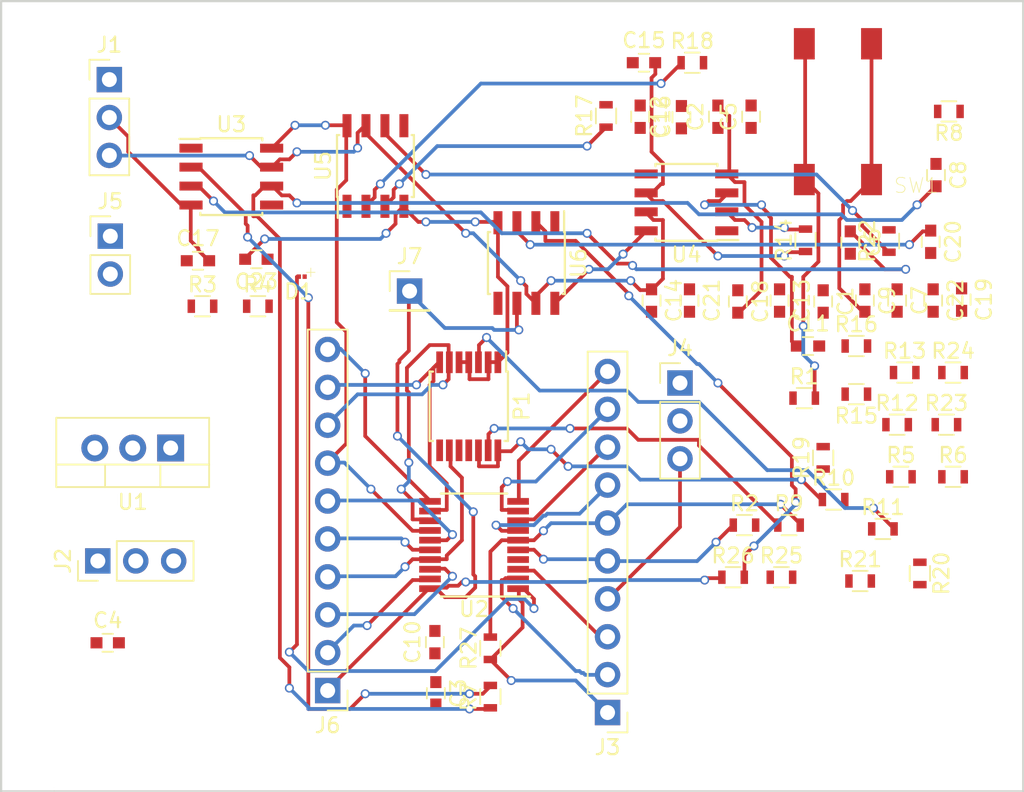
<source format=kicad_pcb>
(kicad_pcb (version 4) (host pcbnew 4.0.7)

  (general
    (links 151)
    (no_connects 81)
    (area 109.093 90.043 177.8 144.653)
    (thickness 1.6)
    (drawings 5)
    (tracks 632)
    (zones 0)
    (modules 66)
    (nets 49)
  )

  (page A4)
  (layers
    (0 F.Cu signal)
    (31 B.Cu signal)
    (32 B.Adhes user)
    (33 F.Adhes user)
    (34 B.Paste user)
    (35 F.Paste user)
    (36 B.SilkS user)
    (37 F.SilkS user)
    (38 B.Mask user)
    (39 F.Mask user)
    (40 Dwgs.User user)
    (41 Cmts.User user)
    (42 Eco1.User user)
    (43 Eco2.User user)
    (44 Edge.Cuts user)
    (45 Margin user)
    (46 B.CrtYd user)
    (47 F.CrtYd user)
    (48 B.Fab user)
    (49 F.Fab user)
  )

  (setup
    (last_trace_width 0.25)
    (trace_clearance 0.2)
    (zone_clearance 0.508)
    (zone_45_only no)
    (trace_min 0.2)
    (segment_width 0.2)
    (edge_width 0.15)
    (via_size 0.6)
    (via_drill 0.4)
    (via_min_size 0.4)
    (via_min_drill 0.3)
    (uvia_size 0.3)
    (uvia_drill 0.1)
    (uvias_allowed no)
    (uvia_min_size 0.2)
    (uvia_min_drill 0.1)
    (pcb_text_width 0.3)
    (pcb_text_size 1.5 1.5)
    (mod_edge_width 0.15)
    (mod_text_size 1 1)
    (mod_text_width 0.15)
    (pad_size 1.524 1.524)
    (pad_drill 0.762)
    (pad_to_mask_clearance 0.2)
    (aux_axis_origin 0 0)
    (grid_origin 163.703 108.5215)
    (visible_elements 7FFFFF9F)
    (pcbplotparams
      (layerselection 0x00030_80000001)
      (usegerberextensions false)
      (excludeedgelayer true)
      (linewidth 0.100000)
      (plotframeref false)
      (viasonmask false)
      (mode 1)
      (useauxorigin false)
      (hpglpennumber 1)
      (hpglpenspeed 20)
      (hpglpendiameter 15)
      (hpglpenoverlay 2)
      (psnegative false)
      (psa4output false)
      (plotreference true)
      (plotvalue true)
      (plotinvisibletext false)
      (padsonsilk false)
      (subtractmaskfromsilk false)
      (outputformat 1)
      (mirror false)
      (drillshape 1)
      (scaleselection 1)
      (outputdirectory ""))
  )

  (net 0 "")
  (net 1 GND)
  (net 2 +9V)
  (net 3 /DVCC)
  (net 4 "Net-(C3-Pad2)")
  (net 5 "Net-(C4-Pad1)")
  (net 6 "Net-(C5-Pad1)")
  (net 7 "Net-(C6-Pad2)")
  (net 8 "Net-(C6-Pad1)")
  (net 9 "Net-(C8-Pad2)")
  (net 10 "Net-(C8-Pad1)")
  (net 11 "Net-(C11-Pad2)")
  (net 12 "Net-(C11-Pad1)")
  (net 13 "Net-(C15-Pad2)")
  (net 14 "Net-(C15-Pad1)")
  (net 15 /DataSignalIn)
  (net 16 "Net-(C16-Pad1)")
  (net 17 "Net-(C17-Pad1)")
  (net 18 "Net-(C20-Pad2)")
  (net 19 "Net-(C20-Pad1)")
  (net 20 "Net-(C23-Pad1)")
  (net 21 /DataOut)
  (net 22 +3V3)
  (net 23 "Net-(J3-Pad2)")
  (net 24 "Net-(J3-Pad3)")
  (net 25 "Net-(J3-Pad4)")
  (net 26 "Net-(J3-Pad7)")
  (net 27 "Net-(J3-Pad8)")
  (net 28 "Net-(J3-Pad9)")
  (net 29 "Net-(J3-Pad10)")
  (net 30 "Net-(J4-Pad2)")
  (net 31 "Net-(J5-Pad2)")
  (net 32 "Net-(J6-Pad2)")
  (net 33 "Net-(J6-Pad3)")
  (net 34 "Net-(J6-Pad4)")
  (net 35 "Net-(J6-Pad5)")
  (net 36 "Net-(J6-Pad6)")
  (net 37 /~SD)
  (net 38 "Net-(J6-Pad8)")
  (net 39 "Net-(J6-Pad9)")
  (net 40 "Net-(J6-Pad10)")
  (net 41 "Net-(P1-Pad3)")
  (net 42 "Net-(P1-Pad12)")
  (net 43 "Net-(R1-Pad2)")
  (net 44 "Net-(R7-Pad2)")
  (net 45 "Net-(R14-Pad2)")
  (net 46 "Net-(R17-Pad1)")
  (net 47 "Net-(R18-Pad1)")
  (net 48 "Net-(R25-Pad1)")

  (net_class Default "This is the default net class."
    (clearance 0.2)
    (trace_width 0.25)
    (via_dia 0.6)
    (via_drill 0.4)
    (uvia_dia 0.3)
    (uvia_drill 0.1)
    (add_net +3V3)
    (add_net +9V)
    (add_net /DVCC)
    (add_net /DataOut)
    (add_net /DataSignalIn)
    (add_net /~SD)
    (add_net GND)
    (add_net "Net-(C11-Pad1)")
    (add_net "Net-(C11-Pad2)")
    (add_net "Net-(C15-Pad1)")
    (add_net "Net-(C15-Pad2)")
    (add_net "Net-(C16-Pad1)")
    (add_net "Net-(C17-Pad1)")
    (add_net "Net-(C20-Pad1)")
    (add_net "Net-(C20-Pad2)")
    (add_net "Net-(C23-Pad1)")
    (add_net "Net-(C3-Pad2)")
    (add_net "Net-(C4-Pad1)")
    (add_net "Net-(C5-Pad1)")
    (add_net "Net-(C6-Pad1)")
    (add_net "Net-(C6-Pad2)")
    (add_net "Net-(C8-Pad1)")
    (add_net "Net-(C8-Pad2)")
    (add_net "Net-(J3-Pad10)")
    (add_net "Net-(J3-Pad2)")
    (add_net "Net-(J3-Pad3)")
    (add_net "Net-(J3-Pad4)")
    (add_net "Net-(J3-Pad7)")
    (add_net "Net-(J3-Pad8)")
    (add_net "Net-(J3-Pad9)")
    (add_net "Net-(J4-Pad2)")
    (add_net "Net-(J5-Pad2)")
    (add_net "Net-(J6-Pad10)")
    (add_net "Net-(J6-Pad2)")
    (add_net "Net-(J6-Pad3)")
    (add_net "Net-(J6-Pad4)")
    (add_net "Net-(J6-Pad5)")
    (add_net "Net-(J6-Pad6)")
    (add_net "Net-(J6-Pad8)")
    (add_net "Net-(J6-Pad9)")
    (add_net "Net-(P1-Pad12)")
    (add_net "Net-(P1-Pad3)")
    (add_net "Net-(R1-Pad2)")
    (add_net "Net-(R14-Pad2)")
    (add_net "Net-(R17-Pad1)")
    (add_net "Net-(R18-Pad1)")
    (add_net "Net-(R25-Pad1)")
    (add_net "Net-(R7-Pad2)")
  )

  (module Capacitors_SMD:C_0603 placed (layer F.Cu) (tedit 59958EE7) (tstamp 5A0F7B73)
    (at 164.2745 111.76 270)
    (descr "Capacitor SMD 0603, reflow soldering, AVX (see smccp.pdf)")
    (tags "capacitor 0603")
    (path /5A06E125)
    (attr smd)
    (fp_text reference C1 (at 0 -1.5 270) (layer F.SilkS)
      (effects (font (size 1 1) (thickness 0.15)))
    )
    (fp_text value 100n (at 0 1.5 270) (layer F.Fab)
      (effects (font (size 1 1) (thickness 0.15)))
    )
    (fp_line (start 1.4 0.65) (end -1.4 0.65) (layer F.CrtYd) (width 0.05))
    (fp_line (start 1.4 0.65) (end 1.4 -0.65) (layer F.CrtYd) (width 0.05))
    (fp_line (start -1.4 -0.65) (end -1.4 0.65) (layer F.CrtYd) (width 0.05))
    (fp_line (start -1.4 -0.65) (end 1.4 -0.65) (layer F.CrtYd) (width 0.05))
    (fp_line (start 0.35 0.6) (end -0.35 0.6) (layer F.SilkS) (width 0.12))
    (fp_line (start -0.35 -0.6) (end 0.35 -0.6) (layer F.SilkS) (width 0.12))
    (fp_line (start -0.8 -0.4) (end 0.8 -0.4) (layer F.Fab) (width 0.1))
    (fp_line (start 0.8 -0.4) (end 0.8 0.4) (layer F.Fab) (width 0.1))
    (fp_line (start 0.8 0.4) (end -0.8 0.4) (layer F.Fab) (width 0.1))
    (fp_line (start -0.8 0.4) (end -0.8 -0.4) (layer F.Fab) (width 0.1))
    (fp_text user %R (at 0 0 270) (layer F.Fab)
      (effects (font (size 0.3 0.3) (thickness 0.075)))
    )
    (pad 2 smd rect (at 0.75 0 270) (size 0.8 0.75) (layers F.Cu F.Paste F.Mask)
      (net 1 GND))
    (pad 1 smd rect (at -0.75 0 270) (size 0.8 0.75) (layers F.Cu F.Paste F.Mask)
      (net 2 +9V))
    (model Capacitors_SMD.3dshapes/C_0603.wrl
      (at (xyz 0 0 0))
      (scale (xyz 1 1 1))
      (rotate (xyz 0 0 0))
    )
  )

  (module Capacitors_SMD:C_0603 placed (layer F.Cu) (tedit 59958EE7) (tstamp 5A0F7B84)
    (at 157.226 99.3775 90)
    (descr "Capacitor SMD 0603, reflow soldering, AVX (see smccp.pdf)")
    (tags "capacitor 0603")
    (path /59EEB59D)
    (attr smd)
    (fp_text reference C2 (at 0 -1.5 90) (layer F.SilkS)
      (effects (font (size 1 1) (thickness 0.15)))
    )
    (fp_text value 1u (at 0 1.5 90) (layer F.Fab)
      (effects (font (size 1 1) (thickness 0.15)))
    )
    (fp_line (start 1.4 0.65) (end -1.4 0.65) (layer F.CrtYd) (width 0.05))
    (fp_line (start 1.4 0.65) (end 1.4 -0.65) (layer F.CrtYd) (width 0.05))
    (fp_line (start -1.4 -0.65) (end -1.4 0.65) (layer F.CrtYd) (width 0.05))
    (fp_line (start -1.4 -0.65) (end 1.4 -0.65) (layer F.CrtYd) (width 0.05))
    (fp_line (start 0.35 0.6) (end -0.35 0.6) (layer F.SilkS) (width 0.12))
    (fp_line (start -0.35 -0.6) (end 0.35 -0.6) (layer F.SilkS) (width 0.12))
    (fp_line (start -0.8 -0.4) (end 0.8 -0.4) (layer F.Fab) (width 0.1))
    (fp_line (start 0.8 -0.4) (end 0.8 0.4) (layer F.Fab) (width 0.1))
    (fp_line (start 0.8 0.4) (end -0.8 0.4) (layer F.Fab) (width 0.1))
    (fp_line (start -0.8 0.4) (end -0.8 -0.4) (layer F.Fab) (width 0.1))
    (fp_text user %R (at 0 0 90) (layer F.Fab)
      (effects (font (size 0.3 0.3) (thickness 0.075)))
    )
    (pad 2 smd rect (at 0.75 0 90) (size 0.8 0.75) (layers F.Cu F.Paste F.Mask)
      (net 1 GND))
    (pad 1 smd rect (at -0.75 0 90) (size 0.8 0.75) (layers F.Cu F.Paste F.Mask)
      (net 3 /DVCC))
    (model Capacitors_SMD.3dshapes/C_0603.wrl
      (at (xyz 0 0 0))
      (scale (xyz 1 1 1))
      (rotate (xyz 0 0 0))
    )
  )

  (module Capacitors_SMD:C_0603 locked (layer F.Cu) (tedit 59958EE7) (tstamp 5A0F7B95)
    (at 138.33475 138.01725 270)
    (descr "Capacitor SMD 0603, reflow soldering, AVX (see smccp.pdf)")
    (tags "capacitor 0603")
    (path /59EEB652)
    (attr smd)
    (fp_text reference C3 (at 0 -1.5 270) (layer F.SilkS)
      (effects (font (size 1 1) (thickness 0.15)))
    )
    (fp_text value 0.01u (at 0 1.5 270) (layer F.Fab)
      (effects (font (size 1 1) (thickness 0.15)))
    )
    (fp_line (start 1.4 0.65) (end -1.4 0.65) (layer F.CrtYd) (width 0.05))
    (fp_line (start 1.4 0.65) (end 1.4 -0.65) (layer F.CrtYd) (width 0.05))
    (fp_line (start -1.4 -0.65) (end -1.4 0.65) (layer F.CrtYd) (width 0.05))
    (fp_line (start -1.4 -0.65) (end 1.4 -0.65) (layer F.CrtYd) (width 0.05))
    (fp_line (start 0.35 0.6) (end -0.35 0.6) (layer F.SilkS) (width 0.12))
    (fp_line (start -0.35 -0.6) (end 0.35 -0.6) (layer F.SilkS) (width 0.12))
    (fp_line (start -0.8 -0.4) (end 0.8 -0.4) (layer F.Fab) (width 0.1))
    (fp_line (start 0.8 -0.4) (end 0.8 0.4) (layer F.Fab) (width 0.1))
    (fp_line (start 0.8 0.4) (end -0.8 0.4) (layer F.Fab) (width 0.1))
    (fp_line (start -0.8 0.4) (end -0.8 -0.4) (layer F.Fab) (width 0.1))
    (fp_text user %R (at 0 0 270) (layer F.Fab)
      (effects (font (size 0.3 0.3) (thickness 0.075)))
    )
    (pad 2 smd rect (at 0.75 0 270) (size 0.8 0.75) (layers F.Cu F.Paste F.Mask)
      (net 4 "Net-(C3-Pad2)"))
    (pad 1 smd rect (at -0.75 0 270) (size 0.8 0.75) (layers F.Cu F.Paste F.Mask)
      (net 3 /DVCC))
    (model Capacitors_SMD.3dshapes/C_0603.wrl
      (at (xyz 0 0 0))
      (scale (xyz 1 1 1))
      (rotate (xyz 0 0 0))
    )
  )

  (module Capacitors_SMD:C_0603 placed (layer F.Cu) (tedit 59958EE7) (tstamp 5A0F7BA6)
    (at 116.3574 134.6327)
    (descr "Capacitor SMD 0603, reflow soldering, AVX (see smccp.pdf)")
    (tags "capacitor 0603")
    (path /5A06E1E2)
    (attr smd)
    (fp_text reference C4 (at 0 -1.5) (layer F.SilkS)
      (effects (font (size 1 1) (thickness 0.15)))
    )
    (fp_text value 10u (at 0 1.5) (layer F.Fab)
      (effects (font (size 1 1) (thickness 0.15)))
    )
    (fp_line (start 1.4 0.65) (end -1.4 0.65) (layer F.CrtYd) (width 0.05))
    (fp_line (start 1.4 0.65) (end 1.4 -0.65) (layer F.CrtYd) (width 0.05))
    (fp_line (start -1.4 -0.65) (end -1.4 0.65) (layer F.CrtYd) (width 0.05))
    (fp_line (start -1.4 -0.65) (end 1.4 -0.65) (layer F.CrtYd) (width 0.05))
    (fp_line (start 0.35 0.6) (end -0.35 0.6) (layer F.SilkS) (width 0.12))
    (fp_line (start -0.35 -0.6) (end 0.35 -0.6) (layer F.SilkS) (width 0.12))
    (fp_line (start -0.8 -0.4) (end 0.8 -0.4) (layer F.Fab) (width 0.1))
    (fp_line (start 0.8 -0.4) (end 0.8 0.4) (layer F.Fab) (width 0.1))
    (fp_line (start 0.8 0.4) (end -0.8 0.4) (layer F.Fab) (width 0.1))
    (fp_line (start -0.8 0.4) (end -0.8 -0.4) (layer F.Fab) (width 0.1))
    (fp_text user %R (at 0 0) (layer F.Fab)
      (effects (font (size 0.3 0.3) (thickness 0.075)))
    )
    (pad 2 smd rect (at 0.75 0) (size 0.8 0.75) (layers F.Cu F.Paste F.Mask)
      (net 1 GND))
    (pad 1 smd rect (at -0.75 0) (size 0.8 0.75) (layers F.Cu F.Paste F.Mask)
      (net 5 "Net-(C4-Pad1)"))
    (model Capacitors_SMD.3dshapes/C_0603.wrl
      (at (xyz 0 0 0))
      (scale (xyz 1 1 1))
      (rotate (xyz 0 0 0))
    )
  )

  (module Capacitors_SMD:C_0603 placed (layer F.Cu) (tedit 59958EE7) (tstamp 5A0F7BB7)
    (at 159.4485 99.3775 90)
    (descr "Capacitor SMD 0603, reflow soldering, AVX (see smccp.pdf)")
    (tags "capacitor 0603")
    (path /59F04CFE)
    (attr smd)
    (fp_text reference C5 (at 0 -1.5 90) (layer F.SilkS)
      (effects (font (size 1 1) (thickness 0.15)))
    )
    (fp_text value 0.01u (at 0 1.5 90) (layer F.Fab)
      (effects (font (size 1 1) (thickness 0.15)))
    )
    (fp_line (start 1.4 0.65) (end -1.4 0.65) (layer F.CrtYd) (width 0.05))
    (fp_line (start 1.4 0.65) (end 1.4 -0.65) (layer F.CrtYd) (width 0.05))
    (fp_line (start -1.4 -0.65) (end -1.4 0.65) (layer F.CrtYd) (width 0.05))
    (fp_line (start -1.4 -0.65) (end 1.4 -0.65) (layer F.CrtYd) (width 0.05))
    (fp_line (start 0.35 0.6) (end -0.35 0.6) (layer F.SilkS) (width 0.12))
    (fp_line (start -0.35 -0.6) (end 0.35 -0.6) (layer F.SilkS) (width 0.12))
    (fp_line (start -0.8 -0.4) (end 0.8 -0.4) (layer F.Fab) (width 0.1))
    (fp_line (start 0.8 -0.4) (end 0.8 0.4) (layer F.Fab) (width 0.1))
    (fp_line (start 0.8 0.4) (end -0.8 0.4) (layer F.Fab) (width 0.1))
    (fp_line (start -0.8 0.4) (end -0.8 -0.4) (layer F.Fab) (width 0.1))
    (fp_text user %R (at 0 0 90) (layer F.Fab)
      (effects (font (size 0.3 0.3) (thickness 0.075)))
    )
    (pad 2 smd rect (at 0.75 0 90) (size 0.8 0.75) (layers F.Cu F.Paste F.Mask)
      (net 1 GND))
    (pad 1 smd rect (at -0.75 0 90) (size 0.8 0.75) (layers F.Cu F.Paste F.Mask)
      (net 6 "Net-(C5-Pad1)"))
    (model Capacitors_SMD.3dshapes/C_0603.wrl
      (at (xyz 0 0 0))
      (scale (xyz 1 1 1))
      (rotate (xyz 0 0 0))
    )
  )

  (module Capacitors_SMD:C_0603 placed (layer F.Cu) (tedit 59958EE7) (tstamp 5A0F7BC8)
    (at 166.0906 107.8103 270)
    (descr "Capacitor SMD 0603, reflow soldering, AVX (see smccp.pdf)")
    (tags "capacitor 0603")
    (path /5A0C7AB1)
    (attr smd)
    (fp_text reference C6 (at 0 -1.5 270) (layer F.SilkS)
      (effects (font (size 1 1) (thickness 0.15)))
    )
    (fp_text value 1u (at 0 1.5 270) (layer F.Fab)
      (effects (font (size 1 1) (thickness 0.15)))
    )
    (fp_line (start 1.4 0.65) (end -1.4 0.65) (layer F.CrtYd) (width 0.05))
    (fp_line (start 1.4 0.65) (end 1.4 -0.65) (layer F.CrtYd) (width 0.05))
    (fp_line (start -1.4 -0.65) (end -1.4 0.65) (layer F.CrtYd) (width 0.05))
    (fp_line (start -1.4 -0.65) (end 1.4 -0.65) (layer F.CrtYd) (width 0.05))
    (fp_line (start 0.35 0.6) (end -0.35 0.6) (layer F.SilkS) (width 0.12))
    (fp_line (start -0.35 -0.6) (end 0.35 -0.6) (layer F.SilkS) (width 0.12))
    (fp_line (start -0.8 -0.4) (end 0.8 -0.4) (layer F.Fab) (width 0.1))
    (fp_line (start 0.8 -0.4) (end 0.8 0.4) (layer F.Fab) (width 0.1))
    (fp_line (start 0.8 0.4) (end -0.8 0.4) (layer F.Fab) (width 0.1))
    (fp_line (start -0.8 0.4) (end -0.8 -0.4) (layer F.Fab) (width 0.1))
    (fp_text user %R (at 0 0 270) (layer F.Fab)
      (effects (font (size 0.3 0.3) (thickness 0.075)))
    )
    (pad 2 smd rect (at 0.75 0 270) (size 0.8 0.75) (layers F.Cu F.Paste F.Mask)
      (net 7 "Net-(C6-Pad2)"))
    (pad 1 smd rect (at -0.75 0 270) (size 0.8 0.75) (layers F.Cu F.Paste F.Mask)
      (net 8 "Net-(C6-Pad1)"))
    (model Capacitors_SMD.3dshapes/C_0603.wrl
      (at (xyz 0 0 0))
      (scale (xyz 1 1 1))
      (rotate (xyz 0 0 0))
    )
  )

  (module Capacitors_SMD:C_0603 placed (layer F.Cu) (tedit 59958EE7) (tstamp 5A0F7BD9)
    (at 169.2275 111.6965 270)
    (descr "Capacitor SMD 0603, reflow soldering, AVX (see smccp.pdf)")
    (tags "capacitor 0603")
    (path /5A0CA6BC)
    (attr smd)
    (fp_text reference C7 (at 0 -1.5 270) (layer F.SilkS)
      (effects (font (size 1 1) (thickness 0.15)))
    )
    (fp_text value 1u (at 0 1.5 270) (layer F.Fab)
      (effects (font (size 1 1) (thickness 0.15)))
    )
    (fp_line (start 1.4 0.65) (end -1.4 0.65) (layer F.CrtYd) (width 0.05))
    (fp_line (start 1.4 0.65) (end 1.4 -0.65) (layer F.CrtYd) (width 0.05))
    (fp_line (start -1.4 -0.65) (end -1.4 0.65) (layer F.CrtYd) (width 0.05))
    (fp_line (start -1.4 -0.65) (end 1.4 -0.65) (layer F.CrtYd) (width 0.05))
    (fp_line (start 0.35 0.6) (end -0.35 0.6) (layer F.SilkS) (width 0.12))
    (fp_line (start -0.35 -0.6) (end 0.35 -0.6) (layer F.SilkS) (width 0.12))
    (fp_line (start -0.8 -0.4) (end 0.8 -0.4) (layer F.Fab) (width 0.1))
    (fp_line (start 0.8 -0.4) (end 0.8 0.4) (layer F.Fab) (width 0.1))
    (fp_line (start 0.8 0.4) (end -0.8 0.4) (layer F.Fab) (width 0.1))
    (fp_line (start -0.8 0.4) (end -0.8 -0.4) (layer F.Fab) (width 0.1))
    (fp_text user %R (at 0 0 270) (layer F.Fab)
      (effects (font (size 0.3 0.3) (thickness 0.075)))
    )
    (pad 2 smd rect (at 0.75 0 270) (size 0.8 0.75) (layers F.Cu F.Paste F.Mask)
      (net 1 GND))
    (pad 1 smd rect (at -0.75 0 270) (size 0.8 0.75) (layers F.Cu F.Paste F.Mask)
      (net 2 +9V))
    (model Capacitors_SMD.3dshapes/C_0603.wrl
      (at (xyz 0 0 0))
      (scale (xyz 1 1 1))
      (rotate (xyz 0 0 0))
    )
  )

  (module Capacitors_SMD:C_0603 placed (layer F.Cu) (tedit 59958EE7) (tstamp 5A0F7BEA)
    (at 171.831 103.2891 270)
    (descr "Capacitor SMD 0603, reflow soldering, AVX (see smccp.pdf)")
    (tags "capacitor 0603")
    (path /5A0CAC47)
    (attr smd)
    (fp_text reference C8 (at 0 -1.5 270) (layer F.SilkS)
      (effects (font (size 1 1) (thickness 0.15)))
    )
    (fp_text value 1u (at 0 1.5 270) (layer F.Fab)
      (effects (font (size 1 1) (thickness 0.15)))
    )
    (fp_line (start 1.4 0.65) (end -1.4 0.65) (layer F.CrtYd) (width 0.05))
    (fp_line (start 1.4 0.65) (end 1.4 -0.65) (layer F.CrtYd) (width 0.05))
    (fp_line (start -1.4 -0.65) (end -1.4 0.65) (layer F.CrtYd) (width 0.05))
    (fp_line (start -1.4 -0.65) (end 1.4 -0.65) (layer F.CrtYd) (width 0.05))
    (fp_line (start 0.35 0.6) (end -0.35 0.6) (layer F.SilkS) (width 0.12))
    (fp_line (start -0.35 -0.6) (end 0.35 -0.6) (layer F.SilkS) (width 0.12))
    (fp_line (start -0.8 -0.4) (end 0.8 -0.4) (layer F.Fab) (width 0.1))
    (fp_line (start 0.8 -0.4) (end 0.8 0.4) (layer F.Fab) (width 0.1))
    (fp_line (start 0.8 0.4) (end -0.8 0.4) (layer F.Fab) (width 0.1))
    (fp_line (start -0.8 0.4) (end -0.8 -0.4) (layer F.Fab) (width 0.1))
    (fp_text user %R (at 0 0 270) (layer F.Fab)
      (effects (font (size 0.3 0.3) (thickness 0.075)))
    )
    (pad 2 smd rect (at 0.75 0 270) (size 0.8 0.75) (layers F.Cu F.Paste F.Mask)
      (net 9 "Net-(C8-Pad2)"))
    (pad 1 smd rect (at -0.75 0 270) (size 0.8 0.75) (layers F.Cu F.Paste F.Mask)
      (net 10 "Net-(C8-Pad1)"))
    (model Capacitors_SMD.3dshapes/C_0603.wrl
      (at (xyz 0 0 0))
      (scale (xyz 1 1 1))
      (rotate (xyz 0 0 0))
    )
  )

  (module Capacitors_SMD:C_0603 placed (layer F.Cu) (tedit 59958EE7) (tstamp 5A0F7BFB)
    (at 167.0685 111.6965 270)
    (descr "Capacitor SMD 0603, reflow soldering, AVX (see smccp.pdf)")
    (tags "capacitor 0603")
    (path /5A0CA6C2)
    (attr smd)
    (fp_text reference C9 (at 0 -1.5 270) (layer F.SilkS)
      (effects (font (size 1 1) (thickness 0.15)))
    )
    (fp_text value 0.01u (at 0 1.5 270) (layer F.Fab)
      (effects (font (size 1 1) (thickness 0.15)))
    )
    (fp_line (start 1.4 0.65) (end -1.4 0.65) (layer F.CrtYd) (width 0.05))
    (fp_line (start 1.4 0.65) (end 1.4 -0.65) (layer F.CrtYd) (width 0.05))
    (fp_line (start -1.4 -0.65) (end -1.4 0.65) (layer F.CrtYd) (width 0.05))
    (fp_line (start -1.4 -0.65) (end 1.4 -0.65) (layer F.CrtYd) (width 0.05))
    (fp_line (start 0.35 0.6) (end -0.35 0.6) (layer F.SilkS) (width 0.12))
    (fp_line (start -0.35 -0.6) (end 0.35 -0.6) (layer F.SilkS) (width 0.12))
    (fp_line (start -0.8 -0.4) (end 0.8 -0.4) (layer F.Fab) (width 0.1))
    (fp_line (start 0.8 -0.4) (end 0.8 0.4) (layer F.Fab) (width 0.1))
    (fp_line (start 0.8 0.4) (end -0.8 0.4) (layer F.Fab) (width 0.1))
    (fp_line (start -0.8 0.4) (end -0.8 -0.4) (layer F.Fab) (width 0.1))
    (fp_text user %R (at 0 0 270) (layer F.Fab)
      (effects (font (size 0.3 0.3) (thickness 0.075)))
    )
    (pad 2 smd rect (at 0.75 0 270) (size 0.8 0.75) (layers F.Cu F.Paste F.Mask)
      (net 1 GND))
    (pad 1 smd rect (at -0.75 0 270) (size 0.8 0.75) (layers F.Cu F.Paste F.Mask)
      (net 2 +9V))
    (model Capacitors_SMD.3dshapes/C_0603.wrl
      (at (xyz 0 0 0))
      (scale (xyz 1 1 1))
      (rotate (xyz 0 0 0))
    )
  )

  (module Capacitors_SMD:C_0603 locked (layer F.Cu) (tedit 59958EE7) (tstamp 5A0F7C0C)
    (at 138.27125 134.58825 90)
    (descr "Capacitor SMD 0603, reflow soldering, AVX (see smccp.pdf)")
    (tags "capacitor 0603")
    (path /59F1A79A)
    (attr smd)
    (fp_text reference C10 (at 0 -1.5 90) (layer F.SilkS)
      (effects (font (size 1 1) (thickness 0.15)))
    )
    (fp_text value 1u (at 0 1.5 90) (layer F.Fab)
      (effects (font (size 1 1) (thickness 0.15)))
    )
    (fp_line (start 1.4 0.65) (end -1.4 0.65) (layer F.CrtYd) (width 0.05))
    (fp_line (start 1.4 0.65) (end 1.4 -0.65) (layer F.CrtYd) (width 0.05))
    (fp_line (start -1.4 -0.65) (end -1.4 0.65) (layer F.CrtYd) (width 0.05))
    (fp_line (start -1.4 -0.65) (end 1.4 -0.65) (layer F.CrtYd) (width 0.05))
    (fp_line (start 0.35 0.6) (end -0.35 0.6) (layer F.SilkS) (width 0.12))
    (fp_line (start -0.35 -0.6) (end 0.35 -0.6) (layer F.SilkS) (width 0.12))
    (fp_line (start -0.8 -0.4) (end 0.8 -0.4) (layer F.Fab) (width 0.1))
    (fp_line (start 0.8 -0.4) (end 0.8 0.4) (layer F.Fab) (width 0.1))
    (fp_line (start 0.8 0.4) (end -0.8 0.4) (layer F.Fab) (width 0.1))
    (fp_line (start -0.8 0.4) (end -0.8 -0.4) (layer F.Fab) (width 0.1))
    (fp_text user %R (at 0 0 90) (layer F.Fab)
      (effects (font (size 0.3 0.3) (thickness 0.075)))
    )
    (pad 2 smd rect (at 0.75 0 90) (size 0.8 0.75) (layers F.Cu F.Paste F.Mask)
      (net 1 GND))
    (pad 1 smd rect (at -0.75 0 90) (size 0.8 0.75) (layers F.Cu F.Paste F.Mask)
      (net 3 /DVCC))
    (model Capacitors_SMD.3dshapes/C_0603.wrl
      (at (xyz 0 0 0))
      (scale (xyz 1 1 1))
      (rotate (xyz 0 0 0))
    )
  )

  (module Capacitors_SMD:C_0603 placed (layer F.Cu) (tedit 59958EE7) (tstamp 5A0F7C1D)
    (at 163.2585 114.7445)
    (descr "Capacitor SMD 0603, reflow soldering, AVX (see smccp.pdf)")
    (tags "capacitor 0603")
    (path /5A0CEF22)
    (attr smd)
    (fp_text reference C11 (at 0 -1.5) (layer F.SilkS)
      (effects (font (size 1 1) (thickness 0.15)))
    )
    (fp_text value 1u (at 0 1.5) (layer F.Fab)
      (effects (font (size 1 1) (thickness 0.15)))
    )
    (fp_line (start 1.4 0.65) (end -1.4 0.65) (layer F.CrtYd) (width 0.05))
    (fp_line (start 1.4 0.65) (end 1.4 -0.65) (layer F.CrtYd) (width 0.05))
    (fp_line (start -1.4 -0.65) (end -1.4 0.65) (layer F.CrtYd) (width 0.05))
    (fp_line (start -1.4 -0.65) (end 1.4 -0.65) (layer F.CrtYd) (width 0.05))
    (fp_line (start 0.35 0.6) (end -0.35 0.6) (layer F.SilkS) (width 0.12))
    (fp_line (start -0.35 -0.6) (end 0.35 -0.6) (layer F.SilkS) (width 0.12))
    (fp_line (start -0.8 -0.4) (end 0.8 -0.4) (layer F.Fab) (width 0.1))
    (fp_line (start 0.8 -0.4) (end 0.8 0.4) (layer F.Fab) (width 0.1))
    (fp_line (start 0.8 0.4) (end -0.8 0.4) (layer F.Fab) (width 0.1))
    (fp_line (start -0.8 0.4) (end -0.8 -0.4) (layer F.Fab) (width 0.1))
    (fp_text user %R (at 0 0) (layer F.Fab)
      (effects (font (size 0.3 0.3) (thickness 0.075)))
    )
    (pad 2 smd rect (at 0.75 0) (size 0.8 0.75) (layers F.Cu F.Paste F.Mask)
      (net 11 "Net-(C11-Pad2)"))
    (pad 1 smd rect (at -0.75 0) (size 0.8 0.75) (layers F.Cu F.Paste F.Mask)
      (net 12 "Net-(C11-Pad1)"))
    (model Capacitors_SMD.3dshapes/C_0603.wrl
      (at (xyz 0 0 0))
      (scale (xyz 1 1 1))
      (rotate (xyz 0 0 0))
    )
  )

  (module Capacitors_SMD:C_0603 placed (layer F.Cu) (tedit 59958EE7) (tstamp 5A0F7C2E)
    (at 154.78125 99.40925 90)
    (descr "Capacitor SMD 0603, reflow soldering, AVX (see smccp.pdf)")
    (tags "capacitor 0603")
    (path /59F1A7A0)
    (attr smd)
    (fp_text reference C12 (at 0 -1.5 90) (layer F.SilkS)
      (effects (font (size 1 1) (thickness 0.15)))
    )
    (fp_text value 0.01u (at 0 1.5 90) (layer F.Fab)
      (effects (font (size 1 1) (thickness 0.15)))
    )
    (fp_line (start 1.4 0.65) (end -1.4 0.65) (layer F.CrtYd) (width 0.05))
    (fp_line (start 1.4 0.65) (end 1.4 -0.65) (layer F.CrtYd) (width 0.05))
    (fp_line (start -1.4 -0.65) (end -1.4 0.65) (layer F.CrtYd) (width 0.05))
    (fp_line (start -1.4 -0.65) (end 1.4 -0.65) (layer F.CrtYd) (width 0.05))
    (fp_line (start 0.35 0.6) (end -0.35 0.6) (layer F.SilkS) (width 0.12))
    (fp_line (start -0.35 -0.6) (end 0.35 -0.6) (layer F.SilkS) (width 0.12))
    (fp_line (start -0.8 -0.4) (end 0.8 -0.4) (layer F.Fab) (width 0.1))
    (fp_line (start 0.8 -0.4) (end 0.8 0.4) (layer F.Fab) (width 0.1))
    (fp_line (start 0.8 0.4) (end -0.8 0.4) (layer F.Fab) (width 0.1))
    (fp_line (start -0.8 0.4) (end -0.8 -0.4) (layer F.Fab) (width 0.1))
    (fp_text user %R (at 0 0 90) (layer F.Fab)
      (effects (font (size 0.3 0.3) (thickness 0.075)))
    )
    (pad 2 smd rect (at 0.75 0 90) (size 0.8 0.75) (layers F.Cu F.Paste F.Mask)
      (net 1 GND))
    (pad 1 smd rect (at -0.75 0 90) (size 0.8 0.75) (layers F.Cu F.Paste F.Mask)
      (net 3 /DVCC))
    (model Capacitors_SMD.3dshapes/C_0603.wrl
      (at (xyz 0 0 0))
      (scale (xyz 1 1 1))
      (rotate (xyz 0 0 0))
    )
  )

  (module Capacitors_SMD:C_0603 placed (layer F.Cu) (tedit 59958EE7) (tstamp 5A0F7C3F)
    (at 161.3535 111.6965 270)
    (descr "Capacitor SMD 0603, reflow soldering, AVX (see smccp.pdf)")
    (tags "capacitor 0603")
    (path /59E96A4B)
    (attr smd)
    (fp_text reference C13 (at 0 -1.5 270) (layer F.SilkS)
      (effects (font (size 1 1) (thickness 0.15)))
    )
    (fp_text value 1u (at 0 1.5 270) (layer F.Fab)
      (effects (font (size 1 1) (thickness 0.15)))
    )
    (fp_line (start 1.4 0.65) (end -1.4 0.65) (layer F.CrtYd) (width 0.05))
    (fp_line (start 1.4 0.65) (end 1.4 -0.65) (layer F.CrtYd) (width 0.05))
    (fp_line (start -1.4 -0.65) (end -1.4 0.65) (layer F.CrtYd) (width 0.05))
    (fp_line (start -1.4 -0.65) (end 1.4 -0.65) (layer F.CrtYd) (width 0.05))
    (fp_line (start 0.35 0.6) (end -0.35 0.6) (layer F.SilkS) (width 0.12))
    (fp_line (start -0.35 -0.6) (end 0.35 -0.6) (layer F.SilkS) (width 0.12))
    (fp_line (start -0.8 -0.4) (end 0.8 -0.4) (layer F.Fab) (width 0.1))
    (fp_line (start 0.8 -0.4) (end 0.8 0.4) (layer F.Fab) (width 0.1))
    (fp_line (start 0.8 0.4) (end -0.8 0.4) (layer F.Fab) (width 0.1))
    (fp_line (start -0.8 0.4) (end -0.8 -0.4) (layer F.Fab) (width 0.1))
    (fp_text user %R (at 0 0 270) (layer F.Fab)
      (effects (font (size 0.3 0.3) (thickness 0.075)))
    )
    (pad 2 smd rect (at 0.75 0 270) (size 0.8 0.75) (layers F.Cu F.Paste F.Mask)
      (net 1 GND))
    (pad 1 smd rect (at -0.75 0 270) (size 0.8 0.75) (layers F.Cu F.Paste F.Mask)
      (net 2 +9V))
    (model Capacitors_SMD.3dshapes/C_0603.wrl
      (at (xyz 0 0 0))
      (scale (xyz 1 1 1))
      (rotate (xyz 0 0 0))
    )
  )

  (module Capacitors_SMD:C_0603 placed (layer F.Cu) (tedit 59958EE7) (tstamp 5A0F7C50)
    (at 152.781 111.6965 270)
    (descr "Capacitor SMD 0603, reflow soldering, AVX (see smccp.pdf)")
    (tags "capacitor 0603")
    (path /59E96AC2)
    (attr smd)
    (fp_text reference C14 (at 0 -1.5 270) (layer F.SilkS)
      (effects (font (size 1 1) (thickness 0.15)))
    )
    (fp_text value 0.01u (at 0 1.5 270) (layer F.Fab)
      (effects (font (size 1 1) (thickness 0.15)))
    )
    (fp_line (start 1.4 0.65) (end -1.4 0.65) (layer F.CrtYd) (width 0.05))
    (fp_line (start 1.4 0.65) (end 1.4 -0.65) (layer F.CrtYd) (width 0.05))
    (fp_line (start -1.4 -0.65) (end -1.4 0.65) (layer F.CrtYd) (width 0.05))
    (fp_line (start -1.4 -0.65) (end 1.4 -0.65) (layer F.CrtYd) (width 0.05))
    (fp_line (start 0.35 0.6) (end -0.35 0.6) (layer F.SilkS) (width 0.12))
    (fp_line (start -0.35 -0.6) (end 0.35 -0.6) (layer F.SilkS) (width 0.12))
    (fp_line (start -0.8 -0.4) (end 0.8 -0.4) (layer F.Fab) (width 0.1))
    (fp_line (start 0.8 -0.4) (end 0.8 0.4) (layer F.Fab) (width 0.1))
    (fp_line (start 0.8 0.4) (end -0.8 0.4) (layer F.Fab) (width 0.1))
    (fp_line (start -0.8 0.4) (end -0.8 -0.4) (layer F.Fab) (width 0.1))
    (fp_text user %R (at 0 0 270) (layer F.Fab)
      (effects (font (size 0.3 0.3) (thickness 0.075)))
    )
    (pad 2 smd rect (at 0.75 0 270) (size 0.8 0.75) (layers F.Cu F.Paste F.Mask)
      (net 1 GND))
    (pad 1 smd rect (at -0.75 0 270) (size 0.8 0.75) (layers F.Cu F.Paste F.Mask)
      (net 2 +9V))
    (model Capacitors_SMD.3dshapes/C_0603.wrl
      (at (xyz 0 0 0))
      (scale (xyz 1 1 1))
      (rotate (xyz 0 0 0))
    )
  )

  (module Capacitors_SMD:C_0603 placed (layer F.Cu) (tedit 59958EE7) (tstamp 5A0F7C61)
    (at 152.273 95.758)
    (descr "Capacitor SMD 0603, reflow soldering, AVX (see smccp.pdf)")
    (tags "capacitor 0603")
    (path /5A0D3F18)
    (attr smd)
    (fp_text reference C15 (at 0 -1.5) (layer F.SilkS)
      (effects (font (size 1 1) (thickness 0.15)))
    )
    (fp_text value 1u (at 0 1.5) (layer F.Fab)
      (effects (font (size 1 1) (thickness 0.15)))
    )
    (fp_line (start 1.4 0.65) (end -1.4 0.65) (layer F.CrtYd) (width 0.05))
    (fp_line (start 1.4 0.65) (end 1.4 -0.65) (layer F.CrtYd) (width 0.05))
    (fp_line (start -1.4 -0.65) (end -1.4 0.65) (layer F.CrtYd) (width 0.05))
    (fp_line (start -1.4 -0.65) (end 1.4 -0.65) (layer F.CrtYd) (width 0.05))
    (fp_line (start 0.35 0.6) (end -0.35 0.6) (layer F.SilkS) (width 0.12))
    (fp_line (start -0.35 -0.6) (end 0.35 -0.6) (layer F.SilkS) (width 0.12))
    (fp_line (start -0.8 -0.4) (end 0.8 -0.4) (layer F.Fab) (width 0.1))
    (fp_line (start 0.8 -0.4) (end 0.8 0.4) (layer F.Fab) (width 0.1))
    (fp_line (start 0.8 0.4) (end -0.8 0.4) (layer F.Fab) (width 0.1))
    (fp_line (start -0.8 0.4) (end -0.8 -0.4) (layer F.Fab) (width 0.1))
    (fp_text user %R (at 0 0) (layer F.Fab)
      (effects (font (size 0.3 0.3) (thickness 0.075)))
    )
    (pad 2 smd rect (at 0.75 0) (size 0.8 0.75) (layers F.Cu F.Paste F.Mask)
      (net 13 "Net-(C15-Pad2)"))
    (pad 1 smd rect (at -0.75 0) (size 0.8 0.75) (layers F.Cu F.Paste F.Mask)
      (net 14 "Net-(C15-Pad1)"))
    (model Capacitors_SMD.3dshapes/C_0603.wrl
      (at (xyz 0 0 0))
      (scale (xyz 1 1 1))
      (rotate (xyz 0 0 0))
    )
  )

  (module Capacitors_SMD:C_0603 placed (layer F.Cu) (tedit 59958EE7) (tstamp 5A0F7C72)
    (at 152.019 99.3775 270)
    (descr "Capacitor SMD 0603, reflow soldering, AVX (see smccp.pdf)")
    (tags "capacitor 0603")
    (path /5A0CFD2E)
    (attr smd)
    (fp_text reference C16 (at 0 -1.5 270) (layer F.SilkS)
      (effects (font (size 1 1) (thickness 0.15)))
    )
    (fp_text value 1u (at 0 1.5 270) (layer F.Fab)
      (effects (font (size 1 1) (thickness 0.15)))
    )
    (fp_line (start 1.4 0.65) (end -1.4 0.65) (layer F.CrtYd) (width 0.05))
    (fp_line (start 1.4 0.65) (end 1.4 -0.65) (layer F.CrtYd) (width 0.05))
    (fp_line (start -1.4 -0.65) (end -1.4 0.65) (layer F.CrtYd) (width 0.05))
    (fp_line (start -1.4 -0.65) (end 1.4 -0.65) (layer F.CrtYd) (width 0.05))
    (fp_line (start 0.35 0.6) (end -0.35 0.6) (layer F.SilkS) (width 0.12))
    (fp_line (start -0.35 -0.6) (end 0.35 -0.6) (layer F.SilkS) (width 0.12))
    (fp_line (start -0.8 -0.4) (end 0.8 -0.4) (layer F.Fab) (width 0.1))
    (fp_line (start 0.8 -0.4) (end 0.8 0.4) (layer F.Fab) (width 0.1))
    (fp_line (start 0.8 0.4) (end -0.8 0.4) (layer F.Fab) (width 0.1))
    (fp_line (start -0.8 0.4) (end -0.8 -0.4) (layer F.Fab) (width 0.1))
    (fp_text user %R (at 0 0 270) (layer F.Fab)
      (effects (font (size 0.3 0.3) (thickness 0.075)))
    )
    (pad 2 smd rect (at 0.75 0 270) (size 0.8 0.75) (layers F.Cu F.Paste F.Mask)
      (net 15 /DataSignalIn))
    (pad 1 smd rect (at -0.75 0 270) (size 0.8 0.75) (layers F.Cu F.Paste F.Mask)
      (net 16 "Net-(C16-Pad1)"))
    (model Capacitors_SMD.3dshapes/C_0603.wrl
      (at (xyz 0 0 0))
      (scale (xyz 1 1 1))
      (rotate (xyz 0 0 0))
    )
  )

  (module Capacitors_SMD:C_0603 placed (layer F.Cu) (tedit 59958EE7) (tstamp 5A0F7C83)
    (at 122.4026 109.0295)
    (descr "Capacitor SMD 0603, reflow soldering, AVX (see smccp.pdf)")
    (tags "capacitor 0603")
    (path /5A0D1764)
    (attr smd)
    (fp_text reference C17 (at 0 -1.5) (layer F.SilkS)
      (effects (font (size 1 1) (thickness 0.15)))
    )
    (fp_text value 1u (at 0 1.5) (layer F.Fab)
      (effects (font (size 1 1) (thickness 0.15)))
    )
    (fp_line (start 1.4 0.65) (end -1.4 0.65) (layer F.CrtYd) (width 0.05))
    (fp_line (start 1.4 0.65) (end 1.4 -0.65) (layer F.CrtYd) (width 0.05))
    (fp_line (start -1.4 -0.65) (end -1.4 0.65) (layer F.CrtYd) (width 0.05))
    (fp_line (start -1.4 -0.65) (end 1.4 -0.65) (layer F.CrtYd) (width 0.05))
    (fp_line (start 0.35 0.6) (end -0.35 0.6) (layer F.SilkS) (width 0.12))
    (fp_line (start -0.35 -0.6) (end 0.35 -0.6) (layer F.SilkS) (width 0.12))
    (fp_line (start -0.8 -0.4) (end 0.8 -0.4) (layer F.Fab) (width 0.1))
    (fp_line (start 0.8 -0.4) (end 0.8 0.4) (layer F.Fab) (width 0.1))
    (fp_line (start 0.8 0.4) (end -0.8 0.4) (layer F.Fab) (width 0.1))
    (fp_line (start -0.8 0.4) (end -0.8 -0.4) (layer F.Fab) (width 0.1))
    (fp_text user %R (at 0 0) (layer F.Fab)
      (effects (font (size 0.3 0.3) (thickness 0.075)))
    )
    (pad 2 smd rect (at 0.75 0) (size 0.8 0.75) (layers F.Cu F.Paste F.Mask)
      (net 1 GND))
    (pad 1 smd rect (at -0.75 0) (size 0.8 0.75) (layers F.Cu F.Paste F.Mask)
      (net 17 "Net-(C17-Pad1)"))
    (model Capacitors_SMD.3dshapes/C_0603.wrl
      (at (xyz 0 0 0))
      (scale (xyz 1 1 1))
      (rotate (xyz 0 0 0))
    )
  )

  (module Capacitors_SMD:C_0603 placed (layer F.Cu) (tedit 59958EE7) (tstamp 5A0F7C94)
    (at 158.5595 111.76 270)
    (descr "Capacitor SMD 0603, reflow soldering, AVX (see smccp.pdf)")
    (tags "capacitor 0603")
    (path /59EA7BB9)
    (attr smd)
    (fp_text reference C18 (at 0 -1.5 270) (layer F.SilkS)
      (effects (font (size 1 1) (thickness 0.15)))
    )
    (fp_text value 1u (at 0 1.5 270) (layer F.Fab)
      (effects (font (size 1 1) (thickness 0.15)))
    )
    (fp_line (start 1.4 0.65) (end -1.4 0.65) (layer F.CrtYd) (width 0.05))
    (fp_line (start 1.4 0.65) (end 1.4 -0.65) (layer F.CrtYd) (width 0.05))
    (fp_line (start -1.4 -0.65) (end -1.4 0.65) (layer F.CrtYd) (width 0.05))
    (fp_line (start -1.4 -0.65) (end 1.4 -0.65) (layer F.CrtYd) (width 0.05))
    (fp_line (start 0.35 0.6) (end -0.35 0.6) (layer F.SilkS) (width 0.12))
    (fp_line (start -0.35 -0.6) (end 0.35 -0.6) (layer F.SilkS) (width 0.12))
    (fp_line (start -0.8 -0.4) (end 0.8 -0.4) (layer F.Fab) (width 0.1))
    (fp_line (start 0.8 -0.4) (end 0.8 0.4) (layer F.Fab) (width 0.1))
    (fp_line (start 0.8 0.4) (end -0.8 0.4) (layer F.Fab) (width 0.1))
    (fp_line (start -0.8 0.4) (end -0.8 -0.4) (layer F.Fab) (width 0.1))
    (fp_text user %R (at 0 0 270) (layer F.Fab)
      (effects (font (size 0.3 0.3) (thickness 0.075)))
    )
    (pad 2 smd rect (at 0.75 0 270) (size 0.8 0.75) (layers F.Cu F.Paste F.Mask)
      (net 1 GND))
    (pad 1 smd rect (at -0.75 0 270) (size 0.8 0.75) (layers F.Cu F.Paste F.Mask)
      (net 2 +9V))
    (model Capacitors_SMD.3dshapes/C_0603.wrl
      (at (xyz 0 0 0))
      (scale (xyz 1 1 1))
      (rotate (xyz 0 0 0))
    )
  )

  (module Capacitors_SMD:C_0603 placed (layer F.Cu) (tedit 59958EE7) (tstamp 5A0F7CA5)
    (at 173.5455 111.633 270)
    (descr "Capacitor SMD 0603, reflow soldering, AVX (see smccp.pdf)")
    (tags "capacitor 0603")
    (path /59EA7C4C)
    (attr smd)
    (fp_text reference C19 (at 0 -1.5 270) (layer F.SilkS)
      (effects (font (size 1 1) (thickness 0.15)))
    )
    (fp_text value 0.01u (at 0 1.5 270) (layer F.Fab)
      (effects (font (size 1 1) (thickness 0.15)))
    )
    (fp_line (start 1.4 0.65) (end -1.4 0.65) (layer F.CrtYd) (width 0.05))
    (fp_line (start 1.4 0.65) (end 1.4 -0.65) (layer F.CrtYd) (width 0.05))
    (fp_line (start -1.4 -0.65) (end -1.4 0.65) (layer F.CrtYd) (width 0.05))
    (fp_line (start -1.4 -0.65) (end 1.4 -0.65) (layer F.CrtYd) (width 0.05))
    (fp_line (start 0.35 0.6) (end -0.35 0.6) (layer F.SilkS) (width 0.12))
    (fp_line (start -0.35 -0.6) (end 0.35 -0.6) (layer F.SilkS) (width 0.12))
    (fp_line (start -0.8 -0.4) (end 0.8 -0.4) (layer F.Fab) (width 0.1))
    (fp_line (start 0.8 -0.4) (end 0.8 0.4) (layer F.Fab) (width 0.1))
    (fp_line (start 0.8 0.4) (end -0.8 0.4) (layer F.Fab) (width 0.1))
    (fp_line (start -0.8 0.4) (end -0.8 -0.4) (layer F.Fab) (width 0.1))
    (fp_text user %R (at 0 0 270) (layer F.Fab)
      (effects (font (size 0.3 0.3) (thickness 0.075)))
    )
    (pad 2 smd rect (at 0.75 0 270) (size 0.8 0.75) (layers F.Cu F.Paste F.Mask)
      (net 1 GND))
    (pad 1 smd rect (at -0.75 0 270) (size 0.8 0.75) (layers F.Cu F.Paste F.Mask)
      (net 2 +9V))
    (model Capacitors_SMD.3dshapes/C_0603.wrl
      (at (xyz 0 0 0))
      (scale (xyz 1 1 1))
      (rotate (xyz 0 0 0))
    )
  )

  (module Capacitors_SMD:C_0603 placed (layer F.Cu) (tedit 59958EE7) (tstamp 5A0F7CB6)
    (at 171.4754 107.7595 270)
    (descr "Capacitor SMD 0603, reflow soldering, AVX (see smccp.pdf)")
    (tags "capacitor 0603")
    (path /5A0D652F)
    (attr smd)
    (fp_text reference C20 (at 0 -1.5 270) (layer F.SilkS)
      (effects (font (size 1 1) (thickness 0.15)))
    )
    (fp_text value 1u (at 0 1.5 270) (layer F.Fab)
      (effects (font (size 1 1) (thickness 0.15)))
    )
    (fp_line (start 1.4 0.65) (end -1.4 0.65) (layer F.CrtYd) (width 0.05))
    (fp_line (start 1.4 0.65) (end 1.4 -0.65) (layer F.CrtYd) (width 0.05))
    (fp_line (start -1.4 -0.65) (end -1.4 0.65) (layer F.CrtYd) (width 0.05))
    (fp_line (start -1.4 -0.65) (end 1.4 -0.65) (layer F.CrtYd) (width 0.05))
    (fp_line (start 0.35 0.6) (end -0.35 0.6) (layer F.SilkS) (width 0.12))
    (fp_line (start -0.35 -0.6) (end 0.35 -0.6) (layer F.SilkS) (width 0.12))
    (fp_line (start -0.8 -0.4) (end 0.8 -0.4) (layer F.Fab) (width 0.1))
    (fp_line (start 0.8 -0.4) (end 0.8 0.4) (layer F.Fab) (width 0.1))
    (fp_line (start 0.8 0.4) (end -0.8 0.4) (layer F.Fab) (width 0.1))
    (fp_line (start -0.8 0.4) (end -0.8 -0.4) (layer F.Fab) (width 0.1))
    (fp_text user %R (at 0 0 270) (layer F.Fab)
      (effects (font (size 0.3 0.3) (thickness 0.075)))
    )
    (pad 2 smd rect (at 0.75 0 270) (size 0.8 0.75) (layers F.Cu F.Paste F.Mask)
      (net 18 "Net-(C20-Pad2)"))
    (pad 1 smd rect (at -0.75 0 270) (size 0.8 0.75) (layers F.Cu F.Paste F.Mask)
      (net 19 "Net-(C20-Pad1)"))
    (model Capacitors_SMD.3dshapes/C_0603.wrl
      (at (xyz 0 0 0))
      (scale (xyz 1 1 1))
      (rotate (xyz 0 0 0))
    )
  )

  (module Capacitors_SMD:C_0603 placed (layer F.Cu) (tedit 59958EE7) (tstamp 5A0F7CC7)
    (at 155.321 111.6965 270)
    (descr "Capacitor SMD 0603, reflow soldering, AVX (see smccp.pdf)")
    (tags "capacitor 0603")
    (path /5A0C61FD)
    (attr smd)
    (fp_text reference C21 (at 0 -1.5 270) (layer F.SilkS)
      (effects (font (size 1 1) (thickness 0.15)))
    )
    (fp_text value 1u (at 0 1.5 270) (layer F.Fab)
      (effects (font (size 1 1) (thickness 0.15)))
    )
    (fp_line (start 1.4 0.65) (end -1.4 0.65) (layer F.CrtYd) (width 0.05))
    (fp_line (start 1.4 0.65) (end 1.4 -0.65) (layer F.CrtYd) (width 0.05))
    (fp_line (start -1.4 -0.65) (end -1.4 0.65) (layer F.CrtYd) (width 0.05))
    (fp_line (start -1.4 -0.65) (end 1.4 -0.65) (layer F.CrtYd) (width 0.05))
    (fp_line (start 0.35 0.6) (end -0.35 0.6) (layer F.SilkS) (width 0.12))
    (fp_line (start -0.35 -0.6) (end 0.35 -0.6) (layer F.SilkS) (width 0.12))
    (fp_line (start -0.8 -0.4) (end 0.8 -0.4) (layer F.Fab) (width 0.1))
    (fp_line (start 0.8 -0.4) (end 0.8 0.4) (layer F.Fab) (width 0.1))
    (fp_line (start 0.8 0.4) (end -0.8 0.4) (layer F.Fab) (width 0.1))
    (fp_line (start -0.8 0.4) (end -0.8 -0.4) (layer F.Fab) (width 0.1))
    (fp_text user %R (at 0 0 270) (layer F.Fab)
      (effects (font (size 0.3 0.3) (thickness 0.075)))
    )
    (pad 2 smd rect (at 0.75 0 270) (size 0.8 0.75) (layers F.Cu F.Paste F.Mask)
      (net 1 GND))
    (pad 1 smd rect (at -0.75 0 270) (size 0.8 0.75) (layers F.Cu F.Paste F.Mask)
      (net 2 +9V))
    (model Capacitors_SMD.3dshapes/C_0603.wrl
      (at (xyz 0 0 0))
      (scale (xyz 1 1 1))
      (rotate (xyz 0 0 0))
    )
  )

  (module Capacitors_SMD:C_0603 placed (layer F.Cu) (tedit 59958EE7) (tstamp 5A0F7CD8)
    (at 171.6405 111.6965 270)
    (descr "Capacitor SMD 0603, reflow soldering, AVX (see smccp.pdf)")
    (tags "capacitor 0603")
    (path /5A0C6203)
    (attr smd)
    (fp_text reference C22 (at 0 -1.5 270) (layer F.SilkS)
      (effects (font (size 1 1) (thickness 0.15)))
    )
    (fp_text value 0.01u (at 0 1.5 270) (layer F.Fab)
      (effects (font (size 1 1) (thickness 0.15)))
    )
    (fp_line (start 1.4 0.65) (end -1.4 0.65) (layer F.CrtYd) (width 0.05))
    (fp_line (start 1.4 0.65) (end 1.4 -0.65) (layer F.CrtYd) (width 0.05))
    (fp_line (start -1.4 -0.65) (end -1.4 0.65) (layer F.CrtYd) (width 0.05))
    (fp_line (start -1.4 -0.65) (end 1.4 -0.65) (layer F.CrtYd) (width 0.05))
    (fp_line (start 0.35 0.6) (end -0.35 0.6) (layer F.SilkS) (width 0.12))
    (fp_line (start -0.35 -0.6) (end 0.35 -0.6) (layer F.SilkS) (width 0.12))
    (fp_line (start -0.8 -0.4) (end 0.8 -0.4) (layer F.Fab) (width 0.1))
    (fp_line (start 0.8 -0.4) (end 0.8 0.4) (layer F.Fab) (width 0.1))
    (fp_line (start 0.8 0.4) (end -0.8 0.4) (layer F.Fab) (width 0.1))
    (fp_line (start -0.8 0.4) (end -0.8 -0.4) (layer F.Fab) (width 0.1))
    (fp_text user %R (at 0 0 270) (layer F.Fab)
      (effects (font (size 0.3 0.3) (thickness 0.075)))
    )
    (pad 2 smd rect (at 0.75 0 270) (size 0.8 0.75) (layers F.Cu F.Paste F.Mask)
      (net 1 GND))
    (pad 1 smd rect (at -0.75 0 270) (size 0.8 0.75) (layers F.Cu F.Paste F.Mask)
      (net 2 +9V))
    (model Capacitors_SMD.3dshapes/C_0603.wrl
      (at (xyz 0 0 0))
      (scale (xyz 1 1 1))
      (rotate (xyz 0 0 0))
    )
  )

  (module Capacitors_SMD:C_0603 placed (layer F.Cu) (tedit 59958EE7) (tstamp 5A0F7CE9)
    (at 126.3142 108.9279 180)
    (descr "Capacitor SMD 0603, reflow soldering, AVX (see smccp.pdf)")
    (tags "capacitor 0603")
    (path /59EB818C)
    (attr smd)
    (fp_text reference C23 (at 0 -1.5 180) (layer F.SilkS)
      (effects (font (size 1 1) (thickness 0.15)))
    )
    (fp_text value 0.1u (at 0 1.5 180) (layer F.Fab)
      (effects (font (size 1 1) (thickness 0.15)))
    )
    (fp_line (start 1.4 0.65) (end -1.4 0.65) (layer F.CrtYd) (width 0.05))
    (fp_line (start 1.4 0.65) (end 1.4 -0.65) (layer F.CrtYd) (width 0.05))
    (fp_line (start -1.4 -0.65) (end -1.4 0.65) (layer F.CrtYd) (width 0.05))
    (fp_line (start -1.4 -0.65) (end 1.4 -0.65) (layer F.CrtYd) (width 0.05))
    (fp_line (start 0.35 0.6) (end -0.35 0.6) (layer F.SilkS) (width 0.12))
    (fp_line (start -0.35 -0.6) (end 0.35 -0.6) (layer F.SilkS) (width 0.12))
    (fp_line (start -0.8 -0.4) (end 0.8 -0.4) (layer F.Fab) (width 0.1))
    (fp_line (start 0.8 -0.4) (end 0.8 0.4) (layer F.Fab) (width 0.1))
    (fp_line (start 0.8 0.4) (end -0.8 0.4) (layer F.Fab) (width 0.1))
    (fp_line (start -0.8 0.4) (end -0.8 -0.4) (layer F.Fab) (width 0.1))
    (fp_text user %R (at 0 0 180) (layer F.Fab)
      (effects (font (size 0.3 0.3) (thickness 0.075)))
    )
    (pad 2 smd rect (at 0.75 0 180) (size 0.8 0.75) (layers F.Cu F.Paste F.Mask)
      (net 1 GND))
    (pad 1 smd rect (at -0.75 0 180) (size 0.8 0.75) (layers F.Cu F.Paste F.Mask)
      (net 20 "Net-(C23-Pad1)"))
    (model Capacitors_SMD.3dshapes/C_0603.wrl
      (at (xyz 0 0 0))
      (scale (xyz 1 1 1))
      (rotate (xyz 0 0 0))
    )
  )

  (module MyLib:D_0201 placed (layer F.Cu) (tedit 59F1279C) (tstamp 5A0F7CF0)
    (at 129.159 110.0963)
    (path /59EB786E)
    (fp_text reference D1 (at 0 1) (layer F.SilkS)
      (effects (font (size 1 1) (thickness 0.15)))
    )
    (fp_text value SMS7630-061 (at 0 -1.5) (layer F.Fab) hide
      (effects (font (size 1 1) (thickness 0.15)))
    )
    (fp_text user + (at 0.8 -0.35) (layer F.SilkS)
      (effects (font (size 0.75 0.75) (thickness 0.05)))
    )
    (pad 1 smd rect (at 0 0) (size 0.28 0.3) (layers F.Cu F.Paste F.Mask)
      (net 20 "Net-(C23-Pad1)"))
    (pad 2 smd rect (at 0.39 0) (size 0.28 0.3) (layers F.Cu F.Paste F.Mask)
      (net 21 /DataOut))
  )

  (module Pin_Headers:Pin_Header_Straight_1x03_Pitch2.54mm locked (layer F.Cu) (tedit 59650532) (tstamp 5A0F7D07)
    (at 116.468359 96.889499)
    (descr "Through hole straight pin header, 1x03, 2.54mm pitch, single row")
    (tags "Through hole pin header THT 1x03 2.54mm single row")
    (path /59F15EC4)
    (fp_text reference J1 (at 0 -2.33) (layer F.SilkS)
      (effects (font (size 1 1) (thickness 0.15)))
    )
    (fp_text value Conn_01x03_Male (at 0 7.41) (layer F.Fab)
      (effects (font (size 1 1) (thickness 0.15)))
    )
    (fp_line (start -0.635 -1.27) (end 1.27 -1.27) (layer F.Fab) (width 0.1))
    (fp_line (start 1.27 -1.27) (end 1.27 6.35) (layer F.Fab) (width 0.1))
    (fp_line (start 1.27 6.35) (end -1.27 6.35) (layer F.Fab) (width 0.1))
    (fp_line (start -1.27 6.35) (end -1.27 -0.635) (layer F.Fab) (width 0.1))
    (fp_line (start -1.27 -0.635) (end -0.635 -1.27) (layer F.Fab) (width 0.1))
    (fp_line (start -1.33 6.41) (end 1.33 6.41) (layer F.SilkS) (width 0.12))
    (fp_line (start -1.33 1.27) (end -1.33 6.41) (layer F.SilkS) (width 0.12))
    (fp_line (start 1.33 1.27) (end 1.33 6.41) (layer F.SilkS) (width 0.12))
    (fp_line (start -1.33 1.27) (end 1.33 1.27) (layer F.SilkS) (width 0.12))
    (fp_line (start -1.33 0) (end -1.33 -1.33) (layer F.SilkS) (width 0.12))
    (fp_line (start -1.33 -1.33) (end 0 -1.33) (layer F.SilkS) (width 0.12))
    (fp_line (start -1.8 -1.8) (end -1.8 6.85) (layer F.CrtYd) (width 0.05))
    (fp_line (start -1.8 6.85) (end 1.8 6.85) (layer F.CrtYd) (width 0.05))
    (fp_line (start 1.8 6.85) (end 1.8 -1.8) (layer F.CrtYd) (width 0.05))
    (fp_line (start 1.8 -1.8) (end -1.8 -1.8) (layer F.CrtYd) (width 0.05))
    (fp_text user %R (at 0 2.54 90) (layer F.Fab)
      (effects (font (size 1 1) (thickness 0.15)))
    )
    (pad 1 thru_hole rect (at 0 0) (size 1.7 1.7) (drill 1) (layers *.Cu *.Mask)
      (net 22 +3V3))
    (pad 2 thru_hole oval (at 0 2.54) (size 1.7 1.7) (drill 1) (layers *.Cu *.Mask)
      (net 1 GND))
    (pad 3 thru_hole oval (at 0 5.08) (size 1.7 1.7) (drill 1) (layers *.Cu *.Mask)
      (net 2 +9V))
    (model ${KISYS3DMOD}/Pin_Headers.3dshapes/Pin_Header_Straight_1x03_Pitch2.54mm.wrl
      (at (xyz 0 0 0))
      (scale (xyz 1 1 1))
      (rotate (xyz 0 0 0))
    )
  )

  (module Pin_Headers:Pin_Header_Straight_1x03_Pitch2.54mm (layer F.Cu) (tedit 59650532) (tstamp 5A0F7D1E)
    (at 115.697 129.1463 90)
    (descr "Through hole straight pin header, 1x03, 2.54mm pitch, single row")
    (tags "Through hole pin header THT 1x03 2.54mm single row")
    (path /59F232DF)
    (fp_text reference J2 (at 0 -2.33 90) (layer F.SilkS)
      (effects (font (size 1 1) (thickness 0.15)))
    )
    (fp_text value Conn_01x03_Male (at 0 7.41 90) (layer F.Fab)
      (effects (font (size 1 1) (thickness 0.15)))
    )
    (fp_line (start -0.635 -1.27) (end 1.27 -1.27) (layer F.Fab) (width 0.1))
    (fp_line (start 1.27 -1.27) (end 1.27 6.35) (layer F.Fab) (width 0.1))
    (fp_line (start 1.27 6.35) (end -1.27 6.35) (layer F.Fab) (width 0.1))
    (fp_line (start -1.27 6.35) (end -1.27 -0.635) (layer F.Fab) (width 0.1))
    (fp_line (start -1.27 -0.635) (end -0.635 -1.27) (layer F.Fab) (width 0.1))
    (fp_line (start -1.33 6.41) (end 1.33 6.41) (layer F.SilkS) (width 0.12))
    (fp_line (start -1.33 1.27) (end -1.33 6.41) (layer F.SilkS) (width 0.12))
    (fp_line (start 1.33 1.27) (end 1.33 6.41) (layer F.SilkS) (width 0.12))
    (fp_line (start -1.33 1.27) (end 1.33 1.27) (layer F.SilkS) (width 0.12))
    (fp_line (start -1.33 0) (end -1.33 -1.33) (layer F.SilkS) (width 0.12))
    (fp_line (start -1.33 -1.33) (end 0 -1.33) (layer F.SilkS) (width 0.12))
    (fp_line (start -1.8 -1.8) (end -1.8 6.85) (layer F.CrtYd) (width 0.05))
    (fp_line (start -1.8 6.85) (end 1.8 6.85) (layer F.CrtYd) (width 0.05))
    (fp_line (start 1.8 6.85) (end 1.8 -1.8) (layer F.CrtYd) (width 0.05))
    (fp_line (start 1.8 -1.8) (end -1.8 -1.8) (layer F.CrtYd) (width 0.05))
    (fp_text user %R (at 0 2.54 180) (layer F.Fab)
      (effects (font (size 1 1) (thickness 0.15)))
    )
    (pad 1 thru_hole rect (at 0 0 90) (size 1.7 1.7) (drill 1) (layers *.Cu *.Mask)
      (net 5 "Net-(C4-Pad1)"))
    (pad 2 thru_hole oval (at 0 2.54 90) (size 1.7 1.7) (drill 1) (layers *.Cu *.Mask)
      (net 3 /DVCC))
    (pad 3 thru_hole oval (at 0 5.08 90) (size 1.7 1.7) (drill 1) (layers *.Cu *.Mask)
      (net 22 +3V3))
    (model ${KISYS3DMOD}/Pin_Headers.3dshapes/Pin_Header_Straight_1x03_Pitch2.54mm.wrl
      (at (xyz 0 0 0))
      (scale (xyz 1 1 1))
      (rotate (xyz 0 0 0))
    )
  )

  (module Pin_Headers:Pin_Header_Straight_1x10_Pitch2.54mm (layer F.Cu) (tedit 59650532) (tstamp 5A0F7D3C)
    (at 149.8346 139.3063 180)
    (descr "Through hole straight pin header, 1x10, 2.54mm pitch, single row")
    (tags "Through hole pin header THT 1x10 2.54mm single row")
    (path /59F111CB)
    (fp_text reference J3 (at 0 -2.33 180) (layer F.SilkS)
      (effects (font (size 1 1) (thickness 0.15)))
    )
    (fp_text value Conn_01x10_Male (at 0 25.19 180) (layer F.Fab)
      (effects (font (size 1 1) (thickness 0.15)))
    )
    (fp_line (start -0.635 -1.27) (end 1.27 -1.27) (layer F.Fab) (width 0.1))
    (fp_line (start 1.27 -1.27) (end 1.27 24.13) (layer F.Fab) (width 0.1))
    (fp_line (start 1.27 24.13) (end -1.27 24.13) (layer F.Fab) (width 0.1))
    (fp_line (start -1.27 24.13) (end -1.27 -0.635) (layer F.Fab) (width 0.1))
    (fp_line (start -1.27 -0.635) (end -0.635 -1.27) (layer F.Fab) (width 0.1))
    (fp_line (start -1.33 24.19) (end 1.33 24.19) (layer F.SilkS) (width 0.12))
    (fp_line (start -1.33 1.27) (end -1.33 24.19) (layer F.SilkS) (width 0.12))
    (fp_line (start 1.33 1.27) (end 1.33 24.19) (layer F.SilkS) (width 0.12))
    (fp_line (start -1.33 1.27) (end 1.33 1.27) (layer F.SilkS) (width 0.12))
    (fp_line (start -1.33 0) (end -1.33 -1.33) (layer F.SilkS) (width 0.12))
    (fp_line (start -1.33 -1.33) (end 0 -1.33) (layer F.SilkS) (width 0.12))
    (fp_line (start -1.8 -1.8) (end -1.8 24.65) (layer F.CrtYd) (width 0.05))
    (fp_line (start -1.8 24.65) (end 1.8 24.65) (layer F.CrtYd) (width 0.05))
    (fp_line (start 1.8 24.65) (end 1.8 -1.8) (layer F.CrtYd) (width 0.05))
    (fp_line (start 1.8 -1.8) (end -1.8 -1.8) (layer F.CrtYd) (width 0.05))
    (fp_text user %R (at 0 11.43 270) (layer F.Fab)
      (effects (font (size 1 1) (thickness 0.15)))
    )
    (pad 1 thru_hole rect (at 0 0 180) (size 1.7 1.7) (drill 1) (layers *.Cu *.Mask)
      (net 20 "Net-(C23-Pad1)"))
    (pad 2 thru_hole oval (at 0 2.54 180) (size 1.7 1.7) (drill 1) (layers *.Cu *.Mask)
      (net 23 "Net-(J3-Pad2)"))
    (pad 3 thru_hole oval (at 0 5.08 180) (size 1.7 1.7) (drill 1) (layers *.Cu *.Mask)
      (net 24 "Net-(J3-Pad3)"))
    (pad 4 thru_hole oval (at 0 7.62 180) (size 1.7 1.7) (drill 1) (layers *.Cu *.Mask)
      (net 25 "Net-(J3-Pad4)"))
    (pad 5 thru_hole oval (at 0 10.16 180) (size 1.7 1.7) (drill 1) (layers *.Cu *.Mask)
      (net 3 /DVCC))
    (pad 6 thru_hole oval (at 0 12.7 180) (size 1.7 1.7) (drill 1) (layers *.Cu *.Mask)
      (net 1 GND))
    (pad 7 thru_hole oval (at 0 15.24 180) (size 1.7 1.7) (drill 1) (layers *.Cu *.Mask)
      (net 26 "Net-(J3-Pad7)"))
    (pad 8 thru_hole oval (at 0 17.78 180) (size 1.7 1.7) (drill 1) (layers *.Cu *.Mask)
      (net 27 "Net-(J3-Pad8)"))
    (pad 9 thru_hole oval (at 0 20.32 180) (size 1.7 1.7) (drill 1) (layers *.Cu *.Mask)
      (net 28 "Net-(J3-Pad9)"))
    (pad 10 thru_hole oval (at 0 22.86 180) (size 1.7 1.7) (drill 1) (layers *.Cu *.Mask)
      (net 29 "Net-(J3-Pad10)"))
    (model ${KISYS3DMOD}/Pin_Headers.3dshapes/Pin_Header_Straight_1x10_Pitch2.54mm.wrl
      (at (xyz 0 0 0))
      (scale (xyz 1 1 1))
      (rotate (xyz 0 0 0))
    )
  )

  (module Pin_Headers:Pin_Header_Straight_1x03_Pitch2.54mm locked (layer F.Cu) (tedit 59650532) (tstamp 5A0F7D53)
    (at 154.686 117.221)
    (descr "Through hole straight pin header, 1x03, 2.54mm pitch, single row")
    (tags "Through hole pin header THT 1x03 2.54mm single row")
    (path /59F11A51)
    (fp_text reference J4 (at 0 -2.33) (layer F.SilkS)
      (effects (font (size 1 1) (thickness 0.15)))
    )
    (fp_text value Conn_01x03_Male (at 0 7.41) (layer F.Fab)
      (effects (font (size 1 1) (thickness 0.15)))
    )
    (fp_line (start -0.635 -1.27) (end 1.27 -1.27) (layer F.Fab) (width 0.1))
    (fp_line (start 1.27 -1.27) (end 1.27 6.35) (layer F.Fab) (width 0.1))
    (fp_line (start 1.27 6.35) (end -1.27 6.35) (layer F.Fab) (width 0.1))
    (fp_line (start -1.27 6.35) (end -1.27 -0.635) (layer F.Fab) (width 0.1))
    (fp_line (start -1.27 -0.635) (end -0.635 -1.27) (layer F.Fab) (width 0.1))
    (fp_line (start -1.33 6.41) (end 1.33 6.41) (layer F.SilkS) (width 0.12))
    (fp_line (start -1.33 1.27) (end -1.33 6.41) (layer F.SilkS) (width 0.12))
    (fp_line (start 1.33 1.27) (end 1.33 6.41) (layer F.SilkS) (width 0.12))
    (fp_line (start -1.33 1.27) (end 1.33 1.27) (layer F.SilkS) (width 0.12))
    (fp_line (start -1.33 0) (end -1.33 -1.33) (layer F.SilkS) (width 0.12))
    (fp_line (start -1.33 -1.33) (end 0 -1.33) (layer F.SilkS) (width 0.12))
    (fp_line (start -1.8 -1.8) (end -1.8 6.85) (layer F.CrtYd) (width 0.05))
    (fp_line (start -1.8 6.85) (end 1.8 6.85) (layer F.CrtYd) (width 0.05))
    (fp_line (start 1.8 6.85) (end 1.8 -1.8) (layer F.CrtYd) (width 0.05))
    (fp_line (start 1.8 -1.8) (end -1.8 -1.8) (layer F.CrtYd) (width 0.05))
    (fp_text user %R (at 0 2.54 90) (layer F.Fab)
      (effects (font (size 1 1) (thickness 0.15)))
    )
    (pad 1 thru_hole rect (at 0 0) (size 1.7 1.7) (drill 1) (layers *.Cu *.Mask)
      (net 6 "Net-(C5-Pad1)"))
    (pad 2 thru_hole oval (at 0 2.54) (size 1.7 1.7) (drill 1) (layers *.Cu *.Mask)
      (net 30 "Net-(J4-Pad2)"))
    (pad 3 thru_hole oval (at 0 5.08) (size 1.7 1.7) (drill 1) (layers *.Cu *.Mask)
      (net 25 "Net-(J3-Pad4)"))
    (model ${KISYS3DMOD}/Pin_Headers.3dshapes/Pin_Header_Straight_1x03_Pitch2.54mm.wrl
      (at (xyz 0 0 0))
      (scale (xyz 1 1 1))
      (rotate (xyz 0 0 0))
    )
  )

  (module Pin_Headers:Pin_Header_Straight_1x02_Pitch2.54mm locked (layer F.Cu) (tedit 59650532) (tstamp 5A0F7D69)
    (at 116.532859 107.381999)
    (descr "Through hole straight pin header, 1x02, 2.54mm pitch, single row")
    (tags "Through hole pin header THT 1x02 2.54mm single row")
    (path /59F2FD47)
    (fp_text reference J5 (at 0 -2.33) (layer F.SilkS)
      (effects (font (size 1 1) (thickness 0.15)))
    )
    (fp_text value Conn_01x02_Male (at 0 4.87) (layer F.Fab)
      (effects (font (size 1 1) (thickness 0.15)))
    )
    (fp_line (start -0.635 -1.27) (end 1.27 -1.27) (layer F.Fab) (width 0.1))
    (fp_line (start 1.27 -1.27) (end 1.27 3.81) (layer F.Fab) (width 0.1))
    (fp_line (start 1.27 3.81) (end -1.27 3.81) (layer F.Fab) (width 0.1))
    (fp_line (start -1.27 3.81) (end -1.27 -0.635) (layer F.Fab) (width 0.1))
    (fp_line (start -1.27 -0.635) (end -0.635 -1.27) (layer F.Fab) (width 0.1))
    (fp_line (start -1.33 3.87) (end 1.33 3.87) (layer F.SilkS) (width 0.12))
    (fp_line (start -1.33 1.27) (end -1.33 3.87) (layer F.SilkS) (width 0.12))
    (fp_line (start 1.33 1.27) (end 1.33 3.87) (layer F.SilkS) (width 0.12))
    (fp_line (start -1.33 1.27) (end 1.33 1.27) (layer F.SilkS) (width 0.12))
    (fp_line (start -1.33 0) (end -1.33 -1.33) (layer F.SilkS) (width 0.12))
    (fp_line (start -1.33 -1.33) (end 0 -1.33) (layer F.SilkS) (width 0.12))
    (fp_line (start -1.8 -1.8) (end -1.8 4.35) (layer F.CrtYd) (width 0.05))
    (fp_line (start -1.8 4.35) (end 1.8 4.35) (layer F.CrtYd) (width 0.05))
    (fp_line (start 1.8 4.35) (end 1.8 -1.8) (layer F.CrtYd) (width 0.05))
    (fp_line (start 1.8 -1.8) (end -1.8 -1.8) (layer F.CrtYd) (width 0.05))
    (fp_text user %R (at 0 1.27 90) (layer F.Fab)
      (effects (font (size 1 1) (thickness 0.15)))
    )
    (pad 1 thru_hole rect (at 0 0) (size 1.7 1.7) (drill 1) (layers *.Cu *.Mask)
      (net 15 /DataSignalIn))
    (pad 2 thru_hole oval (at 0 2.54) (size 1.7 1.7) (drill 1) (layers *.Cu *.Mask)
      (net 31 "Net-(J5-Pad2)"))
    (model ${KISYS3DMOD}/Pin_Headers.3dshapes/Pin_Header_Straight_1x02_Pitch2.54mm.wrl
      (at (xyz 0 0 0))
      (scale (xyz 1 1 1))
      (rotate (xyz 0 0 0))
    )
  )

  (module Pin_Headers:Pin_Header_Straight_1x10_Pitch2.54mm (layer F.Cu) (tedit 59650532) (tstamp 5A0F7D87)
    (at 131.0894 137.8331 180)
    (descr "Through hole straight pin header, 1x10, 2.54mm pitch, single row")
    (tags "Through hole pin header THT 1x10 2.54mm single row")
    (path /59F13F94)
    (fp_text reference J6 (at 0 -2.33 180) (layer F.SilkS)
      (effects (font (size 1 1) (thickness 0.15)))
    )
    (fp_text value Conn_01x10_Male (at 0 25.19 180) (layer F.Fab)
      (effects (font (size 1 1) (thickness 0.15)))
    )
    (fp_line (start -0.635 -1.27) (end 1.27 -1.27) (layer F.Fab) (width 0.1))
    (fp_line (start 1.27 -1.27) (end 1.27 24.13) (layer F.Fab) (width 0.1))
    (fp_line (start 1.27 24.13) (end -1.27 24.13) (layer F.Fab) (width 0.1))
    (fp_line (start -1.27 24.13) (end -1.27 -0.635) (layer F.Fab) (width 0.1))
    (fp_line (start -1.27 -0.635) (end -0.635 -1.27) (layer F.Fab) (width 0.1))
    (fp_line (start -1.33 24.19) (end 1.33 24.19) (layer F.SilkS) (width 0.12))
    (fp_line (start -1.33 1.27) (end -1.33 24.19) (layer F.SilkS) (width 0.12))
    (fp_line (start 1.33 1.27) (end 1.33 24.19) (layer F.SilkS) (width 0.12))
    (fp_line (start -1.33 1.27) (end 1.33 1.27) (layer F.SilkS) (width 0.12))
    (fp_line (start -1.33 0) (end -1.33 -1.33) (layer F.SilkS) (width 0.12))
    (fp_line (start -1.33 -1.33) (end 0 -1.33) (layer F.SilkS) (width 0.12))
    (fp_line (start -1.8 -1.8) (end -1.8 24.65) (layer F.CrtYd) (width 0.05))
    (fp_line (start -1.8 24.65) (end 1.8 24.65) (layer F.CrtYd) (width 0.05))
    (fp_line (start 1.8 24.65) (end 1.8 -1.8) (layer F.CrtYd) (width 0.05))
    (fp_line (start 1.8 -1.8) (end -1.8 -1.8) (layer F.CrtYd) (width 0.05))
    (fp_text user %R (at 0 11.43 270) (layer F.Fab)
      (effects (font (size 1 1) (thickness 0.15)))
    )
    (pad 1 thru_hole rect (at 0 0 180) (size 1.7 1.7) (drill 1) (layers *.Cu *.Mask)
      (net 21 /DataOut))
    (pad 2 thru_hole oval (at 0 2.54 180) (size 1.7 1.7) (drill 1) (layers *.Cu *.Mask)
      (net 32 "Net-(J6-Pad2)"))
    (pad 3 thru_hole oval (at 0 5.08 180) (size 1.7 1.7) (drill 1) (layers *.Cu *.Mask)
      (net 33 "Net-(J6-Pad3)"))
    (pad 4 thru_hole oval (at 0 7.62 180) (size 1.7 1.7) (drill 1) (layers *.Cu *.Mask)
      (net 34 "Net-(J6-Pad4)"))
    (pad 5 thru_hole oval (at 0 10.16 180) (size 1.7 1.7) (drill 1) (layers *.Cu *.Mask)
      (net 35 "Net-(J6-Pad5)"))
    (pad 6 thru_hole oval (at 0 12.7 180) (size 1.7 1.7) (drill 1) (layers *.Cu *.Mask)
      (net 36 "Net-(J6-Pad6)"))
    (pad 7 thru_hole oval (at 0 15.24 180) (size 1.7 1.7) (drill 1) (layers *.Cu *.Mask)
      (net 37 /~SD))
    (pad 8 thru_hole oval (at 0 17.78 180) (size 1.7 1.7) (drill 1) (layers *.Cu *.Mask)
      (net 38 "Net-(J6-Pad8)"))
    (pad 9 thru_hole oval (at 0 20.32 180) (size 1.7 1.7) (drill 1) (layers *.Cu *.Mask)
      (net 39 "Net-(J6-Pad9)"))
    (pad 10 thru_hole oval (at 0 22.86 180) (size 1.7 1.7) (drill 1) (layers *.Cu *.Mask)
      (net 40 "Net-(J6-Pad10)"))
    (model ${KISYS3DMOD}/Pin_Headers.3dshapes/Pin_Header_Straight_1x10_Pitch2.54mm.wrl
      (at (xyz 0 0 0))
      (scale (xyz 1 1 1))
      (rotate (xyz 0 0 0))
    )
  )

  (module Pin_Headers:Pin_Header_Straight_1x01_Pitch2.54mm placed (layer F.Cu) (tedit 59650532) (tstamp 5A0F7D9C)
    (at 136.5758 111.0615)
    (descr "Through hole straight pin header, 1x01, 2.54mm pitch, single row")
    (tags "Through hole pin header THT 1x01 2.54mm single row")
    (path /59F2BCE3)
    (fp_text reference J7 (at 0 -2.33) (layer F.SilkS)
      (effects (font (size 1 1) (thickness 0.15)))
    )
    (fp_text value Conn_01x01_Male (at 0 2.33) (layer F.Fab)
      (effects (font (size 1 1) (thickness 0.15)))
    )
    (fp_line (start -0.635 -1.27) (end 1.27 -1.27) (layer F.Fab) (width 0.1))
    (fp_line (start 1.27 -1.27) (end 1.27 1.27) (layer F.Fab) (width 0.1))
    (fp_line (start 1.27 1.27) (end -1.27 1.27) (layer F.Fab) (width 0.1))
    (fp_line (start -1.27 1.27) (end -1.27 -0.635) (layer F.Fab) (width 0.1))
    (fp_line (start -1.27 -0.635) (end -0.635 -1.27) (layer F.Fab) (width 0.1))
    (fp_line (start -1.33 1.33) (end 1.33 1.33) (layer F.SilkS) (width 0.12))
    (fp_line (start -1.33 1.27) (end -1.33 1.33) (layer F.SilkS) (width 0.12))
    (fp_line (start 1.33 1.27) (end 1.33 1.33) (layer F.SilkS) (width 0.12))
    (fp_line (start -1.33 1.27) (end 1.33 1.27) (layer F.SilkS) (width 0.12))
    (fp_line (start -1.33 0) (end -1.33 -1.33) (layer F.SilkS) (width 0.12))
    (fp_line (start -1.33 -1.33) (end 0 -1.33) (layer F.SilkS) (width 0.12))
    (fp_line (start -1.8 -1.8) (end -1.8 1.8) (layer F.CrtYd) (width 0.05))
    (fp_line (start -1.8 1.8) (end 1.8 1.8) (layer F.CrtYd) (width 0.05))
    (fp_line (start 1.8 1.8) (end 1.8 -1.8) (layer F.CrtYd) (width 0.05))
    (fp_line (start 1.8 -1.8) (end -1.8 -1.8) (layer F.CrtYd) (width 0.05))
    (fp_text user %R (at 0 0 90) (layer F.Fab)
      (effects (font (size 1 1) (thickness 0.15)))
    )
    (pad 1 thru_hole rect (at 0 0) (size 1.7 1.7) (drill 1) (layers *.Cu *.Mask)
      (net 21 /DataOut))
    (model ${KISYS3DMOD}/Pin_Headers.3dshapes/Pin_Header_Straight_1x01_Pitch2.54mm.wrl
      (at (xyz 0 0 0))
      (scale (xyz 1 1 1))
      (rotate (xyz 0 0 0))
    )
  )

  (module Housings_SSOP:TSSOP-14_4.4x5mm_Pitch0.65mm (layer F.Cu) (tedit 54130A77) (tstamp 5A0F7DBF)
    (at 140.5382 118.7831 270)
    (descr "14-Lead Plastic Thin Shrink Small Outline (ST)-4.4 mm Body [TSSOP] (see Microchip Packaging Specification 00000049BS.pdf)")
    (tags "SSOP 0.65")
    (path /59EA912F)
    (attr smd)
    (fp_text reference P1 (at 0 -3.55 270) (layer F.SilkS)
      (effects (font (size 1 1) (thickness 0.15)))
    )
    (fp_text value AD8402ARUZ1 (at 0 3.55 270) (layer F.Fab)
      (effects (font (size 1 1) (thickness 0.15)))
    )
    (fp_line (start -1.2 -2.5) (end 2.2 -2.5) (layer F.Fab) (width 0.15))
    (fp_line (start 2.2 -2.5) (end 2.2 2.5) (layer F.Fab) (width 0.15))
    (fp_line (start 2.2 2.5) (end -2.2 2.5) (layer F.Fab) (width 0.15))
    (fp_line (start -2.2 2.5) (end -2.2 -1.5) (layer F.Fab) (width 0.15))
    (fp_line (start -2.2 -1.5) (end -1.2 -2.5) (layer F.Fab) (width 0.15))
    (fp_line (start -3.95 -2.8) (end -3.95 2.8) (layer F.CrtYd) (width 0.05))
    (fp_line (start 3.95 -2.8) (end 3.95 2.8) (layer F.CrtYd) (width 0.05))
    (fp_line (start -3.95 -2.8) (end 3.95 -2.8) (layer F.CrtYd) (width 0.05))
    (fp_line (start -3.95 2.8) (end 3.95 2.8) (layer F.CrtYd) (width 0.05))
    (fp_line (start -2.325 -2.625) (end -2.325 -2.5) (layer F.SilkS) (width 0.15))
    (fp_line (start 2.325 -2.625) (end 2.325 -2.4) (layer F.SilkS) (width 0.15))
    (fp_line (start 2.325 2.625) (end 2.325 2.4) (layer F.SilkS) (width 0.15))
    (fp_line (start -2.325 2.625) (end -2.325 2.4) (layer F.SilkS) (width 0.15))
    (fp_line (start -2.325 -2.625) (end 2.325 -2.625) (layer F.SilkS) (width 0.15))
    (fp_line (start -2.325 2.625) (end 2.325 2.625) (layer F.SilkS) (width 0.15))
    (fp_line (start -2.325 -2.5) (end -3.675 -2.5) (layer F.SilkS) (width 0.15))
    (fp_text user %R (at 0 0 270) (layer F.Fab)
      (effects (font (size 0.8 0.8) (thickness 0.15)))
    )
    (pad 1 smd rect (at -2.95 -1.95 270) (size 1.45 0.45) (layers F.Cu F.Paste F.Mask)
      (net 1 GND))
    (pad 2 smd rect (at -2.95 -1.3 270) (size 1.45 0.45) (layers F.Cu F.Paste F.Mask)
      (net 1 GND))
    (pad 3 smd rect (at -2.95 -0.65 270) (size 1.45 0.45) (layers F.Cu F.Paste F.Mask)
      (net 41 "Net-(P1-Pad3)"))
    (pad 4 smd rect (at -2.95 0 270) (size 1.45 0.45) (layers F.Cu F.Paste F.Mask)
      (net 1 GND))
    (pad 5 smd rect (at -2.95 0.65 270) (size 1.45 0.45) (layers F.Cu F.Paste F.Mask)
      (net 1 GND))
    (pad 6 smd rect (at -2.95 1.3 270) (size 1.45 0.45) (layers F.Cu F.Paste F.Mask)
      (net 38 "Net-(J6-Pad8)"))
    (pad 7 smd rect (at -2.95 1.95 270) (size 1.45 0.45) (layers F.Cu F.Paste F.Mask)
      (net 39 "Net-(J6-Pad9)"))
    (pad 8 smd rect (at 2.95 1.95 270) (size 1.45 0.45) (layers F.Cu F.Paste F.Mask)
      (net 36 "Net-(J6-Pad6)"))
    (pad 9 smd rect (at 2.95 1.3 270) (size 1.45 0.45) (layers F.Cu F.Paste F.Mask)
      (net 34 "Net-(J6-Pad4)"))
    (pad 10 smd rect (at 2.95 0.65 270) (size 1.45 0.45) (layers F.Cu F.Paste F.Mask)
      (net 33 "Net-(J6-Pad3)"))
    (pad 11 smd rect (at 2.95 0 270) (size 1.45 0.45) (layers F.Cu F.Paste F.Mask)
      (net 3 /DVCC))
    (pad 12 smd rect (at 2.95 -0.65 270) (size 1.45 0.45) (layers F.Cu F.Paste F.Mask)
      (net 42 "Net-(P1-Pad12)"))
    (pad 13 smd rect (at 2.95 -1.3 270) (size 1.45 0.45) (layers F.Cu F.Paste F.Mask)
      (net 10 "Net-(C8-Pad1)"))
    (pad 14 smd rect (at 2.95 -1.95 270) (size 1.45 0.45) (layers F.Cu F.Paste F.Mask)
      (net 42 "Net-(P1-Pad12)"))
    (model ${KISYS3DMOD}/Housings_SSOP.3dshapes/TSSOP-14_4.4x5mm_Pitch0.65mm.wrl
      (at (xyz 0 0 0))
      (scale (xyz 1 1 1))
      (rotate (xyz 0 0 0))
    )
  )

  (module Resistors_SMD:R_0603 placed (layer F.Cu) (tedit 58E0A804) (tstamp 5A0F7DD0)
    (at 163.0045 118.237)
    (descr "Resistor SMD 0603, reflow soldering, Vishay (see dcrcw.pdf)")
    (tags "resistor 0603")
    (path /59F04E26)
    (attr smd)
    (fp_text reference R1 (at 0 -1.45) (layer F.SilkS)
      (effects (font (size 1 1) (thickness 0.15)))
    )
    (fp_text value 10k (at 0 1.5) (layer F.Fab)
      (effects (font (size 1 1) (thickness 0.15)))
    )
    (fp_text user %R (at 0 0) (layer F.Fab)
      (effects (font (size 0.4 0.4) (thickness 0.075)))
    )
    (fp_line (start -0.8 0.4) (end -0.8 -0.4) (layer F.Fab) (width 0.1))
    (fp_line (start 0.8 0.4) (end -0.8 0.4) (layer F.Fab) (width 0.1))
    (fp_line (start 0.8 -0.4) (end 0.8 0.4) (layer F.Fab) (width 0.1))
    (fp_line (start -0.8 -0.4) (end 0.8 -0.4) (layer F.Fab) (width 0.1))
    (fp_line (start 0.5 0.68) (end -0.5 0.68) (layer F.SilkS) (width 0.12))
    (fp_line (start -0.5 -0.68) (end 0.5 -0.68) (layer F.SilkS) (width 0.12))
    (fp_line (start -1.25 -0.7) (end 1.25 -0.7) (layer F.CrtYd) (width 0.05))
    (fp_line (start -1.25 -0.7) (end -1.25 0.7) (layer F.CrtYd) (width 0.05))
    (fp_line (start 1.25 0.7) (end 1.25 -0.7) (layer F.CrtYd) (width 0.05))
    (fp_line (start 1.25 0.7) (end -1.25 0.7) (layer F.CrtYd) (width 0.05))
    (pad 1 smd rect (at -0.75 0) (size 0.5 0.9) (layers F.Cu F.Paste F.Mask)
      (net 6 "Net-(C5-Pad1)"))
    (pad 2 smd rect (at 0.75 0) (size 0.5 0.9) (layers F.Cu F.Paste F.Mask)
      (net 43 "Net-(R1-Pad2)"))
    (model ${KISYS3DMOD}/Resistors_SMD.3dshapes/R_0603.wrl
      (at (xyz 0 0 0))
      (scale (xyz 1 1 1))
      (rotate (xyz 0 0 0))
    )
  )

  (module Resistors_SMD:R_0603 placed (layer F.Cu) (tedit 58E0A804) (tstamp 5A0F7DE1)
    (at 159.004 126.746)
    (descr "Resistor SMD 0603, reflow soldering, Vishay (see dcrcw.pdf)")
    (tags "resistor 0603")
    (path /59F05025)
    (attr smd)
    (fp_text reference R2 (at 0 -1.45) (layer F.SilkS)
      (effects (font (size 1 1) (thickness 0.15)))
    )
    (fp_text value 10k (at 0 1.5) (layer F.Fab)
      (effects (font (size 1 1) (thickness 0.15)))
    )
    (fp_text user %R (at 0 0) (layer F.Fab)
      (effects (font (size 0.4 0.4) (thickness 0.075)))
    )
    (fp_line (start -0.8 0.4) (end -0.8 -0.4) (layer F.Fab) (width 0.1))
    (fp_line (start 0.8 0.4) (end -0.8 0.4) (layer F.Fab) (width 0.1))
    (fp_line (start 0.8 -0.4) (end 0.8 0.4) (layer F.Fab) (width 0.1))
    (fp_line (start -0.8 -0.4) (end 0.8 -0.4) (layer F.Fab) (width 0.1))
    (fp_line (start 0.5 0.68) (end -0.5 0.68) (layer F.SilkS) (width 0.12))
    (fp_line (start -0.5 -0.68) (end 0.5 -0.68) (layer F.SilkS) (width 0.12))
    (fp_line (start -1.25 -0.7) (end 1.25 -0.7) (layer F.CrtYd) (width 0.05))
    (fp_line (start -1.25 -0.7) (end -1.25 0.7) (layer F.CrtYd) (width 0.05))
    (fp_line (start 1.25 0.7) (end 1.25 -0.7) (layer F.CrtYd) (width 0.05))
    (fp_line (start 1.25 0.7) (end -1.25 0.7) (layer F.CrtYd) (width 0.05))
    (pad 1 smd rect (at -0.75 0) (size 0.5 0.9) (layers F.Cu F.Paste F.Mask)
      (net 3 /DVCC))
    (pad 2 smd rect (at 0.75 0) (size 0.5 0.9) (layers F.Cu F.Paste F.Mask)
      (net 6 "Net-(C5-Pad1)"))
    (model ${KISYS3DMOD}/Resistors_SMD.3dshapes/R_0603.wrl
      (at (xyz 0 0 0))
      (scale (xyz 1 1 1))
      (rotate (xyz 0 0 0))
    )
  )

  (module Resistors_SMD:R_0603 placed (layer F.Cu) (tedit 58E0A804) (tstamp 5A0F7DF2)
    (at 122.7074 112.0775)
    (descr "Resistor SMD 0603, reflow soldering, Vishay (see dcrcw.pdf)")
    (tags "resistor 0603")
    (path /5A0A391A)
    (attr smd)
    (fp_text reference R3 (at 0 -1.45) (layer F.SilkS)
      (effects (font (size 1 1) (thickness 0.15)))
    )
    (fp_text value 3.9k (at 0 1.5) (layer F.Fab)
      (effects (font (size 1 1) (thickness 0.15)))
    )
    (fp_text user %R (at 0 0) (layer F.Fab)
      (effects (font (size 0.4 0.4) (thickness 0.075)))
    )
    (fp_line (start -0.8 0.4) (end -0.8 -0.4) (layer F.Fab) (width 0.1))
    (fp_line (start 0.8 0.4) (end -0.8 0.4) (layer F.Fab) (width 0.1))
    (fp_line (start 0.8 -0.4) (end 0.8 0.4) (layer F.Fab) (width 0.1))
    (fp_line (start -0.8 -0.4) (end 0.8 -0.4) (layer F.Fab) (width 0.1))
    (fp_line (start 0.5 0.68) (end -0.5 0.68) (layer F.SilkS) (width 0.12))
    (fp_line (start -0.5 -0.68) (end 0.5 -0.68) (layer F.SilkS) (width 0.12))
    (fp_line (start -1.25 -0.7) (end 1.25 -0.7) (layer F.CrtYd) (width 0.05))
    (fp_line (start -1.25 -0.7) (end -1.25 0.7) (layer F.CrtYd) (width 0.05))
    (fp_line (start 1.25 0.7) (end 1.25 -0.7) (layer F.CrtYd) (width 0.05))
    (fp_line (start 1.25 0.7) (end -1.25 0.7) (layer F.CrtYd) (width 0.05))
    (pad 1 smd rect (at -0.75 0) (size 0.5 0.9) (layers F.Cu F.Paste F.Mask)
      (net 31 "Net-(J5-Pad2)"))
    (pad 2 smd rect (at 0.75 0) (size 0.5 0.9) (layers F.Cu F.Paste F.Mask)
      (net 7 "Net-(C6-Pad2)"))
    (model ${KISYS3DMOD}/Resistors_SMD.3dshapes/R_0603.wrl
      (at (xyz 0 0 0))
      (scale (xyz 1 1 1))
      (rotate (xyz 0 0 0))
    )
  )

  (module Resistors_SMD:R_0603 placed (layer F.Cu) (tedit 58E0A804) (tstamp 5A0F7E03)
    (at 126.4158 112.0775)
    (descr "Resistor SMD 0603, reflow soldering, Vishay (see dcrcw.pdf)")
    (tags "resistor 0603")
    (path /5A0A3D42)
    (attr smd)
    (fp_text reference R4 (at 0 -1.45) (layer F.SilkS)
      (effects (font (size 1 1) (thickness 0.15)))
    )
    (fp_text value 1k (at 0 1.5) (layer F.Fab)
      (effects (font (size 1 1) (thickness 0.15)))
    )
    (fp_text user %R (at 0 0) (layer F.Fab)
      (effects (font (size 0.4 0.4) (thickness 0.075)))
    )
    (fp_line (start -0.8 0.4) (end -0.8 -0.4) (layer F.Fab) (width 0.1))
    (fp_line (start 0.8 0.4) (end -0.8 0.4) (layer F.Fab) (width 0.1))
    (fp_line (start 0.8 -0.4) (end 0.8 0.4) (layer F.Fab) (width 0.1))
    (fp_line (start -0.8 -0.4) (end 0.8 -0.4) (layer F.Fab) (width 0.1))
    (fp_line (start 0.5 0.68) (end -0.5 0.68) (layer F.SilkS) (width 0.12))
    (fp_line (start -0.5 -0.68) (end 0.5 -0.68) (layer F.SilkS) (width 0.12))
    (fp_line (start -1.25 -0.7) (end 1.25 -0.7) (layer F.CrtYd) (width 0.05))
    (fp_line (start -1.25 -0.7) (end -1.25 0.7) (layer F.CrtYd) (width 0.05))
    (fp_line (start 1.25 0.7) (end 1.25 -0.7) (layer F.CrtYd) (width 0.05))
    (fp_line (start 1.25 0.7) (end -1.25 0.7) (layer F.CrtYd) (width 0.05))
    (pad 1 smd rect (at -0.75 0) (size 0.5 0.9) (layers F.Cu F.Paste F.Mask)
      (net 7 "Net-(C6-Pad2)"))
    (pad 2 smd rect (at 0.75 0) (size 0.5 0.9) (layers F.Cu F.Paste F.Mask)
      (net 1 GND))
    (model ${KISYS3DMOD}/Resistors_SMD.3dshapes/R_0603.wrl
      (at (xyz 0 0 0))
      (scale (xyz 1 1 1))
      (rotate (xyz 0 0 0))
    )
  )

  (module Resistors_SMD:R_0603 placed (layer F.Cu) (tedit 58E0A804) (tstamp 5A0F7E14)
    (at 169.4815 123.5075)
    (descr "Resistor SMD 0603, reflow soldering, Vishay (see dcrcw.pdf)")
    (tags "resistor 0603")
    (path /5A0C7F0C)
    (attr smd)
    (fp_text reference R5 (at 0 -1.45) (layer F.SilkS)
      (effects (font (size 1 1) (thickness 0.15)))
    )
    (fp_text value 510k (at 0 1.5) (layer F.Fab)
      (effects (font (size 1 1) (thickness 0.15)))
    )
    (fp_text user %R (at 0 0) (layer F.Fab)
      (effects (font (size 0.4 0.4) (thickness 0.075)))
    )
    (fp_line (start -0.8 0.4) (end -0.8 -0.4) (layer F.Fab) (width 0.1))
    (fp_line (start 0.8 0.4) (end -0.8 0.4) (layer F.Fab) (width 0.1))
    (fp_line (start 0.8 -0.4) (end 0.8 0.4) (layer F.Fab) (width 0.1))
    (fp_line (start -0.8 -0.4) (end 0.8 -0.4) (layer F.Fab) (width 0.1))
    (fp_line (start 0.5 0.68) (end -0.5 0.68) (layer F.SilkS) (width 0.12))
    (fp_line (start -0.5 -0.68) (end 0.5 -0.68) (layer F.SilkS) (width 0.12))
    (fp_line (start -1.25 -0.7) (end 1.25 -0.7) (layer F.CrtYd) (width 0.05))
    (fp_line (start -1.25 -0.7) (end -1.25 0.7) (layer F.CrtYd) (width 0.05))
    (fp_line (start 1.25 0.7) (end 1.25 -0.7) (layer F.CrtYd) (width 0.05))
    (fp_line (start 1.25 0.7) (end -1.25 0.7) (layer F.CrtYd) (width 0.05))
    (pad 1 smd rect (at -0.75 0) (size 0.5 0.9) (layers F.Cu F.Paste F.Mask)
      (net 2 +9V))
    (pad 2 smd rect (at 0.75 0) (size 0.5 0.9) (layers F.Cu F.Paste F.Mask)
      (net 8 "Net-(C6-Pad1)"))
    (model ${KISYS3DMOD}/Resistors_SMD.3dshapes/R_0603.wrl
      (at (xyz 0 0 0))
      (scale (xyz 1 1 1))
      (rotate (xyz 0 0 0))
    )
  )

  (module Resistors_SMD:R_0603 placed (layer F.Cu) (tedit 58E0A804) (tstamp 5A0F7E25)
    (at 172.974 123.5075)
    (descr "Resistor SMD 0603, reflow soldering, Vishay (see dcrcw.pdf)")
    (tags "resistor 0603")
    (path /5A0C7FE1)
    (attr smd)
    (fp_text reference R6 (at 0 -1.45) (layer F.SilkS)
      (effects (font (size 1 1) (thickness 0.15)))
    )
    (fp_text value 510k (at 0 1.5) (layer F.Fab)
      (effects (font (size 1 1) (thickness 0.15)))
    )
    (fp_text user %R (at 0 0) (layer F.Fab)
      (effects (font (size 0.4 0.4) (thickness 0.075)))
    )
    (fp_line (start -0.8 0.4) (end -0.8 -0.4) (layer F.Fab) (width 0.1))
    (fp_line (start 0.8 0.4) (end -0.8 0.4) (layer F.Fab) (width 0.1))
    (fp_line (start 0.8 -0.4) (end 0.8 0.4) (layer F.Fab) (width 0.1))
    (fp_line (start -0.8 -0.4) (end 0.8 -0.4) (layer F.Fab) (width 0.1))
    (fp_line (start 0.5 0.68) (end -0.5 0.68) (layer F.SilkS) (width 0.12))
    (fp_line (start -0.5 -0.68) (end 0.5 -0.68) (layer F.SilkS) (width 0.12))
    (fp_line (start -1.25 -0.7) (end 1.25 -0.7) (layer F.CrtYd) (width 0.05))
    (fp_line (start -1.25 -0.7) (end -1.25 0.7) (layer F.CrtYd) (width 0.05))
    (fp_line (start 1.25 0.7) (end 1.25 -0.7) (layer F.CrtYd) (width 0.05))
    (fp_line (start 1.25 0.7) (end -1.25 0.7) (layer F.CrtYd) (width 0.05))
    (pad 1 smd rect (at -0.75 0) (size 0.5 0.9) (layers F.Cu F.Paste F.Mask)
      (net 8 "Net-(C6-Pad1)"))
    (pad 2 smd rect (at 0.75 0) (size 0.5 0.9) (layers F.Cu F.Paste F.Mask)
      (net 1 GND))
    (model ${KISYS3DMOD}/Resistors_SMD.3dshapes/R_0603.wrl
      (at (xyz 0 0 0))
      (scale (xyz 1 1 1))
      (rotate (xyz 0 0 0))
    )
  )

  (module Resistors_SMD:R_0603 placed (layer F.Cu) (tedit 58E0A804) (tstamp 5A0F7E36)
    (at 141.986 138.2395 90)
    (descr "Resistor SMD 0603, reflow soldering, Vishay (see dcrcw.pdf)")
    (tags "resistor 0603")
    (path /5A0CA6C8)
    (attr smd)
    (fp_text reference R7 (at 0 -1.45 90) (layer F.SilkS)
      (effects (font (size 1 1) (thickness 0.15)))
    )
    (fp_text value 1.3k (at 0 1.5 90) (layer F.Fab)
      (effects (font (size 1 1) (thickness 0.15)))
    )
    (fp_text user %R (at 0 0 90) (layer F.Fab)
      (effects (font (size 0.4 0.4) (thickness 0.075)))
    )
    (fp_line (start -0.8 0.4) (end -0.8 -0.4) (layer F.Fab) (width 0.1))
    (fp_line (start 0.8 0.4) (end -0.8 0.4) (layer F.Fab) (width 0.1))
    (fp_line (start 0.8 -0.4) (end 0.8 0.4) (layer F.Fab) (width 0.1))
    (fp_line (start -0.8 -0.4) (end 0.8 -0.4) (layer F.Fab) (width 0.1))
    (fp_line (start 0.5 0.68) (end -0.5 0.68) (layer F.SilkS) (width 0.12))
    (fp_line (start -0.5 -0.68) (end 0.5 -0.68) (layer F.SilkS) (width 0.12))
    (fp_line (start -1.25 -0.7) (end 1.25 -0.7) (layer F.CrtYd) (width 0.05))
    (fp_line (start -1.25 -0.7) (end -1.25 0.7) (layer F.CrtYd) (width 0.05))
    (fp_line (start 1.25 0.7) (end 1.25 -0.7) (layer F.CrtYd) (width 0.05))
    (fp_line (start 1.25 0.7) (end -1.25 0.7) (layer F.CrtYd) (width 0.05))
    (pad 1 smd rect (at -0.75 0 90) (size 0.5 0.9) (layers F.Cu F.Paste F.Mask)
      (net 9 "Net-(C8-Pad2)"))
    (pad 2 smd rect (at 0.75 0 90) (size 0.5 0.9) (layers F.Cu F.Paste F.Mask)
      (net 44 "Net-(R7-Pad2)"))
    (model ${KISYS3DMOD}/Resistors_SMD.3dshapes/R_0603.wrl
      (at (xyz 0 0 0))
      (scale (xyz 1 1 1))
      (rotate (xyz 0 0 0))
    )
  )

  (module Resistors_SMD:R_0603 placed (layer F.Cu) (tedit 58E0A804) (tstamp 5A0F7E47)
    (at 172.6946 99.0219 180)
    (descr "Resistor SMD 0603, reflow soldering, Vishay (see dcrcw.pdf)")
    (tags "resistor 0603")
    (path /5A0CAF8B)
    (attr smd)
    (fp_text reference R8 (at 0 -1.45 180) (layer F.SilkS)
      (effects (font (size 1 1) (thickness 0.15)))
    )
    (fp_text value R (at 0 1.5 180) (layer F.Fab)
      (effects (font (size 1 1) (thickness 0.15)))
    )
    (fp_text user %R (at 0 0 180) (layer F.Fab)
      (effects (font (size 0.4 0.4) (thickness 0.075)))
    )
    (fp_line (start -0.8 0.4) (end -0.8 -0.4) (layer F.Fab) (width 0.1))
    (fp_line (start 0.8 0.4) (end -0.8 0.4) (layer F.Fab) (width 0.1))
    (fp_line (start 0.8 -0.4) (end 0.8 0.4) (layer F.Fab) (width 0.1))
    (fp_line (start -0.8 -0.4) (end 0.8 -0.4) (layer F.Fab) (width 0.1))
    (fp_line (start 0.5 0.68) (end -0.5 0.68) (layer F.SilkS) (width 0.12))
    (fp_line (start -0.5 -0.68) (end 0.5 -0.68) (layer F.SilkS) (width 0.12))
    (fp_line (start -1.25 -0.7) (end 1.25 -0.7) (layer F.CrtYd) (width 0.05))
    (fp_line (start -1.25 -0.7) (end -1.25 0.7) (layer F.CrtYd) (width 0.05))
    (fp_line (start 1.25 0.7) (end 1.25 -0.7) (layer F.CrtYd) (width 0.05))
    (fp_line (start 1.25 0.7) (end -1.25 0.7) (layer F.CrtYd) (width 0.05))
    (pad 1 smd rect (at -0.75 0 180) (size 0.5 0.9) (layers F.Cu F.Paste F.Mask)
      (net 2 +9V))
    (pad 2 smd rect (at 0.75 0 180) (size 0.5 0.9) (layers F.Cu F.Paste F.Mask)
      (net 10 "Net-(C8-Pad1)"))
    (model ${KISYS3DMOD}/Resistors_SMD.3dshapes/R_0603.wrl
      (at (xyz 0 0 0))
      (scale (xyz 1 1 1))
      (rotate (xyz 0 0 0))
    )
  )

  (module Resistors_SMD:R_0603 placed (layer F.Cu) (tedit 58E0A804) (tstamp 5A0F7E58)
    (at 161.9885 126.746)
    (descr "Resistor SMD 0603, reflow soldering, Vishay (see dcrcw.pdf)")
    (tags "resistor 0603")
    (path /5A0CB6CF)
    (attr smd)
    (fp_text reference R9 (at 0 -1.45) (layer F.SilkS)
      (effects (font (size 1 1) (thickness 0.15)))
    )
    (fp_text value R (at 0 1.5) (layer F.Fab)
      (effects (font (size 1 1) (thickness 0.15)))
    )
    (fp_text user %R (at 0 0) (layer F.Fab)
      (effects (font (size 0.4 0.4) (thickness 0.075)))
    )
    (fp_line (start -0.8 0.4) (end -0.8 -0.4) (layer F.Fab) (width 0.1))
    (fp_line (start 0.8 0.4) (end -0.8 0.4) (layer F.Fab) (width 0.1))
    (fp_line (start 0.8 -0.4) (end 0.8 0.4) (layer F.Fab) (width 0.1))
    (fp_line (start -0.8 -0.4) (end 0.8 -0.4) (layer F.Fab) (width 0.1))
    (fp_line (start 0.5 0.68) (end -0.5 0.68) (layer F.SilkS) (width 0.12))
    (fp_line (start -0.5 -0.68) (end 0.5 -0.68) (layer F.SilkS) (width 0.12))
    (fp_line (start -1.25 -0.7) (end 1.25 -0.7) (layer F.CrtYd) (width 0.05))
    (fp_line (start -1.25 -0.7) (end -1.25 0.7) (layer F.CrtYd) (width 0.05))
    (fp_line (start 1.25 0.7) (end 1.25 -0.7) (layer F.CrtYd) (width 0.05))
    (fp_line (start 1.25 0.7) (end -1.25 0.7) (layer F.CrtYd) (width 0.05))
    (pad 1 smd rect (at -0.75 0) (size 0.5 0.9) (layers F.Cu F.Paste F.Mask)
      (net 10 "Net-(C8-Pad1)"))
    (pad 2 smd rect (at 0.75 0) (size 0.5 0.9) (layers F.Cu F.Paste F.Mask)
      (net 1 GND))
    (model ${KISYS3DMOD}/Resistors_SMD.3dshapes/R_0603.wrl
      (at (xyz 0 0 0))
      (scale (xyz 1 1 1))
      (rotate (xyz 0 0 0))
    )
  )

  (module Resistors_SMD:R_0603 placed (layer F.Cu) (tedit 58E0A804) (tstamp 5A0F7E69)
    (at 164.973 125.0315)
    (descr "Resistor SMD 0603, reflow soldering, Vishay (see dcrcw.pdf)")
    (tags "resistor 0603")
    (path /59E96330)
    (attr smd)
    (fp_text reference R10 (at 0 -1.45) (layer F.SilkS)
      (effects (font (size 1 1) (thickness 0.15)))
    )
    (fp_text value 10 (at 0 1.5) (layer F.Fab)
      (effects (font (size 1 1) (thickness 0.15)))
    )
    (fp_text user %R (at 0 0) (layer F.Fab)
      (effects (font (size 0.4 0.4) (thickness 0.075)))
    )
    (fp_line (start -0.8 0.4) (end -0.8 -0.4) (layer F.Fab) (width 0.1))
    (fp_line (start 0.8 0.4) (end -0.8 0.4) (layer F.Fab) (width 0.1))
    (fp_line (start 0.8 -0.4) (end 0.8 0.4) (layer F.Fab) (width 0.1))
    (fp_line (start -0.8 -0.4) (end 0.8 -0.4) (layer F.Fab) (width 0.1))
    (fp_line (start 0.5 0.68) (end -0.5 0.68) (layer F.SilkS) (width 0.12))
    (fp_line (start -0.5 -0.68) (end 0.5 -0.68) (layer F.SilkS) (width 0.12))
    (fp_line (start -1.25 -0.7) (end 1.25 -0.7) (layer F.CrtYd) (width 0.05))
    (fp_line (start -1.25 -0.7) (end -1.25 0.7) (layer F.CrtYd) (width 0.05))
    (fp_line (start 1.25 0.7) (end 1.25 -0.7) (layer F.CrtYd) (width 0.05))
    (fp_line (start 1.25 0.7) (end -1.25 0.7) (layer F.CrtYd) (width 0.05))
    (pad 1 smd rect (at -0.75 0) (size 0.5 0.9) (layers F.Cu F.Paste F.Mask)
      (net 42 "Net-(P1-Pad12)"))
    (pad 2 smd rect (at 0.75 0) (size 0.5 0.9) (layers F.Cu F.Paste F.Mask)
      (net 11 "Net-(C11-Pad2)"))
    (model ${KISYS3DMOD}/Resistors_SMD.3dshapes/R_0603.wrl
      (at (xyz 0 0 0))
      (scale (xyz 1 1 1))
      (rotate (xyz 0 0 0))
    )
  )

  (module Resistors_SMD:R_0603 placed (layer F.Cu) (tedit 58E0A804) (tstamp 5A0F7E7A)
    (at 168.275 127)
    (descr "Resistor SMD 0603, reflow soldering, Vishay (see dcrcw.pdf)")
    (tags "resistor 0603")
    (path /59E963B1)
    (attr smd)
    (fp_text reference R11 (at 0 -1.45) (layer F.SilkS)
      (effects (font (size 1 1) (thickness 0.15)))
    )
    (fp_text value 10 (at 0 1.5) (layer F.Fab)
      (effects (font (size 1 1) (thickness 0.15)))
    )
    (fp_text user %R (at 0 0) (layer F.Fab)
      (effects (font (size 0.4 0.4) (thickness 0.075)))
    )
    (fp_line (start -0.8 0.4) (end -0.8 -0.4) (layer F.Fab) (width 0.1))
    (fp_line (start 0.8 0.4) (end -0.8 0.4) (layer F.Fab) (width 0.1))
    (fp_line (start 0.8 -0.4) (end 0.8 0.4) (layer F.Fab) (width 0.1))
    (fp_line (start -0.8 -0.4) (end 0.8 -0.4) (layer F.Fab) (width 0.1))
    (fp_line (start 0.5 0.68) (end -0.5 0.68) (layer F.SilkS) (width 0.12))
    (fp_line (start -0.5 -0.68) (end 0.5 -0.68) (layer F.SilkS) (width 0.12))
    (fp_line (start -1.25 -0.7) (end 1.25 -0.7) (layer F.CrtYd) (width 0.05))
    (fp_line (start -1.25 -0.7) (end -1.25 0.7) (layer F.CrtYd) (width 0.05))
    (fp_line (start 1.25 0.7) (end 1.25 -0.7) (layer F.CrtYd) (width 0.05))
    (fp_line (start 1.25 0.7) (end -1.25 0.7) (layer F.CrtYd) (width 0.05))
    (pad 1 smd rect (at -0.75 0) (size 0.5 0.9) (layers F.Cu F.Paste F.Mask)
      (net 11 "Net-(C11-Pad2)"))
    (pad 2 smd rect (at 0.75 0) (size 0.5 0.9) (layers F.Cu F.Paste F.Mask)
      (net 41 "Net-(P1-Pad3)"))
    (model ${KISYS3DMOD}/Resistors_SMD.3dshapes/R_0603.wrl
      (at (xyz 0 0 0))
      (scale (xyz 1 1 1))
      (rotate (xyz 0 0 0))
    )
  )

  (module Resistors_SMD:R_0603 placed (layer F.Cu) (tedit 58E0A804) (tstamp 5A0F7E8B)
    (at 169.2275 120.015)
    (descr "Resistor SMD 0603, reflow soldering, Vishay (see dcrcw.pdf)")
    (tags "resistor 0603")
    (path /5A0CF453)
    (attr smd)
    (fp_text reference R12 (at 0 -1.45) (layer F.SilkS)
      (effects (font (size 1 1) (thickness 0.15)))
    )
    (fp_text value 24k (at 0 1.5) (layer F.Fab)
      (effects (font (size 1 1) (thickness 0.15)))
    )
    (fp_text user %R (at 0 0) (layer F.Fab)
      (effects (font (size 0.4 0.4) (thickness 0.075)))
    )
    (fp_line (start -0.8 0.4) (end -0.8 -0.4) (layer F.Fab) (width 0.1))
    (fp_line (start 0.8 0.4) (end -0.8 0.4) (layer F.Fab) (width 0.1))
    (fp_line (start 0.8 -0.4) (end 0.8 0.4) (layer F.Fab) (width 0.1))
    (fp_line (start -0.8 -0.4) (end 0.8 -0.4) (layer F.Fab) (width 0.1))
    (fp_line (start 0.5 0.68) (end -0.5 0.68) (layer F.SilkS) (width 0.12))
    (fp_line (start -0.5 -0.68) (end 0.5 -0.68) (layer F.SilkS) (width 0.12))
    (fp_line (start -1.25 -0.7) (end 1.25 -0.7) (layer F.CrtYd) (width 0.05))
    (fp_line (start -1.25 -0.7) (end -1.25 0.7) (layer F.CrtYd) (width 0.05))
    (fp_line (start 1.25 0.7) (end 1.25 -0.7) (layer F.CrtYd) (width 0.05))
    (fp_line (start 1.25 0.7) (end -1.25 0.7) (layer F.CrtYd) (width 0.05))
    (pad 1 smd rect (at -0.75 0) (size 0.5 0.9) (layers F.Cu F.Paste F.Mask)
      (net 2 +9V))
    (pad 2 smd rect (at 0.75 0) (size 0.5 0.9) (layers F.Cu F.Paste F.Mask)
      (net 12 "Net-(C11-Pad1)"))
    (model ${KISYS3DMOD}/Resistors_SMD.3dshapes/R_0603.wrl
      (at (xyz 0 0 0))
      (scale (xyz 1 1 1))
      (rotate (xyz 0 0 0))
    )
  )

  (module Resistors_SMD:R_0603 placed (layer F.Cu) (tedit 58E0A804) (tstamp 5A0F7E9C)
    (at 169.7355 116.5225)
    (descr "Resistor SMD 0603, reflow soldering, Vishay (see dcrcw.pdf)")
    (tags "resistor 0603")
    (path /5A0CF506)
    (attr smd)
    (fp_text reference R13 (at 0 -1.45) (layer F.SilkS)
      (effects (font (size 1 1) (thickness 0.15)))
    )
    (fp_text value 24k (at 0 1.5) (layer F.Fab)
      (effects (font (size 1 1) (thickness 0.15)))
    )
    (fp_text user %R (at 0 0) (layer F.Fab)
      (effects (font (size 0.4 0.4) (thickness 0.075)))
    )
    (fp_line (start -0.8 0.4) (end -0.8 -0.4) (layer F.Fab) (width 0.1))
    (fp_line (start 0.8 0.4) (end -0.8 0.4) (layer F.Fab) (width 0.1))
    (fp_line (start 0.8 -0.4) (end 0.8 0.4) (layer F.Fab) (width 0.1))
    (fp_line (start -0.8 -0.4) (end 0.8 -0.4) (layer F.Fab) (width 0.1))
    (fp_line (start 0.5 0.68) (end -0.5 0.68) (layer F.SilkS) (width 0.12))
    (fp_line (start -0.5 -0.68) (end 0.5 -0.68) (layer F.SilkS) (width 0.12))
    (fp_line (start -1.25 -0.7) (end 1.25 -0.7) (layer F.CrtYd) (width 0.05))
    (fp_line (start -1.25 -0.7) (end -1.25 0.7) (layer F.CrtYd) (width 0.05))
    (fp_line (start 1.25 0.7) (end 1.25 -0.7) (layer F.CrtYd) (width 0.05))
    (fp_line (start 1.25 0.7) (end -1.25 0.7) (layer F.CrtYd) (width 0.05))
    (pad 1 smd rect (at -0.75 0) (size 0.5 0.9) (layers F.Cu F.Paste F.Mask)
      (net 12 "Net-(C11-Pad1)"))
    (pad 2 smd rect (at 0.75 0) (size 0.5 0.9) (layers F.Cu F.Paste F.Mask)
      (net 1 GND))
    (model ${KISYS3DMOD}/Resistors_SMD.3dshapes/R_0603.wrl
      (at (xyz 0 0 0))
      (scale (xyz 1 1 1))
      (rotate (xyz 0 0 0))
    )
  )

  (module Resistors_SMD:R_0603 placed (layer F.Cu) (tedit 58E0A804) (tstamp 5A0F7EAD)
    (at 163.0934 107.6579 90)
    (descr "Resistor SMD 0603, reflow soldering, Vishay (see dcrcw.pdf)")
    (tags "resistor 0603")
    (path /59EA45ED)
    (attr smd)
    (fp_text reference R14 (at 0 -1.45 90) (layer F.SilkS)
      (effects (font (size 1 1) (thickness 0.15)))
    )
    (fp_text value 250 (at 0 1.5 90) (layer F.Fab)
      (effects (font (size 1 1) (thickness 0.15)))
    )
    (fp_text user %R (at 0 0 90) (layer F.Fab)
      (effects (font (size 0.4 0.4) (thickness 0.075)))
    )
    (fp_line (start -0.8 0.4) (end -0.8 -0.4) (layer F.Fab) (width 0.1))
    (fp_line (start 0.8 0.4) (end -0.8 0.4) (layer F.Fab) (width 0.1))
    (fp_line (start 0.8 -0.4) (end 0.8 0.4) (layer F.Fab) (width 0.1))
    (fp_line (start -0.8 -0.4) (end 0.8 -0.4) (layer F.Fab) (width 0.1))
    (fp_line (start 0.5 0.68) (end -0.5 0.68) (layer F.SilkS) (width 0.12))
    (fp_line (start -0.5 -0.68) (end 0.5 -0.68) (layer F.SilkS) (width 0.12))
    (fp_line (start -1.25 -0.7) (end 1.25 -0.7) (layer F.CrtYd) (width 0.05))
    (fp_line (start -1.25 -0.7) (end -1.25 0.7) (layer F.CrtYd) (width 0.05))
    (fp_line (start 1.25 0.7) (end 1.25 -0.7) (layer F.CrtYd) (width 0.05))
    (fp_line (start 1.25 0.7) (end -1.25 0.7) (layer F.CrtYd) (width 0.05))
    (pad 1 smd rect (at -0.75 0 90) (size 0.5 0.9) (layers F.Cu F.Paste F.Mask)
      (net 13 "Net-(C15-Pad2)"))
    (pad 2 smd rect (at 0.75 0 90) (size 0.5 0.9) (layers F.Cu F.Paste F.Mask)
      (net 45 "Net-(R14-Pad2)"))
    (model ${KISYS3DMOD}/Resistors_SMD.3dshapes/R_0603.wrl
      (at (xyz 0 0 0))
      (scale (xyz 1 1 1))
      (rotate (xyz 0 0 0))
    )
  )

  (module Resistors_SMD:R_0603 placed (layer F.Cu) (tedit 58E0A804) (tstamp 5A0F7EBE)
    (at 166.497 117.9703 180)
    (descr "Resistor SMD 0603, reflow soldering, Vishay (see dcrcw.pdf)")
    (tags "resistor 0603")
    (path /5A0D39F9)
    (attr smd)
    (fp_text reference R15 (at 0 -1.45 180) (layer F.SilkS)
      (effects (font (size 1 1) (thickness 0.15)))
    )
    (fp_text value 820 (at 0 1.5 180) (layer F.Fab)
      (effects (font (size 1 1) (thickness 0.15)))
    )
    (fp_text user %R (at 0 0 180) (layer F.Fab)
      (effects (font (size 0.4 0.4) (thickness 0.075)))
    )
    (fp_line (start -0.8 0.4) (end -0.8 -0.4) (layer F.Fab) (width 0.1))
    (fp_line (start 0.8 0.4) (end -0.8 0.4) (layer F.Fab) (width 0.1))
    (fp_line (start 0.8 -0.4) (end 0.8 0.4) (layer F.Fab) (width 0.1))
    (fp_line (start -0.8 -0.4) (end 0.8 -0.4) (layer F.Fab) (width 0.1))
    (fp_line (start 0.5 0.68) (end -0.5 0.68) (layer F.SilkS) (width 0.12))
    (fp_line (start -0.5 -0.68) (end 0.5 -0.68) (layer F.SilkS) (width 0.12))
    (fp_line (start -1.25 -0.7) (end 1.25 -0.7) (layer F.CrtYd) (width 0.05))
    (fp_line (start -1.25 -0.7) (end -1.25 0.7) (layer F.CrtYd) (width 0.05))
    (fp_line (start 1.25 0.7) (end 1.25 -0.7) (layer F.CrtYd) (width 0.05))
    (fp_line (start 1.25 0.7) (end -1.25 0.7) (layer F.CrtYd) (width 0.05))
    (pad 1 smd rect (at -0.75 0 180) (size 0.5 0.9) (layers F.Cu F.Paste F.Mask)
      (net 2 +9V))
    (pad 2 smd rect (at 0.75 0 180) (size 0.5 0.9) (layers F.Cu F.Paste F.Mask)
      (net 14 "Net-(C15-Pad1)"))
    (model ${KISYS3DMOD}/Resistors_SMD.3dshapes/R_0603.wrl
      (at (xyz 0 0 0))
      (scale (xyz 1 1 1))
      (rotate (xyz 0 0 0))
    )
  )

  (module Resistors_SMD:R_0603 placed (layer F.Cu) (tedit 58E0A804) (tstamp 5A0F7ECF)
    (at 166.497 114.7445)
    (descr "Resistor SMD 0603, reflow soldering, Vishay (see dcrcw.pdf)")
    (tags "resistor 0603")
    (path /5A0D393C)
    (attr smd)
    (fp_text reference R16 (at 0 -1.45) (layer F.SilkS)
      (effects (font (size 1 1) (thickness 0.15)))
    )
    (fp_text value 820 (at 0 1.5) (layer F.Fab)
      (effects (font (size 1 1) (thickness 0.15)))
    )
    (fp_text user %R (at 0 0) (layer F.Fab)
      (effects (font (size 0.4 0.4) (thickness 0.075)))
    )
    (fp_line (start -0.8 0.4) (end -0.8 -0.4) (layer F.Fab) (width 0.1))
    (fp_line (start 0.8 0.4) (end -0.8 0.4) (layer F.Fab) (width 0.1))
    (fp_line (start 0.8 -0.4) (end 0.8 0.4) (layer F.Fab) (width 0.1))
    (fp_line (start -0.8 -0.4) (end 0.8 -0.4) (layer F.Fab) (width 0.1))
    (fp_line (start 0.5 0.68) (end -0.5 0.68) (layer F.SilkS) (width 0.12))
    (fp_line (start -0.5 -0.68) (end 0.5 -0.68) (layer F.SilkS) (width 0.12))
    (fp_line (start -1.25 -0.7) (end 1.25 -0.7) (layer F.CrtYd) (width 0.05))
    (fp_line (start -1.25 -0.7) (end -1.25 0.7) (layer F.CrtYd) (width 0.05))
    (fp_line (start 1.25 0.7) (end 1.25 -0.7) (layer F.CrtYd) (width 0.05))
    (fp_line (start 1.25 0.7) (end -1.25 0.7) (layer F.CrtYd) (width 0.05))
    (pad 1 smd rect (at -0.75 0) (size 0.5 0.9) (layers F.Cu F.Paste F.Mask)
      (net 14 "Net-(C15-Pad1)"))
    (pad 2 smd rect (at 0.75 0) (size 0.5 0.9) (layers F.Cu F.Paste F.Mask)
      (net 1 GND))
    (model ${KISYS3DMOD}/Resistors_SMD.3dshapes/R_0603.wrl
      (at (xyz 0 0 0))
      (scale (xyz 1 1 1))
      (rotate (xyz 0 0 0))
    )
  )

  (module Resistors_SMD:R_0603 placed (layer F.Cu) (tedit 58E0A804) (tstamp 5A0F7EE0)
    (at 149.733 99.3267 90)
    (descr "Resistor SMD 0603, reflow soldering, Vishay (see dcrcw.pdf)")
    (tags "resistor 0603")
    (path /5A0D1CA7)
    (attr smd)
    (fp_text reference R17 (at 0 -1.45 90) (layer F.SilkS)
      (effects (font (size 1 1) (thickness 0.15)))
    )
    (fp_text value 10k (at 0 1.5 90) (layer F.Fab)
      (effects (font (size 1 1) (thickness 0.15)))
    )
    (fp_text user %R (at 0 0 90) (layer F.Fab)
      (effects (font (size 0.4 0.4) (thickness 0.075)))
    )
    (fp_line (start -0.8 0.4) (end -0.8 -0.4) (layer F.Fab) (width 0.1))
    (fp_line (start 0.8 0.4) (end -0.8 0.4) (layer F.Fab) (width 0.1))
    (fp_line (start 0.8 -0.4) (end 0.8 0.4) (layer F.Fab) (width 0.1))
    (fp_line (start -0.8 -0.4) (end 0.8 -0.4) (layer F.Fab) (width 0.1))
    (fp_line (start 0.5 0.68) (end -0.5 0.68) (layer F.SilkS) (width 0.12))
    (fp_line (start -0.5 -0.68) (end 0.5 -0.68) (layer F.SilkS) (width 0.12))
    (fp_line (start -1.25 -0.7) (end 1.25 -0.7) (layer F.CrtYd) (width 0.05))
    (fp_line (start -1.25 -0.7) (end -1.25 0.7) (layer F.CrtYd) (width 0.05))
    (fp_line (start 1.25 0.7) (end 1.25 -0.7) (layer F.CrtYd) (width 0.05))
    (fp_line (start 1.25 0.7) (end -1.25 0.7) (layer F.CrtYd) (width 0.05))
    (pad 1 smd rect (at -0.75 0 90) (size 0.5 0.9) (layers F.Cu F.Paste F.Mask)
      (net 46 "Net-(R17-Pad1)"))
    (pad 2 smd rect (at 0.75 0 90) (size 0.5 0.9) (layers F.Cu F.Paste F.Mask)
      (net 16 "Net-(C16-Pad1)"))
    (model ${KISYS3DMOD}/Resistors_SMD.3dshapes/R_0603.wrl
      (at (xyz 0 0 0))
      (scale (xyz 1 1 1))
      (rotate (xyz 0 0 0))
    )
  )

  (module Resistors_SMD:R_0603 placed (layer F.Cu) (tedit 58E0A804) (tstamp 5A0F7EF1)
    (at 155.5115 95.758)
    (descr "Resistor SMD 0603, reflow soldering, Vishay (see dcrcw.pdf)")
    (tags "resistor 0603")
    (path /59EA5693)
    (attr smd)
    (fp_text reference R18 (at 0 -1.45) (layer F.SilkS)
      (effects (font (size 1 1) (thickness 0.15)))
    )
    (fp_text value 100 (at 0 1.5) (layer F.Fab)
      (effects (font (size 1 1) (thickness 0.15)))
    )
    (fp_text user %R (at 0 0) (layer F.Fab)
      (effects (font (size 0.4 0.4) (thickness 0.075)))
    )
    (fp_line (start -0.8 0.4) (end -0.8 -0.4) (layer F.Fab) (width 0.1))
    (fp_line (start 0.8 0.4) (end -0.8 0.4) (layer F.Fab) (width 0.1))
    (fp_line (start 0.8 -0.4) (end 0.8 0.4) (layer F.Fab) (width 0.1))
    (fp_line (start -0.8 -0.4) (end 0.8 -0.4) (layer F.Fab) (width 0.1))
    (fp_line (start 0.5 0.68) (end -0.5 0.68) (layer F.SilkS) (width 0.12))
    (fp_line (start -0.5 -0.68) (end 0.5 -0.68) (layer F.SilkS) (width 0.12))
    (fp_line (start -1.25 -0.7) (end 1.25 -0.7) (layer F.CrtYd) (width 0.05))
    (fp_line (start -1.25 -0.7) (end -1.25 0.7) (layer F.CrtYd) (width 0.05))
    (fp_line (start 1.25 0.7) (end 1.25 -0.7) (layer F.CrtYd) (width 0.05))
    (fp_line (start 1.25 0.7) (end -1.25 0.7) (layer F.CrtYd) (width 0.05))
    (pad 1 smd rect (at -0.75 0) (size 0.5 0.9) (layers F.Cu F.Paste F.Mask)
      (net 47 "Net-(R18-Pad1)"))
    (pad 2 smd rect (at 0.75 0) (size 0.5 0.9) (layers F.Cu F.Paste F.Mask)
      (net 14 "Net-(C15-Pad1)"))
    (model ${KISYS3DMOD}/Resistors_SMD.3dshapes/R_0603.wrl
      (at (xyz 0 0 0))
      (scale (xyz 1 1 1))
      (rotate (xyz 0 0 0))
    )
  )

  (module Resistors_SMD:R_0603 placed (layer F.Cu) (tedit 58E0A804) (tstamp 5A0F7F02)
    (at 164.2745 122.2375 90)
    (descr "Resistor SMD 0603, reflow soldering, Vishay (see dcrcw.pdf)")
    (tags "resistor 0603")
    (path /5A0D1B8A)
    (attr smd)
    (fp_text reference R19 (at 0 -1.45 90) (layer F.SilkS)
      (effects (font (size 1 1) (thickness 0.15)))
    )
    (fp_text value 10k (at 0 1.5 90) (layer F.Fab)
      (effects (font (size 1 1) (thickness 0.15)))
    )
    (fp_text user %R (at 0 0 90) (layer F.Fab)
      (effects (font (size 0.4 0.4) (thickness 0.075)))
    )
    (fp_line (start -0.8 0.4) (end -0.8 -0.4) (layer F.Fab) (width 0.1))
    (fp_line (start 0.8 0.4) (end -0.8 0.4) (layer F.Fab) (width 0.1))
    (fp_line (start 0.8 -0.4) (end 0.8 0.4) (layer F.Fab) (width 0.1))
    (fp_line (start -0.8 -0.4) (end 0.8 -0.4) (layer F.Fab) (width 0.1))
    (fp_line (start 0.5 0.68) (end -0.5 0.68) (layer F.SilkS) (width 0.12))
    (fp_line (start -0.5 -0.68) (end 0.5 -0.68) (layer F.SilkS) (width 0.12))
    (fp_line (start -1.25 -0.7) (end 1.25 -0.7) (layer F.CrtYd) (width 0.05))
    (fp_line (start -1.25 -0.7) (end -1.25 0.7) (layer F.CrtYd) (width 0.05))
    (fp_line (start 1.25 0.7) (end 1.25 -0.7) (layer F.CrtYd) (width 0.05))
    (fp_line (start 1.25 0.7) (end -1.25 0.7) (layer F.CrtYd) (width 0.05))
    (pad 1 smd rect (at -0.75 0 90) (size 0.5 0.9) (layers F.Cu F.Paste F.Mask)
      (net 46 "Net-(R17-Pad1)"))
    (pad 2 smd rect (at 0.75 0 90) (size 0.5 0.9) (layers F.Cu F.Paste F.Mask)
      (net 17 "Net-(C17-Pad1)"))
    (model ${KISYS3DMOD}/Resistors_SMD.3dshapes/R_0603.wrl
      (at (xyz 0 0 0))
      (scale (xyz 1 1 1))
      (rotate (xyz 0 0 0))
    )
  )

  (module Resistors_SMD:R_0603 placed (layer F.Cu) (tedit 58E0A804) (tstamp 5A0F7F13)
    (at 170.7515 129.9845 270)
    (descr "Resistor SMD 0603, reflow soldering, Vishay (see dcrcw.pdf)")
    (tags "resistor 0603")
    (path /5A0D1186)
    (attr smd)
    (fp_text reference R20 (at 0 -1.45 270) (layer F.SilkS)
      (effects (font (size 1 1) (thickness 0.15)))
    )
    (fp_text value 1k (at 0 1.5 270) (layer F.Fab)
      (effects (font (size 1 1) (thickness 0.15)))
    )
    (fp_text user %R (at 0 0 270) (layer F.Fab)
      (effects (font (size 0.4 0.4) (thickness 0.075)))
    )
    (fp_line (start -0.8 0.4) (end -0.8 -0.4) (layer F.Fab) (width 0.1))
    (fp_line (start 0.8 0.4) (end -0.8 0.4) (layer F.Fab) (width 0.1))
    (fp_line (start 0.8 -0.4) (end 0.8 0.4) (layer F.Fab) (width 0.1))
    (fp_line (start -0.8 -0.4) (end 0.8 -0.4) (layer F.Fab) (width 0.1))
    (fp_line (start 0.5 0.68) (end -0.5 0.68) (layer F.SilkS) (width 0.12))
    (fp_line (start -0.5 -0.68) (end 0.5 -0.68) (layer F.SilkS) (width 0.12))
    (fp_line (start -1.25 -0.7) (end 1.25 -0.7) (layer F.CrtYd) (width 0.05))
    (fp_line (start -1.25 -0.7) (end -1.25 0.7) (layer F.CrtYd) (width 0.05))
    (fp_line (start 1.25 0.7) (end 1.25 -0.7) (layer F.CrtYd) (width 0.05))
    (fp_line (start 1.25 0.7) (end -1.25 0.7) (layer F.CrtYd) (width 0.05))
    (pad 1 smd rect (at -0.75 0 270) (size 0.5 0.9) (layers F.Cu F.Paste F.Mask)
      (net 2 +9V))
    (pad 2 smd rect (at 0.75 0 270) (size 0.5 0.9) (layers F.Cu F.Paste F.Mask)
      (net 17 "Net-(C17-Pad1)"))
    (model ${KISYS3DMOD}/Resistors_SMD.3dshapes/R_0603.wrl
      (at (xyz 0 0 0))
      (scale (xyz 1 1 1))
      (rotate (xyz 0 0 0))
    )
  )

  (module Resistors_SMD:R_0603 placed (layer F.Cu) (tedit 58E0A804) (tstamp 5A0F7F24)
    (at 166.751 130.4925)
    (descr "Resistor SMD 0603, reflow soldering, Vishay (see dcrcw.pdf)")
    (tags "resistor 0603")
    (path /5A0D12F9)
    (attr smd)
    (fp_text reference R21 (at 0 -1.45) (layer F.SilkS)
      (effects (font (size 1 1) (thickness 0.15)))
    )
    (fp_text value 1k (at 0 1.5) (layer F.Fab)
      (effects (font (size 1 1) (thickness 0.15)))
    )
    (fp_text user %R (at 0 0) (layer F.Fab)
      (effects (font (size 0.4 0.4) (thickness 0.075)))
    )
    (fp_line (start -0.8 0.4) (end -0.8 -0.4) (layer F.Fab) (width 0.1))
    (fp_line (start 0.8 0.4) (end -0.8 0.4) (layer F.Fab) (width 0.1))
    (fp_line (start 0.8 -0.4) (end 0.8 0.4) (layer F.Fab) (width 0.1))
    (fp_line (start -0.8 -0.4) (end 0.8 -0.4) (layer F.Fab) (width 0.1))
    (fp_line (start 0.5 0.68) (end -0.5 0.68) (layer F.SilkS) (width 0.12))
    (fp_line (start -0.5 -0.68) (end 0.5 -0.68) (layer F.SilkS) (width 0.12))
    (fp_line (start -1.25 -0.7) (end 1.25 -0.7) (layer F.CrtYd) (width 0.05))
    (fp_line (start -1.25 -0.7) (end -1.25 0.7) (layer F.CrtYd) (width 0.05))
    (fp_line (start 1.25 0.7) (end 1.25 -0.7) (layer F.CrtYd) (width 0.05))
    (fp_line (start 1.25 0.7) (end -1.25 0.7) (layer F.CrtYd) (width 0.05))
    (pad 1 smd rect (at -0.75 0) (size 0.5 0.9) (layers F.Cu F.Paste F.Mask)
      (net 17 "Net-(C17-Pad1)"))
    (pad 2 smd rect (at 0.75 0) (size 0.5 0.9) (layers F.Cu F.Paste F.Mask)
      (net 1 GND))
    (model ${KISYS3DMOD}/Resistors_SMD.3dshapes/R_0603.wrl
      (at (xyz 0 0 0))
      (scale (xyz 1 1 1))
      (rotate (xyz 0 0 0))
    )
  )

  (module Resistors_SMD:R_0603 placed (layer F.Cu) (tedit 58E0A804) (tstamp 5A0F7F35)
    (at 168.6814 107.7087 90)
    (descr "Resistor SMD 0603, reflow soldering, Vishay (see dcrcw.pdf)")
    (tags "resistor 0603")
    (path /59EA5C31)
    (attr smd)
    (fp_text reference R22 (at 0 -1.45 90) (layer F.SilkS)
      (effects (font (size 1 1) (thickness 0.15)))
    )
    (fp_text value 287 (at 0 1.5 90) (layer F.Fab)
      (effects (font (size 1 1) (thickness 0.15)))
    )
    (fp_text user %R (at 0 0 90) (layer F.Fab)
      (effects (font (size 0.4 0.4) (thickness 0.075)))
    )
    (fp_line (start -0.8 0.4) (end -0.8 -0.4) (layer F.Fab) (width 0.1))
    (fp_line (start 0.8 0.4) (end -0.8 0.4) (layer F.Fab) (width 0.1))
    (fp_line (start 0.8 -0.4) (end 0.8 0.4) (layer F.Fab) (width 0.1))
    (fp_line (start -0.8 -0.4) (end 0.8 -0.4) (layer F.Fab) (width 0.1))
    (fp_line (start 0.5 0.68) (end -0.5 0.68) (layer F.SilkS) (width 0.12))
    (fp_line (start -0.5 -0.68) (end 0.5 -0.68) (layer F.SilkS) (width 0.12))
    (fp_line (start -1.25 -0.7) (end 1.25 -0.7) (layer F.CrtYd) (width 0.05))
    (fp_line (start -1.25 -0.7) (end -1.25 0.7) (layer F.CrtYd) (width 0.05))
    (fp_line (start 1.25 0.7) (end 1.25 -0.7) (layer F.CrtYd) (width 0.05))
    (fp_line (start 1.25 0.7) (end -1.25 0.7) (layer F.CrtYd) (width 0.05))
    (pad 1 smd rect (at -0.75 0 90) (size 0.5 0.9) (layers F.Cu F.Paste F.Mask)
      (net 18 "Net-(C20-Pad2)"))
    (pad 2 smd rect (at 0.75 0 90) (size 0.5 0.9) (layers F.Cu F.Paste F.Mask)
      (net 47 "Net-(R18-Pad1)"))
    (model ${KISYS3DMOD}/Resistors_SMD.3dshapes/R_0603.wrl
      (at (xyz 0 0 0))
      (scale (xyz 1 1 1))
      (rotate (xyz 0 0 0))
    )
  )

  (module Resistors_SMD:R_0603 placed (layer F.Cu) (tedit 58E0A804) (tstamp 5A0F7F46)
    (at 172.5295 120.015)
    (descr "Resistor SMD 0603, reflow soldering, Vishay (see dcrcw.pdf)")
    (tags "resistor 0603")
    (path /5A0DB4E0)
    (attr smd)
    (fp_text reference R23 (at 0 -1.45) (layer F.SilkS)
      (effects (font (size 1 1) (thickness 0.15)))
    )
    (fp_text value 2.4k (at 0 1.5) (layer F.Fab)
      (effects (font (size 1 1) (thickness 0.15)))
    )
    (fp_text user %R (at 0 0) (layer F.Fab)
      (effects (font (size 0.4 0.4) (thickness 0.075)))
    )
    (fp_line (start -0.8 0.4) (end -0.8 -0.4) (layer F.Fab) (width 0.1))
    (fp_line (start 0.8 0.4) (end -0.8 0.4) (layer F.Fab) (width 0.1))
    (fp_line (start 0.8 -0.4) (end 0.8 0.4) (layer F.Fab) (width 0.1))
    (fp_line (start -0.8 -0.4) (end 0.8 -0.4) (layer F.Fab) (width 0.1))
    (fp_line (start 0.5 0.68) (end -0.5 0.68) (layer F.SilkS) (width 0.12))
    (fp_line (start -0.5 -0.68) (end 0.5 -0.68) (layer F.SilkS) (width 0.12))
    (fp_line (start -1.25 -0.7) (end 1.25 -0.7) (layer F.CrtYd) (width 0.05))
    (fp_line (start -1.25 -0.7) (end -1.25 0.7) (layer F.CrtYd) (width 0.05))
    (fp_line (start 1.25 0.7) (end 1.25 -0.7) (layer F.CrtYd) (width 0.05))
    (fp_line (start 1.25 0.7) (end -1.25 0.7) (layer F.CrtYd) (width 0.05))
    (pad 1 smd rect (at -0.75 0) (size 0.5 0.9) (layers F.Cu F.Paste F.Mask)
      (net 2 +9V))
    (pad 2 smd rect (at 0.75 0) (size 0.5 0.9) (layers F.Cu F.Paste F.Mask)
      (net 19 "Net-(C20-Pad1)"))
    (model ${KISYS3DMOD}/Resistors_SMD.3dshapes/R_0603.wrl
      (at (xyz 0 0 0))
      (scale (xyz 1 1 1))
      (rotate (xyz 0 0 0))
    )
  )

  (module Resistors_SMD:R_0603 placed (layer F.Cu) (tedit 58E0A804) (tstamp 5A0F7F57)
    (at 172.974 116.5225)
    (descr "Resistor SMD 0603, reflow soldering, Vishay (see dcrcw.pdf)")
    (tags "resistor 0603")
    (path /5A0DB587)
    (attr smd)
    (fp_text reference R24 (at 0 -1.45) (layer F.SilkS)
      (effects (font (size 1 1) (thickness 0.15)))
    )
    (fp_text value 470 (at 0 1.5) (layer F.Fab)
      (effects (font (size 1 1) (thickness 0.15)))
    )
    (fp_text user %R (at 0 0) (layer F.Fab)
      (effects (font (size 0.4 0.4) (thickness 0.075)))
    )
    (fp_line (start -0.8 0.4) (end -0.8 -0.4) (layer F.Fab) (width 0.1))
    (fp_line (start 0.8 0.4) (end -0.8 0.4) (layer F.Fab) (width 0.1))
    (fp_line (start 0.8 -0.4) (end 0.8 0.4) (layer F.Fab) (width 0.1))
    (fp_line (start -0.8 -0.4) (end 0.8 -0.4) (layer F.Fab) (width 0.1))
    (fp_line (start 0.5 0.68) (end -0.5 0.68) (layer F.SilkS) (width 0.12))
    (fp_line (start -0.5 -0.68) (end 0.5 -0.68) (layer F.SilkS) (width 0.12))
    (fp_line (start -1.25 -0.7) (end 1.25 -0.7) (layer F.CrtYd) (width 0.05))
    (fp_line (start -1.25 -0.7) (end -1.25 0.7) (layer F.CrtYd) (width 0.05))
    (fp_line (start 1.25 0.7) (end 1.25 -0.7) (layer F.CrtYd) (width 0.05))
    (fp_line (start 1.25 0.7) (end -1.25 0.7) (layer F.CrtYd) (width 0.05))
    (pad 1 smd rect (at -0.75 0) (size 0.5 0.9) (layers F.Cu F.Paste F.Mask)
      (net 19 "Net-(C20-Pad1)"))
    (pad 2 smd rect (at 0.75 0) (size 0.5 0.9) (layers F.Cu F.Paste F.Mask)
      (net 1 GND))
    (model ${KISYS3DMOD}/Resistors_SMD.3dshapes/R_0603.wrl
      (at (xyz 0 0 0))
      (scale (xyz 1 1 1))
      (rotate (xyz 0 0 0))
    )
  )

  (module Resistors_SMD:R_0603 placed (layer F.Cu) (tedit 58E0A804) (tstamp 5A0F7F68)
    (at 161.4805 130.2385)
    (descr "Resistor SMD 0603, reflow soldering, Vishay (see dcrcw.pdf)")
    (tags "resistor 0603")
    (path /59EDC385)
    (attr smd)
    (fp_text reference R25 (at 0 -1.45) (layer F.SilkS)
      (effects (font (size 1 1) (thickness 0.15)))
    )
    (fp_text value 100 (at 0 1.5) (layer F.Fab)
      (effects (font (size 1 1) (thickness 0.15)))
    )
    (fp_text user %R (at 0 0) (layer F.Fab)
      (effects (font (size 0.4 0.4) (thickness 0.075)))
    )
    (fp_line (start -0.8 0.4) (end -0.8 -0.4) (layer F.Fab) (width 0.1))
    (fp_line (start 0.8 0.4) (end -0.8 0.4) (layer F.Fab) (width 0.1))
    (fp_line (start 0.8 -0.4) (end 0.8 0.4) (layer F.Fab) (width 0.1))
    (fp_line (start -0.8 -0.4) (end 0.8 -0.4) (layer F.Fab) (width 0.1))
    (fp_line (start 0.5 0.68) (end -0.5 0.68) (layer F.SilkS) (width 0.12))
    (fp_line (start -0.5 -0.68) (end 0.5 -0.68) (layer F.SilkS) (width 0.12))
    (fp_line (start -1.25 -0.7) (end 1.25 -0.7) (layer F.CrtYd) (width 0.05))
    (fp_line (start -1.25 -0.7) (end -1.25 0.7) (layer F.CrtYd) (width 0.05))
    (fp_line (start 1.25 0.7) (end 1.25 -0.7) (layer F.CrtYd) (width 0.05))
    (fp_line (start 1.25 0.7) (end -1.25 0.7) (layer F.CrtYd) (width 0.05))
    (pad 1 smd rect (at -0.75 0) (size 0.5 0.9) (layers F.Cu F.Paste F.Mask)
      (net 48 "Net-(R25-Pad1)"))
    (pad 2 smd rect (at 0.75 0) (size 0.5 0.9) (layers F.Cu F.Paste F.Mask)
      (net 1 GND))
    (model ${KISYS3DMOD}/Resistors_SMD.3dshapes/R_0603.wrl
      (at (xyz 0 0 0))
      (scale (xyz 1 1 1))
      (rotate (xyz 0 0 0))
    )
  )

  (module Resistors_SMD:R_0603 placed (layer F.Cu) (tedit 58E0A804) (tstamp 5A0F7F79)
    (at 158.242 130.2385)
    (descr "Resistor SMD 0603, reflow soldering, Vishay (see dcrcw.pdf)")
    (tags "resistor 0603")
    (path /59EDC3FA)
    (attr smd)
    (fp_text reference R26 (at 0 -1.45) (layer F.SilkS)
      (effects (font (size 1 1) (thickness 0.15)))
    )
    (fp_text value 220 (at 0 1.5) (layer F.Fab)
      (effects (font (size 1 1) (thickness 0.15)))
    )
    (fp_text user %R (at 0 0) (layer F.Fab)
      (effects (font (size 0.4 0.4) (thickness 0.075)))
    )
    (fp_line (start -0.8 0.4) (end -0.8 -0.4) (layer F.Fab) (width 0.1))
    (fp_line (start 0.8 0.4) (end -0.8 0.4) (layer F.Fab) (width 0.1))
    (fp_line (start 0.8 -0.4) (end 0.8 0.4) (layer F.Fab) (width 0.1))
    (fp_line (start -0.8 -0.4) (end 0.8 -0.4) (layer F.Fab) (width 0.1))
    (fp_line (start 0.5 0.68) (end -0.5 0.68) (layer F.SilkS) (width 0.12))
    (fp_line (start -0.5 -0.68) (end 0.5 -0.68) (layer F.SilkS) (width 0.12))
    (fp_line (start -1.25 -0.7) (end 1.25 -0.7) (layer F.CrtYd) (width 0.05))
    (fp_line (start -1.25 -0.7) (end -1.25 0.7) (layer F.CrtYd) (width 0.05))
    (fp_line (start 1.25 0.7) (end 1.25 -0.7) (layer F.CrtYd) (width 0.05))
    (fp_line (start 1.25 0.7) (end -1.25 0.7) (layer F.CrtYd) (width 0.05))
    (pad 1 smd rect (at -0.75 0) (size 0.5 0.9) (layers F.Cu F.Paste F.Mask)
      (net 21 /DataOut))
    (pad 2 smd rect (at 0.75 0) (size 0.5 0.9) (layers F.Cu F.Paste F.Mask)
      (net 48 "Net-(R25-Pad1)"))
    (model ${KISYS3DMOD}/Resistors_SMD.3dshapes/R_0603.wrl
      (at (xyz 0 0 0))
      (scale (xyz 1 1 1))
      (rotate (xyz 0 0 0))
    )
  )

  (module Resistors_SMD:R_0603 placed (layer F.Cu) (tedit 58E0A804) (tstamp 5A0F7F8A)
    (at 141.986 135.001 90)
    (descr "Resistor SMD 0603, reflow soldering, Vishay (see dcrcw.pdf)")
    (tags "resistor 0603")
    (path /59EB7F0A)
    (attr smd)
    (fp_text reference R27 (at 0 -1.45 90) (layer F.SilkS)
      (effects (font (size 1 1) (thickness 0.15)))
    )
    (fp_text value 10k (at 0 1.5 90) (layer F.Fab)
      (effects (font (size 1 1) (thickness 0.15)))
    )
    (fp_text user %R (at 0 0 90) (layer F.Fab)
      (effects (font (size 0.4 0.4) (thickness 0.075)))
    )
    (fp_line (start -0.8 0.4) (end -0.8 -0.4) (layer F.Fab) (width 0.1))
    (fp_line (start 0.8 0.4) (end -0.8 0.4) (layer F.Fab) (width 0.1))
    (fp_line (start 0.8 -0.4) (end 0.8 0.4) (layer F.Fab) (width 0.1))
    (fp_line (start -0.8 -0.4) (end 0.8 -0.4) (layer F.Fab) (width 0.1))
    (fp_line (start 0.5 0.68) (end -0.5 0.68) (layer F.SilkS) (width 0.12))
    (fp_line (start -0.5 -0.68) (end 0.5 -0.68) (layer F.SilkS) (width 0.12))
    (fp_line (start -1.25 -0.7) (end 1.25 -0.7) (layer F.CrtYd) (width 0.05))
    (fp_line (start -1.25 -0.7) (end -1.25 0.7) (layer F.CrtYd) (width 0.05))
    (fp_line (start 1.25 0.7) (end 1.25 -0.7) (layer F.CrtYd) (width 0.05))
    (fp_line (start 1.25 0.7) (end -1.25 0.7) (layer F.CrtYd) (width 0.05))
    (pad 1 smd rect (at -0.75 0 90) (size 0.5 0.9) (layers F.Cu F.Paste F.Mask)
      (net 20 "Net-(C23-Pad1)"))
    (pad 2 smd rect (at 0.75 0 90) (size 0.5 0.9) (layers F.Cu F.Paste F.Mask)
      (net 1 GND))
    (model ${KISYS3DMOD}/Resistors_SMD.3dshapes/R_0603.wrl
      (at (xyz 0 0 0))
      (scale (xyz 1 1 1))
      (rotate (xyz 0 0 0))
    )
  )

  (module MyLib:FSM2JSMAATR placed (layer F.Cu) (tedit 59F29AE1) (tstamp 5A0F7F92)
    (at 167.513 94.488)
    (path /59F04B62)
    (fp_text reference SW1 (at 3 9.5) (layer F.SilkS)
      (effects (font (size 1 1) (thickness 0.05)))
    )
    (fp_text value SW_Push (at 0 -3.5) (layer F.Fab) hide
      (effects (font (size 1 1) (thickness 0.05)))
    )
    (pad 1 smd rect (at 0 0) (size 1.4 2.1) (layers F.Cu F.Paste F.Mask)
      (net 1 GND))
    (pad 1 smd rect (at 0 9.1) (size 1.4 2.1) (layers F.Cu F.Paste F.Mask)
      (net 1 GND))
    (pad 2 smd rect (at -4.5 0) (size 1.4 2.1) (layers F.Cu F.Paste F.Mask)
      (net 43 "Net-(R1-Pad2)"))
    (pad 2 smd rect (at -4.5 9.1) (size 1.4 2.1) (layers F.Cu F.Paste F.Mask)
      (net 43 "Net-(R1-Pad2)"))
  )

  (module TO_SOT_Packages_THT:TO-220-3_Vertical (layer F.Cu) (tedit 58CE52AD) (tstamp 5A0F7FAC)
    (at 120.5738 121.5771 180)
    (descr "TO-220-3, Vertical, RM 2.54mm")
    (tags "TO-220-3 Vertical RM 2.54mm")
    (path /5A06CFC9)
    (fp_text reference U1 (at 2.54 -3.62 180) (layer F.SilkS)
      (effects (font (size 1 1) (thickness 0.15)))
    )
    (fp_text value LD1117V33 (at 2.54 3.92 180) (layer F.Fab)
      (effects (font (size 1 1) (thickness 0.15)))
    )
    (fp_text user %R (at 2.54 -3.62 180) (layer F.Fab)
      (effects (font (size 1 1) (thickness 0.15)))
    )
    (fp_line (start -2.46 -2.5) (end -2.46 1.9) (layer F.Fab) (width 0.1))
    (fp_line (start -2.46 1.9) (end 7.54 1.9) (layer F.Fab) (width 0.1))
    (fp_line (start 7.54 1.9) (end 7.54 -2.5) (layer F.Fab) (width 0.1))
    (fp_line (start 7.54 -2.5) (end -2.46 -2.5) (layer F.Fab) (width 0.1))
    (fp_line (start -2.46 -1.23) (end 7.54 -1.23) (layer F.Fab) (width 0.1))
    (fp_line (start 0.69 -2.5) (end 0.69 -1.23) (layer F.Fab) (width 0.1))
    (fp_line (start 4.39 -2.5) (end 4.39 -1.23) (layer F.Fab) (width 0.1))
    (fp_line (start -2.58 -2.62) (end 7.66 -2.62) (layer F.SilkS) (width 0.12))
    (fp_line (start -2.58 2.021) (end 7.66 2.021) (layer F.SilkS) (width 0.12))
    (fp_line (start -2.58 -2.62) (end -2.58 2.021) (layer F.SilkS) (width 0.12))
    (fp_line (start 7.66 -2.62) (end 7.66 2.021) (layer F.SilkS) (width 0.12))
    (fp_line (start -2.58 -1.11) (end 7.66 -1.11) (layer F.SilkS) (width 0.12))
    (fp_line (start 0.69 -2.62) (end 0.69 -1.11) (layer F.SilkS) (width 0.12))
    (fp_line (start 4.391 -2.62) (end 4.391 -1.11) (layer F.SilkS) (width 0.12))
    (fp_line (start -2.71 -2.75) (end -2.71 2.16) (layer F.CrtYd) (width 0.05))
    (fp_line (start -2.71 2.16) (end 7.79 2.16) (layer F.CrtYd) (width 0.05))
    (fp_line (start 7.79 2.16) (end 7.79 -2.75) (layer F.CrtYd) (width 0.05))
    (fp_line (start 7.79 -2.75) (end -2.71 -2.75) (layer F.CrtYd) (width 0.05))
    (pad 1 thru_hole rect (at 0 0 180) (size 1.8 1.8) (drill 1) (layers *.Cu *.Mask)
      (net 1 GND))
    (pad 2 thru_hole oval (at 2.54 0 180) (size 1.8 1.8) (drill 1) (layers *.Cu *.Mask)
      (net 5 "Net-(C4-Pad1)"))
    (pad 3 thru_hole oval (at 5.08 0 180) (size 1.8 1.8) (drill 1) (layers *.Cu *.Mask)
      (net 2 +9V))
    (model ${KISYS3DMOD}/TO_SOT_Packages_THT.3dshapes/TO-220-3_Vertical.wrl
      (at (xyz 0.1 0 0))
      (scale (xyz 0.393701 0.393701 0.393701))
      (rotate (xyz 0 0 0))
    )
  )

  (module Housings_SSOP:TSSOP-20_4.4x6.5mm_Pitch0.65mm (layer F.Cu) (tedit 54130A77) (tstamp 5A0F7FD0)
    (at 140.8938 128.0795 180)
    (descr "20-Lead Plastic Thin Shrink Small Outline (ST)-4.4 mm Body [TSSOP] (see Microchip Packaging Specification 00000049BS.pdf)")
    (tags "SSOP 0.65")
    (path /59EFB12D)
    (attr smd)
    (fp_text reference U2 (at 0 -4.3 180) (layer F.SilkS)
      (effects (font (size 1 1) (thickness 0.15)))
    )
    (fp_text value MSP430FR2311IPW20R (at 0 4.3 180) (layer F.Fab)
      (effects (font (size 1 1) (thickness 0.15)))
    )
    (fp_line (start -1.2 -3.25) (end 2.2 -3.25) (layer F.Fab) (width 0.15))
    (fp_line (start 2.2 -3.25) (end 2.2 3.25) (layer F.Fab) (width 0.15))
    (fp_line (start 2.2 3.25) (end -2.2 3.25) (layer F.Fab) (width 0.15))
    (fp_line (start -2.2 3.25) (end -2.2 -2.25) (layer F.Fab) (width 0.15))
    (fp_line (start -2.2 -2.25) (end -1.2 -3.25) (layer F.Fab) (width 0.15))
    (fp_line (start -3.95 -3.55) (end -3.95 3.55) (layer F.CrtYd) (width 0.05))
    (fp_line (start 3.95 -3.55) (end 3.95 3.55) (layer F.CrtYd) (width 0.05))
    (fp_line (start -3.95 -3.55) (end 3.95 -3.55) (layer F.CrtYd) (width 0.05))
    (fp_line (start -3.95 3.55) (end 3.95 3.55) (layer F.CrtYd) (width 0.05))
    (fp_line (start -2.225 3.45) (end 2.225 3.45) (layer F.SilkS) (width 0.15))
    (fp_line (start -3.75 -3.45) (end 2.225 -3.45) (layer F.SilkS) (width 0.15))
    (fp_text user %R (at 0 0 180) (layer F.Fab)
      (effects (font (size 0.8 0.8) (thickness 0.15)))
    )
    (pad 1 smd rect (at -2.95 -2.925 180) (size 1.45 0.45) (layers F.Cu F.Paste F.Mask)
      (net 20 "Net-(C23-Pad1)"))
    (pad 2 smd rect (at -2.95 -2.275 180) (size 1.45 0.45) (layers F.Cu F.Paste F.Mask)
      (net 23 "Net-(J3-Pad2)"))
    (pad 3 smd rect (at -2.95 -1.625 180) (size 1.45 0.45) (layers F.Cu F.Paste F.Mask)
      (net 24 "Net-(J3-Pad3)"))
    (pad 4 smd rect (at -2.95 -0.975 180) (size 1.45 0.45) (layers F.Cu F.Paste F.Mask)
      (net 30 "Net-(J4-Pad2)"))
    (pad 5 smd rect (at -2.95 -0.325 180) (size 1.45 0.45) (layers F.Cu F.Paste F.Mask)
      (net 3 /DVCC))
    (pad 6 smd rect (at -2.95 0.325 180) (size 1.45 0.45) (layers F.Cu F.Paste F.Mask)
      (net 1 GND))
    (pad 7 smd rect (at -2.95 0.975 180) (size 1.45 0.45) (layers F.Cu F.Paste F.Mask)
      (net 26 "Net-(J3-Pad7)"))
    (pad 8 smd rect (at -2.95 1.625 180) (size 1.45 0.45) (layers F.Cu F.Paste F.Mask)
      (net 27 "Net-(J3-Pad8)"))
    (pad 9 smd rect (at -2.95 2.275 180) (size 1.45 0.45) (layers F.Cu F.Paste F.Mask)
      (net 28 "Net-(J3-Pad9)"))
    (pad 10 smd rect (at -2.95 2.925 180) (size 1.45 0.45) (layers F.Cu F.Paste F.Mask)
      (net 29 "Net-(J3-Pad10)"))
    (pad 11 smd rect (at 2.95 2.925 180) (size 1.45 0.45) (layers F.Cu F.Paste F.Mask)
      (net 40 "Net-(J6-Pad10)"))
    (pad 12 smd rect (at 2.95 2.275 180) (size 1.45 0.45) (layers F.Cu F.Paste F.Mask)
      (net 39 "Net-(J6-Pad9)"))
    (pad 13 smd rect (at 2.95 1.625 180) (size 1.45 0.45) (layers F.Cu F.Paste F.Mask)
      (net 38 "Net-(J6-Pad8)"))
    (pad 14 smd rect (at 2.95 0.975 180) (size 1.45 0.45) (layers F.Cu F.Paste F.Mask)
      (net 37 /~SD))
    (pad 15 smd rect (at 2.95 0.325 180) (size 1.45 0.45) (layers F.Cu F.Paste F.Mask)
      (net 36 "Net-(J6-Pad6)"))
    (pad 16 smd rect (at 2.95 -0.325 180) (size 1.45 0.45) (layers F.Cu F.Paste F.Mask)
      (net 35 "Net-(J6-Pad5)"))
    (pad 17 smd rect (at 2.95 -0.975 180) (size 1.45 0.45) (layers F.Cu F.Paste F.Mask)
      (net 34 "Net-(J6-Pad4)"))
    (pad 18 smd rect (at 2.95 -1.625 180) (size 1.45 0.45) (layers F.Cu F.Paste F.Mask)
      (net 33 "Net-(J6-Pad3)"))
    (pad 19 smd rect (at 2.95 -2.275 180) (size 1.45 0.45) (layers F.Cu F.Paste F.Mask)
      (net 32 "Net-(J6-Pad2)"))
    (pad 20 smd rect (at 2.95 -2.925 180) (size 1.45 0.45) (layers F.Cu F.Paste F.Mask)
      (net 21 /DataOut))
    (model ${KISYS3DMOD}/Housings_SSOP.3dshapes/TSSOP-20_4.4x6.5mm_Pitch0.65mm.wrl
      (at (xyz 0 0 0))
      (scale (xyz 1 1 1))
      (rotate (xyz 0 0 0))
    )
  )

  (module Housings_SOIC:SOIC-8_3.9x4.9mm_Pitch1.27mm (layer F.Cu) (tedit 58CD0CDA) (tstamp 5A0F7FED)
    (at 124.6378 103.3907)
    (descr "8-Lead Plastic Small Outline (SN) - Narrow, 3.90 mm Body [SOIC] (see Microchip Packaging Specification 00000049BS.pdf)")
    (tags "SOIC 1.27")
    (path /5A0CA6E3)
    (attr smd)
    (fp_text reference U3 (at 0 -3.5) (layer F.SilkS)
      (effects (font (size 1 1) (thickness 0.15)))
    )
    (fp_text value LMH6703MA/NOPB (at 0 3.5) (layer F.Fab)
      (effects (font (size 1 1) (thickness 0.15)))
    )
    (fp_text user %R (at 0 0) (layer F.Fab)
      (effects (font (size 1 1) (thickness 0.15)))
    )
    (fp_line (start -0.95 -2.45) (end 1.95 -2.45) (layer F.Fab) (width 0.1))
    (fp_line (start 1.95 -2.45) (end 1.95 2.45) (layer F.Fab) (width 0.1))
    (fp_line (start 1.95 2.45) (end -1.95 2.45) (layer F.Fab) (width 0.1))
    (fp_line (start -1.95 2.45) (end -1.95 -1.45) (layer F.Fab) (width 0.1))
    (fp_line (start -1.95 -1.45) (end -0.95 -2.45) (layer F.Fab) (width 0.1))
    (fp_line (start -3.73 -2.7) (end -3.73 2.7) (layer F.CrtYd) (width 0.05))
    (fp_line (start 3.73 -2.7) (end 3.73 2.7) (layer F.CrtYd) (width 0.05))
    (fp_line (start -3.73 -2.7) (end 3.73 -2.7) (layer F.CrtYd) (width 0.05))
    (fp_line (start -3.73 2.7) (end 3.73 2.7) (layer F.CrtYd) (width 0.05))
    (fp_line (start -2.075 -2.575) (end -2.075 -2.525) (layer F.SilkS) (width 0.15))
    (fp_line (start 2.075 -2.575) (end 2.075 -2.43) (layer F.SilkS) (width 0.15))
    (fp_line (start 2.075 2.575) (end 2.075 2.43) (layer F.SilkS) (width 0.15))
    (fp_line (start -2.075 2.575) (end -2.075 2.43) (layer F.SilkS) (width 0.15))
    (fp_line (start -2.075 -2.575) (end 2.075 -2.575) (layer F.SilkS) (width 0.15))
    (fp_line (start -2.075 2.575) (end 2.075 2.575) (layer F.SilkS) (width 0.15))
    (fp_line (start -2.075 -2.525) (end -3.475 -2.525) (layer F.SilkS) (width 0.15))
    (pad 1 smd rect (at -2.7 -1.905) (size 1.55 0.6) (layers F.Cu F.Paste F.Mask))
    (pad 2 smd rect (at -2.7 -0.635) (size 1.55 0.6) (layers F.Cu F.Paste F.Mask)
      (net 44 "Net-(R7-Pad2)"))
    (pad 3 smd rect (at -2.7 0.635) (size 1.55 0.6) (layers F.Cu F.Paste F.Mask)
      (net 8 "Net-(C6-Pad1)"))
    (pad 4 smd rect (at -2.7 1.905) (size 1.55 0.6) (layers F.Cu F.Paste F.Mask)
      (net 1 GND))
    (pad 5 smd rect (at 2.7 1.905) (size 1.55 0.6) (layers F.Cu F.Paste F.Mask))
    (pad 6 smd rect (at 2.7 0.635) (size 1.55 0.6) (layers F.Cu F.Paste F.Mask)
      (net 9 "Net-(C8-Pad2)"))
    (pad 7 smd rect (at 2.7 -0.635) (size 1.55 0.6) (layers F.Cu F.Paste F.Mask)
      (net 2 +9V))
    (pad 8 smd rect (at 2.7 -1.905) (size 1.55 0.6) (layers F.Cu F.Paste F.Mask)
      (net 37 /~SD))
    (model ${KISYS3DMOD}/Housings_SOIC.3dshapes/SOIC-8_3.9x4.9mm_Pitch1.27mm.wrl
      (at (xyz 0 0 0))
      (scale (xyz 1 1 1))
      (rotate (xyz 0 0 0))
    )
  )

  (module Housings_SOIC:SOIC-8_3.9x4.9mm_Pitch1.27mm placed (layer F.Cu) (tedit 58CD0CDA) (tstamp 5A0F800A)
    (at 155.1178 105.1179 180)
    (descr "8-Lead Plastic Small Outline (SN) - Narrow, 3.90 mm Body [SOIC] (see Microchip Packaging Specification 00000049BS.pdf)")
    (tags "SOIC 1.27")
    (path /5A0BF983)
    (attr smd)
    (fp_text reference U4 (at 0 -3.5 180) (layer F.SilkS)
      (effects (font (size 1 1) (thickness 0.15)))
    )
    (fp_text value LMH6703MA/NOPB (at 0 3.5 180) (layer F.Fab)
      (effects (font (size 1 1) (thickness 0.15)))
    )
    (fp_text user %R (at 0 0 180) (layer F.Fab)
      (effects (font (size 1 1) (thickness 0.15)))
    )
    (fp_line (start -0.95 -2.45) (end 1.95 -2.45) (layer F.Fab) (width 0.1))
    (fp_line (start 1.95 -2.45) (end 1.95 2.45) (layer F.Fab) (width 0.1))
    (fp_line (start 1.95 2.45) (end -1.95 2.45) (layer F.Fab) (width 0.1))
    (fp_line (start -1.95 2.45) (end -1.95 -1.45) (layer F.Fab) (width 0.1))
    (fp_line (start -1.95 -1.45) (end -0.95 -2.45) (layer F.Fab) (width 0.1))
    (fp_line (start -3.73 -2.7) (end -3.73 2.7) (layer F.CrtYd) (width 0.05))
    (fp_line (start 3.73 -2.7) (end 3.73 2.7) (layer F.CrtYd) (width 0.05))
    (fp_line (start -3.73 -2.7) (end 3.73 -2.7) (layer F.CrtYd) (width 0.05))
    (fp_line (start -3.73 2.7) (end 3.73 2.7) (layer F.CrtYd) (width 0.05))
    (fp_line (start -2.075 -2.575) (end -2.075 -2.525) (layer F.SilkS) (width 0.15))
    (fp_line (start 2.075 -2.575) (end 2.075 -2.43) (layer F.SilkS) (width 0.15))
    (fp_line (start 2.075 2.575) (end 2.075 2.43) (layer F.SilkS) (width 0.15))
    (fp_line (start -2.075 2.575) (end -2.075 2.43) (layer F.SilkS) (width 0.15))
    (fp_line (start -2.075 -2.575) (end 2.075 -2.575) (layer F.SilkS) (width 0.15))
    (fp_line (start -2.075 2.575) (end 2.075 2.575) (layer F.SilkS) (width 0.15))
    (fp_line (start -2.075 -2.525) (end -3.475 -2.525) (layer F.SilkS) (width 0.15))
    (pad 1 smd rect (at -2.7 -1.905 180) (size 1.55 0.6) (layers F.Cu F.Paste F.Mask))
    (pad 2 smd rect (at -2.7 -0.635 180) (size 1.55 0.6) (layers F.Cu F.Paste F.Mask)
      (net 45 "Net-(R14-Pad2)"))
    (pad 3 smd rect (at -2.7 0.635 180) (size 1.55 0.6) (layers F.Cu F.Paste F.Mask)
      (net 12 "Net-(C11-Pad1)"))
    (pad 4 smd rect (at -2.7 1.905 180) (size 1.55 0.6) (layers F.Cu F.Paste F.Mask)
      (net 1 GND))
    (pad 5 smd rect (at 2.7 1.905 180) (size 1.55 0.6) (layers F.Cu F.Paste F.Mask))
    (pad 6 smd rect (at 2.7 0.635 180) (size 1.55 0.6) (layers F.Cu F.Paste F.Mask)
      (net 13 "Net-(C15-Pad2)"))
    (pad 7 smd rect (at 2.7 -0.635 180) (size 1.55 0.6) (layers F.Cu F.Paste F.Mask)
      (net 2 +9V))
    (pad 8 smd rect (at 2.7 -1.905 180) (size 1.55 0.6) (layers F.Cu F.Paste F.Mask)
      (net 37 /~SD))
    (model ${KISYS3DMOD}/Housings_SOIC.3dshapes/SOIC-8_3.9x4.9mm_Pitch1.27mm.wrl
      (at (xyz 0 0 0))
      (scale (xyz 1 1 1))
      (rotate (xyz 0 0 0))
    )
  )

  (module Housings_SOIC:SOIC-8_3.9x4.9mm_Pitch1.27mm (layer F.Cu) (tedit 58CD0CDA) (tstamp 5A0F8027)
    (at 134.2898 102.6795 90)
    (descr "8-Lead Plastic Small Outline (SN) - Narrow, 3.90 mm Body [SOIC] (see Microchip Packaging Specification 00000049BS.pdf)")
    (tags "SOIC 1.27")
    (path /59EA55FF)
    (attr smd)
    (fp_text reference U5 (at 0 -3.5 90) (layer F.SilkS)
      (effects (font (size 1 1) (thickness 0.15)))
    )
    (fp_text value LMH6703MA/NOPB (at 0 3.5 90) (layer F.Fab)
      (effects (font (size 1 1) (thickness 0.15)))
    )
    (fp_text user %R (at 0 0 90) (layer F.Fab)
      (effects (font (size 1 1) (thickness 0.15)))
    )
    (fp_line (start -0.95 -2.45) (end 1.95 -2.45) (layer F.Fab) (width 0.1))
    (fp_line (start 1.95 -2.45) (end 1.95 2.45) (layer F.Fab) (width 0.1))
    (fp_line (start 1.95 2.45) (end -1.95 2.45) (layer F.Fab) (width 0.1))
    (fp_line (start -1.95 2.45) (end -1.95 -1.45) (layer F.Fab) (width 0.1))
    (fp_line (start -1.95 -1.45) (end -0.95 -2.45) (layer F.Fab) (width 0.1))
    (fp_line (start -3.73 -2.7) (end -3.73 2.7) (layer F.CrtYd) (width 0.05))
    (fp_line (start 3.73 -2.7) (end 3.73 2.7) (layer F.CrtYd) (width 0.05))
    (fp_line (start -3.73 -2.7) (end 3.73 -2.7) (layer F.CrtYd) (width 0.05))
    (fp_line (start -3.73 2.7) (end 3.73 2.7) (layer F.CrtYd) (width 0.05))
    (fp_line (start -2.075 -2.575) (end -2.075 -2.525) (layer F.SilkS) (width 0.15))
    (fp_line (start 2.075 -2.575) (end 2.075 -2.43) (layer F.SilkS) (width 0.15))
    (fp_line (start 2.075 2.575) (end 2.075 2.43) (layer F.SilkS) (width 0.15))
    (fp_line (start -2.075 2.575) (end -2.075 2.43) (layer F.SilkS) (width 0.15))
    (fp_line (start -2.075 -2.575) (end 2.075 -2.575) (layer F.SilkS) (width 0.15))
    (fp_line (start -2.075 2.575) (end 2.075 2.575) (layer F.SilkS) (width 0.15))
    (fp_line (start -2.075 -2.525) (end -3.475 -2.525) (layer F.SilkS) (width 0.15))
    (pad 1 smd rect (at -2.7 -1.905 90) (size 1.55 0.6) (layers F.Cu F.Paste F.Mask))
    (pad 2 smd rect (at -2.7 -0.635 90) (size 1.55 0.6) (layers F.Cu F.Paste F.Mask)
      (net 47 "Net-(R18-Pad1)"))
    (pad 3 smd rect (at -2.7 0.635 90) (size 1.55 0.6) (layers F.Cu F.Paste F.Mask)
      (net 46 "Net-(R17-Pad1)"))
    (pad 4 smd rect (at -2.7 1.905 90) (size 1.55 0.6) (layers F.Cu F.Paste F.Mask)
      (net 1 GND))
    (pad 5 smd rect (at 2.7 1.905 90) (size 1.55 0.6) (layers F.Cu F.Paste F.Mask))
    (pad 6 smd rect (at 2.7 0.635 90) (size 1.55 0.6) (layers F.Cu F.Paste F.Mask)
      (net 18 "Net-(C20-Pad2)"))
    (pad 7 smd rect (at 2.7 -0.635 90) (size 1.55 0.6) (layers F.Cu F.Paste F.Mask)
      (net 2 +9V))
    (pad 8 smd rect (at 2.7 -1.905 90) (size 1.55 0.6) (layers F.Cu F.Paste F.Mask)
      (net 37 /~SD))
    (model ${KISYS3DMOD}/Housings_SOIC.3dshapes/SOIC-8_3.9x4.9mm_Pitch1.27mm.wrl
      (at (xyz 0 0 0))
      (scale (xyz 1 1 1))
      (rotate (xyz 0 0 0))
    )
  )

  (module Housings_SOIC:SOIC-8_3.9x4.9mm_Pitch1.27mm (layer F.Cu) (tedit 58CD0CDA) (tstamp 5A0F8044)
    (at 144.399 109.1819 270)
    (descr "8-Lead Plastic Small Outline (SN) - Narrow, 3.90 mm Body [SOIC] (see Microchip Packaging Specification 00000049BS.pdf)")
    (tags "SOIC 1.27")
    (path /59EDBD2C)
    (attr smd)
    (fp_text reference U6 (at 0 -3.5 270) (layer F.SilkS)
      (effects (font (size 1 1) (thickness 0.15)))
    )
    (fp_text value LMH6703MA/NOPB (at 0 3.5 270) (layer F.Fab)
      (effects (font (size 1 1) (thickness 0.15)))
    )
    (fp_text user %R (at 0 0 270) (layer F.Fab)
      (effects (font (size 1 1) (thickness 0.15)))
    )
    (fp_line (start -0.95 -2.45) (end 1.95 -2.45) (layer F.Fab) (width 0.1))
    (fp_line (start 1.95 -2.45) (end 1.95 2.45) (layer F.Fab) (width 0.1))
    (fp_line (start 1.95 2.45) (end -1.95 2.45) (layer F.Fab) (width 0.1))
    (fp_line (start -1.95 2.45) (end -1.95 -1.45) (layer F.Fab) (width 0.1))
    (fp_line (start -1.95 -1.45) (end -0.95 -2.45) (layer F.Fab) (width 0.1))
    (fp_line (start -3.73 -2.7) (end -3.73 2.7) (layer F.CrtYd) (width 0.05))
    (fp_line (start 3.73 -2.7) (end 3.73 2.7) (layer F.CrtYd) (width 0.05))
    (fp_line (start -3.73 -2.7) (end 3.73 -2.7) (layer F.CrtYd) (width 0.05))
    (fp_line (start -3.73 2.7) (end 3.73 2.7) (layer F.CrtYd) (width 0.05))
    (fp_line (start -2.075 -2.575) (end -2.075 -2.525) (layer F.SilkS) (width 0.15))
    (fp_line (start 2.075 -2.575) (end 2.075 -2.43) (layer F.SilkS) (width 0.15))
    (fp_line (start 2.075 2.575) (end 2.075 2.43) (layer F.SilkS) (width 0.15))
    (fp_line (start -2.075 2.575) (end -2.075 2.43) (layer F.SilkS) (width 0.15))
    (fp_line (start -2.075 -2.575) (end 2.075 -2.575) (layer F.SilkS) (width 0.15))
    (fp_line (start -2.075 2.575) (end 2.075 2.575) (layer F.SilkS) (width 0.15))
    (fp_line (start -2.075 -2.525) (end -3.475 -2.525) (layer F.SilkS) (width 0.15))
    (pad 1 smd rect (at -2.7 -1.905 270) (size 1.55 0.6) (layers F.Cu F.Paste F.Mask))
    (pad 2 smd rect (at -2.7 -0.635 270) (size 1.55 0.6) (layers F.Cu F.Paste F.Mask)
      (net 48 "Net-(R25-Pad1)"))
    (pad 3 smd rect (at -2.7 0.635 270) (size 1.55 0.6) (layers F.Cu F.Paste F.Mask)
      (net 19 "Net-(C20-Pad1)"))
    (pad 4 smd rect (at -2.7 1.905 270) (size 1.55 0.6) (layers F.Cu F.Paste F.Mask)
      (net 1 GND))
    (pad 5 smd rect (at 2.7 1.905 270) (size 1.55 0.6) (layers F.Cu F.Paste F.Mask))
    (pad 6 smd rect (at 2.7 0.635 270) (size 1.55 0.6) (layers F.Cu F.Paste F.Mask)
      (net 21 /DataOut))
    (pad 7 smd rect (at 2.7 -0.635 270) (size 1.55 0.6) (layers F.Cu F.Paste F.Mask)
      (net 2 +9V))
    (pad 8 smd rect (at 2.7 -1.905 270) (size 1.55 0.6) (layers F.Cu F.Paste F.Mask)
      (net 37 /~SD))
    (model ${KISYS3DMOD}/Housings_SOIC.3dshapes/SOIC-8_3.9x4.9mm_Pitch1.27mm.wrl
      (at (xyz 0 0 0))
      (scale (xyz 1 1 1))
      (rotate (xyz 0 0 0))
    )
  )

  (gr_line (start 109.22 91.6305) (end 177.673 91.6305) (angle 90) (layer Edge.Cuts) (width 0.15))
  (gr_line (start 109.22 144.5895) (end 109.22 91.6305) (angle 90) (layer Edge.Cuts) (width 0.15))
  (gr_line (start 112.776 144.5895) (end 109.22 144.5895) (angle 90) (layer Edge.Cuts) (width 0.15))
  (gr_line (start 177.673 144.5895) (end 112.776 144.5895) (angle 90) (layer Edge.Cuts) (width 0.15))
  (gr_line (start 177.673 91.6305) (end 177.673 144.5895) (angle 90) (layer Edge.Cuts) (width 0.15))

  (segment (start 121.9378 105.2957) (end 121.92 105.283) (width 0.25) (layer F.Cu) (net 1) (status 80000))
  (segment (start 121.92 105.283) (end 121.285 105.283) (width 0.25) (layer F.Cu) (net 1) (status 80000))
  (segment (start 121.285 105.283) (end 117.729 101.727) (width 0.25) (layer F.Cu) (net 1) (status 80000))
  (segment (start 117.729 101.727) (end 117.729 100.711) (width 0.25) (layer F.Cu) (net 1) (status 80000))
  (segment (start 117.729 100.711) (end 116.459 99.441) (width 0.25) (layer F.Cu) (net 1) (status 80000))
  (segment (start 116.459 99.441) (end 116.468359 99.429499) (width 0.25) (layer F.Cu) (net 1) (tstamp 5A10B6DA) (status 80000))
  (segment (start 123.1526 109.0295) (end 123.19 109.093) (width 0.25) (layer F.Cu) (net 1) (status 80000))
  (segment (start 123.19 109.093) (end 122.428 108.331) (width 0.25) (layer F.Cu) (net 1) (status 80000))
  (segment (start 122.428 108.331) (end 122.428 108.204) (width 0.25) (layer F.Cu) (net 1) (status 80000))
  (segment (start 122.428 108.204) (end 121.92 107.696) (width 0.25) (layer F.Cu) (net 1) (status 80000))
  (segment (start 121.92 107.696) (end 121.92 105.283) (width 0.25) (layer F.Cu) (net 1) (status 80000))
  (segment (start 121.92 105.283) (end 121.9378 105.2957) (width 0.25) (layer F.Cu) (net 1) (tstamp 5A10B6D8) (status 80000))
  (segment (start 167.0685 112.4465) (end 167.132 112.395) (width 0.25) (layer F.Cu) (net 1) (status 80000))
  (segment (start 167.132 112.395) (end 166.878 112.395) (width 0.25) (layer F.Cu) (net 1) (status 80000))
  (segment (start 166.878 112.395) (end 165.354 110.871) (width 0.25) (layer F.Cu) (net 1) (status 80000))
  (segment (start 165.354 110.871) (end 165.354 106.299) (width 0.25) (layer F.Cu) (net 1) (status 80000))
  (segment (start 165.354 106.299) (end 165.608 106.045) (width 0.25) (layer F.Cu) (net 1) (status 80000))
  (segment (start 165.608 106.045) (end 165.608 105.283) (width 0.25) (layer F.Cu) (net 1) (status 80000))
  (segment (start 165.608 105.283) (end 165.862 105.029) (width 0.25) (layer F.Cu) (net 1) (status 80000))
  (segment (start 165.862 105.029) (end 166.116 105.029) (width 0.25) (layer F.Cu) (net 1) (status 80000))
  (segment (start 166.116 105.029) (end 167.513 103.632) (width 0.25) (layer F.Cu) (net 1) (status 80000))
  (segment (start 167.513 103.632) (end 167.513 103.588) (width 0.25) (layer F.Cu) (net 1) (tstamp 5A10B40B) (status 80000))
  (segment (start 167.513 103.588) (end 167.513 94.488) (width 0.25) (layer F.Cu) (net 1) (status 80000))
  (segment (start 158.5595 112.51) (end 158.623 112.522) (width 0.25) (layer F.Cu) (net 1) (status 80000))
  (segment (start 158.623 112.522) (end 160.147 110.998) (width 0.25) (layer F.Cu) (net 1) (status 80000))
  (segment (start 160.147 110.998) (end 160.147 106.426) (width 0.25) (layer F.Cu) (net 1) (status 80000))
  (segment (start 160.147 106.426) (end 159.004 105.283) (width 0.25) (layer F.Cu) (net 1) (status 80000))
  (segment (start 159.004 105.283) (end 159.004 103.759) (width 0.25) (layer F.Cu) (net 1) (status 80000))
  (segment (start 159.004 103.759) (end 158.369 103.759) (width 0.25) (layer F.Cu) (net 1) (status 80000))
  (segment (start 158.369 103.759) (end 157.861 103.251) (width 0.25) (layer F.Cu) (net 1) (status 80000))
  (segment (start 157.861 103.251) (end 157.8178 103.2129) (width 0.25) (layer F.Cu) (net 1) (tstamp 5A10B139) (status 80000))
  (segment (start 157.8178 103.2129) (end 157.861 103.251) (width 0.25) (layer F.Cu) (net 1) (status 80000))
  (segment (start 157.861 103.251) (end 157.988 103.124) (width 0.25) (layer F.Cu) (net 1) (status 80000))
  (segment (start 157.988 103.124) (end 157.988 99.314) (width 0.25) (layer F.Cu) (net 1) (status 80000))
  (segment (start 157.988 99.314) (end 157.861 99.314) (width 0.25) (layer F.Cu) (net 1) (status 80000))
  (segment (start 157.861 99.314) (end 157.226 98.679) (width 0.25) (layer F.Cu) (net 1) (status 80000))
  (segment (start 157.226 98.679) (end 157.226 98.6275) (width 0.25) (layer F.Cu) (net 1) (tstamp 5A10B136) (status 80000))
  (segment (start 136.1948 105.3795) (end 136.144 105.41) (width 0.25) (layer F.Cu) (net 1) (status 80000))
  (segment (start 136.144 105.41) (end 135.636 105.918) (width 0.25) (layer F.Cu) (net 1) (status 80000))
  (segment (start 135.636 105.918) (end 135.636 106.553) (width 0.25) (layer F.Cu) (net 1) (status 80000))
  (segment (start 135.636 106.553) (end 135.001 107.188) (width 0.25) (layer F.Cu) (net 1) (status 80000))
  (via (at 135.001 107.188) (size 0.6) (layers F.Cu B.Cu) (net 1) (status 80000))
  (segment (start 135.001 107.188) (end 134.62 107.569) (width 0.25) (layer B.Cu) (net 1) (status 80000))
  (segment (start 134.62 107.569) (end 126.873 107.569) (width 0.25) (layer B.Cu) (net 1) (status 80000))
  (via (at 126.873 107.569) (size 0.6) (layers F.Cu B.Cu) (net 1) (status 80000))
  (segment (start 126.873 107.569) (end 125.603 108.839) (width 0.25) (layer F.Cu) (net 1) (status 80000))
  (segment (start 125.603 108.839) (end 125.603 108.966) (width 0.25) (layer F.Cu) (net 1) (status 80000))
  (segment (start 125.603 108.966) (end 125.5642 108.9279) (width 0.25) (layer F.Cu) (net 1) (tstamp 5A10AB98) (status 80000))
  (segment (start 142.494 106.4819) (end 142.494 106.426) (width 0.25) (layer F.Cu) (net 1) (status 80000))
  (segment (start 142.494 106.426) (end 140.97 106.426) (width 0.25) (layer F.Cu) (net 1) (status 80000))
  (via (at 140.97 106.426) (size 0.6) (layers F.Cu B.Cu) (net 1) (status 80000))
  (segment (start 140.97 106.426) (end 137.668 106.426) (width 0.25) (layer B.Cu) (net 1) (status 80000))
  (via (at 137.668 106.426) (size 0.6) (layers F.Cu B.Cu) (net 1) (status 80000))
  (segment (start 137.668 106.426) (end 137.16 106.426) (width 0.25) (layer F.Cu) (net 1) (status 80000))
  (segment (start 137.16 106.426) (end 136.144 105.41) (width 0.25) (layer F.Cu) (net 1) (status 80000))
  (segment (start 136.144 105.41) (end 136.1948 105.3795) (width 0.25) (layer F.Cu) (net 1) (tstamp 5A10AB95) (status 80000))
  (segment (start 142.4882 115.8331) (end 142.494 115.824) (width 0.25) (layer F.Cu) (net 1) (status 80000))
  (segment (start 142.494 115.824) (end 143.129 115.189) (width 0.25) (layer F.Cu) (net 1) (status 80000))
  (segment (start 143.129 115.189) (end 143.129 110.744) (width 0.25) (layer F.Cu) (net 1) (status 80000))
  (segment (start 143.129 110.744) (end 142.494 110.109) (width 0.25) (layer F.Cu) (net 1) (status 80000))
  (segment (start 142.494 110.109) (end 142.494 106.4819) (width 0.25) (layer F.Cu) (net 1) (status 80000))
  (segment (start 141.8382 115.8331) (end 141.859 115.824) (width 0.25) (layer F.Cu) (net 1) (status 80000))
  (segment (start 141.859 115.824) (end 141.859 116.967) (width 0.25) (layer F.Cu) (net 1) (status 80000))
  (segment (start 141.859 116.967) (end 140.589 116.967) (width 0.25) (layer F.Cu) (net 1) (status 80000))
  (segment (start 140.589 116.967) (end 140.589 115.824) (width 0.25) (layer F.Cu) (net 1) (status 80000))
  (segment (start 140.589 115.824) (end 140.5382 115.8331) (width 0.25) (layer F.Cu) (net 1) (tstamp 5A10A8C5) (status 80000))
  (segment (start 140.5382 115.8331) (end 140.589 115.824) (width 0.25) (layer F.Cu) (net 1) (status 80000))
  (segment (start 140.589 115.824) (end 139.827 115.824) (width 0.25) (layer F.Cu) (net 1) (status 80000))
  (segment (start 139.827 115.824) (end 139.8882 115.8331) (width 0.25) (layer F.Cu) (net 1) (tstamp 5A10A8C4) (status 80000))
  (segment (start 142.4882 115.8331) (end 142.494 115.824) (width 0.25) (layer F.Cu) (net 1) (status 80000))
  (segment (start 142.494 115.824) (end 141.859 115.824) (width 0.25) (layer F.Cu) (net 1) (status 80000))
  (segment (start 141.859 115.824) (end 141.8382 115.8331) (width 0.25) (layer F.Cu) (net 1) (tstamp 5A10A8C3) (status 80000))
  (segment (start 143.8438 127.7545) (end 143.891 127.762) (width 0.25) (layer F.Cu) (net 1) (status 80000))
  (segment (start 143.891 127.762) (end 142.748 127.762) (width 0.25) (layer F.Cu) (net 1) (status 80000))
  (segment (start 142.748 127.762) (end 141.986 128.524) (width 0.25) (layer F.Cu) (net 1) (status 80000))
  (segment (start 141.986 128.524) (end 141.986 134.251) (width 0.25) (layer F.Cu) (net 1) (status 80000))
  (segment (start 149.8346 126.6063) (end 149.86 126.619) (width 0.25) (layer B.Cu) (net 1) (status 80000))
  (segment (start 149.86 126.619) (end 151.13 125.349) (width 0.25) (layer B.Cu) (net 1) (status 80000))
  (segment (start 151.13 125.349) (end 161.417 125.349) (width 0.25) (layer B.Cu) (net 1) (status 80000))
  (via (at 161.417 125.349) (size 0.6) (layers F.Cu B.Cu) (net 1) (status 80000))
  (segment (start 161.417 125.349) (end 162.687 126.619) (width 0.25) (layer F.Cu) (net 1) (status 80000))
  (segment (start 162.687 126.619) (end 162.687 126.746) (width 0.25) (layer F.Cu) (net 1) (status 80000))
  (segment (start 162.687 126.746) (end 162.7385 126.746) (width 0.25) (layer F.Cu) (net 1) (tstamp 5A10A31D) (status 80000))
  (segment (start 143.8438 127.7545) (end 143.891 127.762) (width 0.25) (layer F.Cu) (net 1) (status 80000))
  (segment (start 143.891 127.762) (end 144.907 127.762) (width 0.25) (layer F.Cu) (net 1) (status 80000))
  (segment (start 144.907 127.762) (end 145.542 127.127) (width 0.25) (layer F.Cu) (net 1) (status 80000))
  (via (at 145.542 127.127) (size 0.6) (layers F.Cu B.Cu) (net 1) (status 80000))
  (segment (start 145.542 127.127) (end 146.05 126.619) (width 0.25) (layer B.Cu) (net 1) (status 80000))
  (segment (start 146.05 126.619) (end 149.86 126.619) (width 0.25) (layer B.Cu) (net 1) (status 80000))
  (segment (start 149.86 126.619) (end 149.8346 126.6063) (width 0.25) (layer B.Cu) (net 1) (tstamp 5A10A31C) (status 80000))
  (segment (start 127.3378 102.7557) (end 127.381 102.743) (width 0.25) (layer F.Cu) (net 2) (status 80000))
  (segment (start 127.381 102.743) (end 126.619 102.743) (width 0.25) (layer F.Cu) (net 2) (status 80000))
  (segment (start 126.619 102.743) (end 125.857 101.981) (width 0.25) (layer F.Cu) (net 2) (status 80000))
  (via (at 125.857 101.981) (size 0.6) (layers F.Cu B.Cu) (net 2) (status 80000))
  (segment (start 125.857 101.981) (end 116.459 101.981) (width 0.25) (layer B.Cu) (net 2) (status 80000))
  (segment (start 116.459 101.981) (end 116.468359 101.969499) (width 0.25) (layer B.Cu) (net 2) (tstamp 5A10B6D9) (status 80000))
  (segment (start 152.781 110.9465) (end 152.781 110.998) (width 0.25) (layer F.Cu) (net 2) (status 80000))
  (segment (start 152.781 110.998) (end 153.543 110.236) (width 0.25) (layer F.Cu) (net 2) (status 80000))
  (segment (start 153.543 110.236) (end 153.543 106.299) (width 0.25) (layer F.Cu) (net 2) (status 80000))
  (segment (start 153.543 106.299) (end 152.908 106.299) (width 0.25) (layer F.Cu) (net 2) (status 80000))
  (segment (start 152.908 106.299) (end 152.4 105.791) (width 0.25) (layer F.Cu) (net 2) (status 80000))
  (segment (start 152.4 105.791) (end 152.4178 105.7529) (width 0.25) (layer F.Cu) (net 2) (tstamp 5A10B135) (status 80000))
  (segment (start 152.781 110.9465) (end 152.781 110.998) (width 0.25) (layer F.Cu) (net 2) (status 80000))
  (segment (start 152.781 110.998) (end 152.019 110.998) (width 0.25) (layer F.Cu) (net 2) (status 80000))
  (segment (start 152.019 110.998) (end 151.384 110.363) (width 0.25) (layer F.Cu) (net 2) (status 80000))
  (via (at 151.384 110.363) (size 0.6) (layers F.Cu B.Cu) (net 2) (status 80000))
  (segment (start 151.384 110.363) (end 146.05 110.363) (width 0.25) (layer B.Cu) (net 2) (status 80000))
  (via (at 146.05 110.363) (size 0.6) (layers F.Cu B.Cu) (net 2) (status 80000))
  (segment (start 146.05 110.363) (end 145.034 111.379) (width 0.25) (layer F.Cu) (net 2) (status 80000))
  (segment (start 145.034 111.379) (end 145.034 111.8819) (width 0.25) (layer F.Cu) (net 2) (status 80000))
  (segment (start 145.034 111.8819) (end 145.034 111.887) (width 0.25) (layer F.Cu) (net 2) (status 80000))
  (segment (start 145.034 111.887) (end 144.399 111.252) (width 0.25) (layer F.Cu) (net 2) (status 80000))
  (segment (start 144.399 111.252) (end 144.399 110.744) (width 0.25) (layer F.Cu) (net 2) (status 80000))
  (segment (start 144.399 110.744) (end 144.018 110.363) (width 0.25) (layer F.Cu) (net 2) (status 80000))
  (via (at 144.018 110.363) (size 0.6) (layers F.Cu B.Cu) (net 2) (status 80000))
  (segment (start 144.018 110.363) (end 140.843 107.188) (width 0.25) (layer B.Cu) (net 2) (status 80000))
  (segment (start 140.843 107.188) (end 140.335 107.188) (width 0.25) (layer B.Cu) (net 2) (status 80000))
  (via (at 140.335 107.188) (size 0.6) (layers F.Cu B.Cu) (net 2) (status 80000))
  (segment (start 140.335 107.188) (end 133.604 100.457) (width 0.25) (layer F.Cu) (net 2) (status 80000))
  (segment (start 133.604 100.457) (end 133.604 99.949) (width 0.25) (layer F.Cu) (net 2) (status 80000))
  (segment (start 133.604 99.949) (end 133.6548 99.9795) (width 0.25) (layer F.Cu) (net 2) (tstamp 5A10AB9C) (status 80000))
  (segment (start 133.6548 99.9795) (end 133.604 99.949) (width 0.25) (layer F.Cu) (net 2) (status 80000))
  (segment (start 133.604 99.949) (end 133.096 100.457) (width 0.25) (layer F.Cu) (net 2) (status 80000))
  (segment (start 133.096 100.457) (end 133.096 101.473) (width 0.25) (layer F.Cu) (net 2) (status 80000))
  (via (at 133.096 101.473) (size 0.6) (layers F.Cu B.Cu) (net 2) (status 80000))
  (segment (start 133.096 101.473) (end 132.842 101.727) (width 0.25) (layer B.Cu) (net 2) (status 80000))
  (segment (start 132.842 101.727) (end 129.032 101.727) (width 0.25) (layer B.Cu) (net 2) (status 80000))
  (via (at 129.032 101.727) (size 0.6) (layers F.Cu B.Cu) (net 2) (status 80000))
  (segment (start 129.032 101.727) (end 128.524 102.235) (width 0.25) (layer F.Cu) (net 2) (status 80000))
  (segment (start 128.524 102.235) (end 127.889 102.235) (width 0.25) (layer F.Cu) (net 2) (status 80000))
  (segment (start 127.889 102.235) (end 127.381 102.743) (width 0.25) (layer F.Cu) (net 2) (status 80000))
  (segment (start 127.381 102.743) (end 127.3378 102.7557) (width 0.25) (layer F.Cu) (net 2) (tstamp 5A10AB97) (status 80000))
  (segment (start 158.254 126.746) (end 158.242 126.746) (width 0.25) (layer F.Cu) (net 3) (status 80000))
  (segment (start 158.242 126.746) (end 157.099 127.889) (width 0.25) (layer F.Cu) (net 3) (status 80000))
  (via (at 157.099 127.889) (size 0.6) (layers F.Cu B.Cu) (net 3) (status 80000))
  (segment (start 157.099 127.889) (end 155.829 129.159) (width 0.25) (layer B.Cu) (net 3) (status 80000))
  (segment (start 155.829 129.159) (end 149.86 129.159) (width 0.25) (layer B.Cu) (net 3) (status 80000))
  (segment (start 149.86 129.159) (end 149.8346 129.1463) (width 0.25) (layer B.Cu) (net 3) (tstamp 5A10A31E) (status 80000))
  (segment (start 149.8346 129.1463) (end 149.86 129.159) (width 0.25) (layer B.Cu) (net 3) (status 80000))
  (segment (start 149.86 129.159) (end 149.733 129.032) (width 0.25) (layer B.Cu) (net 3) (status 80000))
  (segment (start 149.733 129.032) (end 145.542 129.032) (width 0.25) (layer B.Cu) (net 3) (status 80000))
  (via (at 145.542 129.032) (size 0.6) (layers F.Cu B.Cu) (net 3) (status 80000))
  (segment (start 145.542 129.032) (end 144.907 128.397) (width 0.25) (layer F.Cu) (net 3) (status 80000))
  (segment (start 144.907 128.397) (end 143.891 128.397) (width 0.25) (layer F.Cu) (net 3) (status 80000))
  (segment (start 143.891 128.397) (end 143.8438 128.4045) (width 0.25) (layer F.Cu) (net 3) (tstamp 5A10A31B) (status 80000))
  (segment (start 121.9378 104.0257) (end 121.92 104.013) (width 0.25) (layer F.Cu) (net 8) (status 80000))
  (segment (start 121.92 104.013) (end 122.428 104.013) (width 0.25) (layer F.Cu) (net 8) (status 80000))
  (segment (start 122.428 104.013) (end 123.444 105.029) (width 0.25) (layer F.Cu) (net 8) (status 80000))
  (via (at 123.444 105.029) (size 0.6) (layers F.Cu B.Cu) (net 8) (status 80000))
  (segment (start 123.444 105.029) (end 124.206 105.791) (width 0.25) (layer B.Cu) (net 8) (status 80000))
  (segment (start 124.206 105.791) (end 141.351 105.791) (width 0.25) (layer B.Cu) (net 8) (status 80000))
  (segment (start 141.351 105.791) (end 142.748 107.188) (width 0.25) (layer B.Cu) (net 8) (status 80000))
  (segment (start 142.748 107.188) (end 148.463 107.188) (width 0.25) (layer B.Cu) (net 8) (status 80000))
  (via (at 148.463 107.188) (size 0.6) (layers F.Cu B.Cu) (net 8) (status 80000))
  (segment (start 148.463 107.188) (end 150.495 109.22) (width 0.25) (layer F.Cu) (net 8) (status 80000))
  (segment (start 150.495 109.22) (end 151.384 109.22) (width 0.25) (layer F.Cu) (net 8) (status 80000))
  (segment (start 151.384 109.22) (end 151.511 109.347) (width 0.25) (layer F.Cu) (net 8) (status 80000))
  (via (at 151.511 109.347) (size 0.6) (layers F.Cu B.Cu) (net 8) (status 80000))
  (segment (start 151.511 109.347) (end 151.765 109.601) (width 0.25) (layer B.Cu) (net 8) (status 80000))
  (segment (start 151.765 109.601) (end 169.799 109.601) (width 0.25) (layer B.Cu) (net 8) (status 80000))
  (via (at 169.799 109.601) (size 0.6) (layers F.Cu B.Cu) (net 8) (status 80000))
  (segment (start 169.799 109.601) (end 168.402 109.601) (width 0.25) (layer F.Cu) (net 8) (status 80000))
  (segment (start 168.402 109.601) (end 166.878 108.077) (width 0.25) (layer F.Cu) (net 8) (status 80000))
  (segment (start 166.878 108.077) (end 166.878 107.823) (width 0.25) (layer F.Cu) (net 8) (status 80000))
  (segment (start 166.878 107.823) (end 166.116 107.061) (width 0.25) (layer F.Cu) (net 8) (status 80000))
  (segment (start 166.116 107.061) (end 166.0906 107.0603) (width 0.25) (layer F.Cu) (net 8) (tstamp 5A10B6DC) (status 80000))
  (segment (start 127.3378 104.0257) (end 127.381 104.013) (width 0.25) (layer F.Cu) (net 9) (status 80000))
  (segment (start 127.381 104.013) (end 126.873 104.013) (width 0.25) (layer F.Cu) (net 9) (status 80000))
  (segment (start 126.873 104.013) (end 126.238 104.648) (width 0.25) (layer F.Cu) (net 9) (status 80000))
  (segment (start 126.238 104.648) (end 126.111 104.648) (width 0.25) (layer F.Cu) (net 9) (status 80000))
  (segment (start 126.111 104.648) (end 126.111 106.045) (width 0.25) (layer F.Cu) (net 9) (status 80000))
  (segment (start 126.111 106.045) (end 126.365 106.045) (width 0.25) (layer F.Cu) (net 9) (status 80000))
  (segment (start 126.365 106.045) (end 127.889 107.569) (width 0.25) (layer F.Cu) (net 9) (status 80000))
  (segment (start 127.889 107.569) (end 127.889 135.636) (width 0.25) (layer F.Cu) (net 9) (status 80000))
  (segment (start 127.889 135.636) (end 128.524 136.271) (width 0.25) (layer F.Cu) (net 9) (status 80000))
  (segment (start 128.524 136.271) (end 128.524 137.668) (width 0.25) (layer F.Cu) (net 9) (status 80000))
  (via (at 128.524 137.668) (size 0.6) (layers F.Cu B.Cu) (net 9) (status 80000))
  (segment (start 128.524 137.668) (end 129.794 138.938) (width 0.25) (layer B.Cu) (net 9) (status 80000))
  (segment (start 129.794 138.938) (end 129.794 139.065) (width 0.25) (layer B.Cu) (net 9) (status 80000))
  (segment (start 129.794 139.065) (end 140.589 139.065) (width 0.25) (layer B.Cu) (net 9) (status 80000))
  (via (at 140.589 139.065) (size 0.6) (layers F.Cu B.Cu) (net 9) (status 80000))
  (segment (start 140.589 139.065) (end 141.859 139.065) (width 0.25) (layer F.Cu) (net 9) (status 80000))
  (segment (start 141.859 139.065) (end 141.986 138.938) (width 0.25) (layer F.Cu) (net 9) (status 80000))
  (segment (start 141.986 138.938) (end 141.986 138.9895) (width 0.25) (layer F.Cu) (net 9) (tstamp 5A10B6DD) (status 80000))
  (segment (start 171.831 104.0391) (end 171.831 104.013) (width 0.25) (layer F.Cu) (net 9) (status 80000))
  (segment (start 171.831 104.013) (end 170.561 105.283) (width 0.25) (layer F.Cu) (net 9) (status 80000))
  (via (at 170.561 105.283) (size 0.6) (layers F.Cu B.Cu) (net 9) (status 80000))
  (segment (start 170.561 105.283) (end 169.545 106.299) (width 0.25) (layer B.Cu) (net 9) (status 80000))
  (segment (start 169.545 106.299) (end 165.862 106.299) (width 0.25) (layer B.Cu) (net 9) (status 80000))
  (segment (start 165.862 106.299) (end 165.481 105.918) (width 0.25) (layer B.Cu) (net 9) (status 80000))
  (segment (start 165.481 105.918) (end 155.956 105.918) (width 0.25) (layer B.Cu) (net 9) (status 80000))
  (segment (start 155.956 105.918) (end 155.194 105.156) (width 0.25) (layer B.Cu) (net 9) (status 80000))
  (segment (start 155.194 105.156) (end 129.032 105.156) (width 0.25) (layer B.Cu) (net 9) (status 80000))
  (via (at 129.032 105.156) (size 0.6) (layers F.Cu B.Cu) (net 9) (status 80000))
  (segment (start 129.032 105.156) (end 128.524 104.648) (width 0.25) (layer F.Cu) (net 9) (status 80000))
  (segment (start 128.524 104.648) (end 128.016 104.648) (width 0.25) (layer F.Cu) (net 9) (status 80000))
  (segment (start 128.016 104.648) (end 127.381 104.013) (width 0.25) (layer F.Cu) (net 9) (status 80000))
  (segment (start 127.381 104.013) (end 127.3378 104.0257) (width 0.25) (layer F.Cu) (net 9) (tstamp 5A10B6DB) (status 80000))
  (segment (start 161.2385 126.746) (end 161.29 126.746) (width 0.25) (layer F.Cu) (net 10) (status 80000))
  (segment (start 161.29 126.746) (end 155.956 121.412) (width 0.25) (layer F.Cu) (net 10) (status 80000))
  (segment (start 155.956 121.412) (end 155.956 121.031) (width 0.25) (layer F.Cu) (net 10) (status 80000))
  (segment (start 155.956 121.031) (end 151.892 121.031) (width 0.25) (layer F.Cu) (net 10) (status 80000))
  (segment (start 151.892 121.031) (end 151.13 120.269) (width 0.25) (layer F.Cu) (net 10) (status 80000))
  (segment (start 151.13 120.269) (end 147.32 120.269) (width 0.25) (layer F.Cu) (net 10) (status 80000))
  (via (at 147.32 120.269) (size 0.6) (layers F.Cu B.Cu) (net 10) (status 80000))
  (segment (start 147.32 120.269) (end 142.24 120.269) (width 0.25) (layer B.Cu) (net 10) (status 80000))
  (via (at 142.24 120.269) (size 0.6) (layers F.Cu B.Cu) (net 10) (status 80000))
  (segment (start 142.24 120.269) (end 141.859 120.65) (width 0.25) (layer F.Cu) (net 10) (status 80000))
  (segment (start 141.859 120.65) (end 141.859 121.793) (width 0.25) (layer F.Cu) (net 10) (status 80000))
  (segment (start 141.859 121.793) (end 141.8382 121.7331) (width 0.25) (layer F.Cu) (net 10) (tstamp 5A10A8C8) (status 80000))
  (segment (start 162.5085 114.7445) (end 162.56 114.808) (width 0.25) (layer F.Cu) (net 12) (status 80000))
  (segment (start 162.56 114.808) (end 162.179 114.427) (width 0.25) (layer F.Cu) (net 12) (status 80000))
  (segment (start 162.179 114.427) (end 162.179 110.109) (width 0.25) (layer F.Cu) (net 12) (status 80000))
  (segment (start 162.179 110.109) (end 162.052 110.109) (width 0.25) (layer F.Cu) (net 12) (status 80000))
  (segment (start 162.052 110.109) (end 160.782 108.839) (width 0.25) (layer F.Cu) (net 12) (status 80000))
  (segment (start 160.782 108.839) (end 160.782 106.172) (width 0.25) (layer F.Cu) (net 12) (status 80000))
  (segment (start 160.782 106.172) (end 160.655 106.045) (width 0.25) (layer F.Cu) (net 12) (status 80000))
  (segment (start 160.655 106.045) (end 160.655 105.918) (width 0.25) (layer F.Cu) (net 12) (status 80000))
  (segment (start 160.655 105.918) (end 160.147 105.41) (width 0.25) (layer F.Cu) (net 12) (status 80000))
  (segment (start 160.147 105.41) (end 160.147 105.283) (width 0.25) (layer F.Cu) (net 12) (status 80000))
  (via (at 160.147 105.283) (size 0.6) (layers F.Cu B.Cu) (net 12) (status 80000))
  (segment (start 160.147 105.283) (end 156.337 105.283) (width 0.25) (layer B.Cu) (net 12) (status 80000))
  (via (at 156.337 105.283) (size 0.6) (layers F.Cu B.Cu) (net 12) (status 80000))
  (segment (start 156.337 105.283) (end 156.591 105.029) (width 0.25) (layer F.Cu) (net 12) (status 80000))
  (segment (start 156.591 105.029) (end 157.353 105.029) (width 0.25) (layer F.Cu) (net 12) (status 80000))
  (segment (start 157.353 105.029) (end 157.861 104.521) (width 0.25) (layer F.Cu) (net 12) (status 80000))
  (segment (start 157.861 104.521) (end 157.8178 104.4829) (width 0.25) (layer F.Cu) (net 12) (tstamp 5A10B13B) (status 80000))
  (segment (start 163.0934 108.4079) (end 163.068 108.458) (width 0.25) (layer F.Cu) (net 13) (status 80000))
  (segment (start 163.068 108.458) (end 161.925 108.458) (width 0.25) (layer F.Cu) (net 13) (status 80000))
  (segment (start 161.925 108.458) (end 161.671 108.712) (width 0.25) (layer F.Cu) (net 13) (status 80000))
  (via (at 161.671 108.712) (size 0.6) (layers F.Cu B.Cu) (net 13) (status 80000))
  (segment (start 161.671 108.712) (end 157.226 108.712) (width 0.25) (layer B.Cu) (net 13) (status 80000))
  (via (at 157.226 108.712) (size 0.6) (layers F.Cu B.Cu) (net 13) (status 80000))
  (segment (start 157.226 108.712) (end 153.543 105.029) (width 0.25) (layer F.Cu) (net 13) (status 80000))
  (segment (start 153.543 105.029) (end 152.908 105.029) (width 0.25) (layer F.Cu) (net 13) (status 80000))
  (segment (start 152.908 105.029) (end 152.4 104.521) (width 0.25) (layer F.Cu) (net 13) (status 80000))
  (segment (start 152.4 104.521) (end 152.4178 104.4829) (width 0.25) (layer F.Cu) (net 13) (tstamp 5A10B13A) (status 80000))
  (segment (start 152.4178 104.4829) (end 152.4 104.521) (width 0.25) (layer F.Cu) (net 13) (status 80000))
  (segment (start 152.4 104.521) (end 152.781 104.521) (width 0.25) (layer F.Cu) (net 13) (status 80000))
  (segment (start 152.781 104.521) (end 153.416 103.886) (width 0.25) (layer F.Cu) (net 13) (status 80000))
  (segment (start 153.416 103.886) (end 153.543 103.886) (width 0.25) (layer F.Cu) (net 13) (status 80000))
  (segment (start 153.543 103.886) (end 153.543 102.489) (width 0.25) (layer F.Cu) (net 13) (status 80000))
  (segment (start 153.543 102.489) (end 152.781 101.727) (width 0.25) (layer F.Cu) (net 13) (status 80000))
  (segment (start 152.781 101.727) (end 152.781 96.774) (width 0.25) (layer F.Cu) (net 13) (status 80000))
  (segment (start 152.781 96.774) (end 153.035 96.52) (width 0.25) (layer F.Cu) (net 13) (status 80000))
  (segment (start 153.035 96.52) (end 153.035 95.758) (width 0.25) (layer F.Cu) (net 13) (status 80000))
  (segment (start 153.035 95.758) (end 153.023 95.758) (width 0.25) (layer F.Cu) (net 13) (tstamp 5A10B138) (status 80000))
  (segment (start 168.6814 108.4587) (end 168.656 108.458) (width 0.25) (layer F.Cu) (net 18) (status 80000))
  (segment (start 168.656 108.458) (end 166.878 106.68) (width 0.25) (layer F.Cu) (net 18) (status 80000))
  (segment (start 166.878 106.68) (end 166.878 106.299) (width 0.25) (layer F.Cu) (net 18) (status 80000))
  (segment (start 166.878 106.299) (end 166.243 105.664) (width 0.25) (layer F.Cu) (net 18) (status 80000))
  (via (at 166.243 105.664) (size 0.6) (layers F.Cu B.Cu) (net 18) (status 80000))
  (segment (start 166.243 105.664) (end 163.83 103.251) (width 0.25) (layer B.Cu) (net 18) (status 80000))
  (segment (start 163.83 103.251) (end 137.668 103.251) (width 0.25) (layer B.Cu) (net 18) (status 80000))
  (via (at 137.668 103.251) (size 0.6) (layers F.Cu B.Cu) (net 18) (status 80000))
  (segment (start 137.668 103.251) (end 134.874 100.457) (width 0.25) (layer F.Cu) (net 18) (status 80000))
  (segment (start 134.874 100.457) (end 134.874 99.949) (width 0.25) (layer F.Cu) (net 18) (status 80000))
  (segment (start 134.874 99.949) (end 134.9248 99.9795) (width 0.25) (layer F.Cu) (net 18) (tstamp 5A10AB9B) (status 80000))
  (segment (start 171.4754 107.0095) (end 171.45 107.061) (width 0.25) (layer F.Cu) (net 19) (status 80000))
  (segment (start 171.45 107.061) (end 170.942 107.061) (width 0.25) (layer F.Cu) (net 19) (status 80000))
  (segment (start 170.942 107.061) (end 170.053 107.95) (width 0.25) (layer F.Cu) (net 19) (status 80000))
  (via (at 170.053 107.95) (size 0.6) (layers F.Cu B.Cu) (net 19) (status 80000))
  (segment (start 170.053 107.95) (end 144.653 107.95) (width 0.25) (layer B.Cu) (net 19) (status 80000))
  (via (at 144.653 107.95) (size 0.6) (layers F.Cu B.Cu) (net 19) (status 80000))
  (segment (start 144.653 107.95) (end 143.764 107.061) (width 0.25) (layer F.Cu) (net 19) (status 80000))
  (segment (start 143.764 107.061) (end 143.764 106.4819) (width 0.25) (layer F.Cu) (net 19) (status 80000))
  (segment (start 143.8438 131.0045) (end 143.891 131.064) (width 0.25) (layer F.Cu) (net 20) (status 80000))
  (segment (start 143.891 131.064) (end 144.272 131.064) (width 0.25) (layer F.Cu) (net 20) (status 80000))
  (segment (start 144.272 131.064) (end 144.907 131.699) (width 0.25) (layer F.Cu) (net 20) (status 80000))
  (segment (start 144.907 131.699) (end 144.907 132.334) (width 0.25) (layer F.Cu) (net 20) (status 80000))
  (via (at 144.907 132.334) (size 0.6) (layers F.Cu B.Cu) (net 20) (status 80000))
  (segment (start 144.907 132.334) (end 144.272 131.699) (width 0.25) (layer B.Cu) (net 20) (status 80000))
  (segment (start 144.272 131.699) (end 143.129 131.699) (width 0.25) (layer B.Cu) (net 20) (status 80000))
  (segment (start 143.129 131.699) (end 138.303 136.525) (width 0.25) (layer B.Cu) (net 20) (status 80000))
  (segment (start 138.303 136.525) (end 129.794 136.525) (width 0.25) (layer B.Cu) (net 20) (status 80000))
  (segment (start 129.794 136.525) (end 128.524 135.255) (width 0.25) (layer B.Cu) (net 20) (status 80000))
  (via (at 128.524 135.255) (size 0.6) (layers F.Cu B.Cu) (net 20) (status 80000))
  (segment (start 128.524 135.255) (end 129.032 134.747) (width 0.25) (layer F.Cu) (net 20) (status 80000))
  (segment (start 129.032 134.747) (end 129.032 110.109) (width 0.25) (layer F.Cu) (net 20) (status 80000))
  (segment (start 129.032 110.109) (end 129.159 110.109) (width 0.25) (layer F.Cu) (net 20) (status 80000))
  (segment (start 129.159 110.109) (end 129.159 110.0963) (width 0.25) (layer F.Cu) (net 20) (tstamp 5A10A5F7) (status 80000))
  (segment (start 141.986 135.751) (end 141.986 135.763) (width 0.25) (layer F.Cu) (net 20) (status 80000))
  (segment (start 141.986 135.763) (end 144.145 133.604) (width 0.25) (layer F.Cu) (net 20) (status 80000))
  (segment (start 144.145 133.604) (end 144.145 131.953) (width 0.25) (layer F.Cu) (net 20) (status 80000))
  (segment (start 144.145 131.953) (end 143.891 131.699) (width 0.25) (layer F.Cu) (net 20) (status 80000))
  (segment (start 143.891 131.699) (end 143.891 131.064) (width 0.25) (layer F.Cu) (net 20) (status 80000))
  (segment (start 143.891 131.064) (end 143.8438 131.0045) (width 0.25) (layer F.Cu) (net 20) (tstamp 5A10A5F2) (status 80000))
  (segment (start 149.8346 139.3063) (end 149.86 139.319) (width 0.25) (layer B.Cu) (net 20) (status 80000))
  (segment (start 149.86 139.319) (end 147.701 137.16) (width 0.25) (layer B.Cu) (net 20) (status 80000))
  (segment (start 147.701 137.16) (end 143.383 137.16) (width 0.25) (layer B.Cu) (net 20) (status 80000))
  (via (at 143.383 137.16) (size 0.6) (layers F.Cu B.Cu) (net 20) (status 80000))
  (segment (start 143.383 137.16) (end 141.986 135.763) (width 0.25) (layer F.Cu) (net 20) (status 80000))
  (segment (start 141.986 135.763) (end 141.986 135.751) (width 0.25) (layer F.Cu) (net 20) (tstamp 5A10A320) (status 80000))
  (segment (start 136.5758 111.0615) (end 136.525 111.125) (width 0.25) (layer B.Cu) (net 21) (status 80000))
  (segment (start 136.525 111.125) (end 138.938 113.538) (width 0.25) (layer B.Cu) (net 21) (status 80000))
  (segment (start 138.938 113.538) (end 142.113 113.538) (width 0.25) (layer B.Cu) (net 21) (status 80000))
  (segment (start 142.113 113.538) (end 142.24 113.665) (width 0.25) (layer B.Cu) (net 21) (status 80000))
  (segment (start 142.24 113.665) (end 143.891 113.665) (width 0.25) (layer B.Cu) (net 21) (status 80000))
  (via (at 143.891 113.665) (size 0.6) (layers F.Cu B.Cu) (net 21) (status 80000))
  (segment (start 143.891 113.665) (end 143.764 113.538) (width 0.25) (layer F.Cu) (net 21) (status 80000))
  (segment (start 143.764 113.538) (end 143.764 111.8819) (width 0.25) (layer F.Cu) (net 21) (status 80000))
  (segment (start 137.9438 131.0045) (end 137.922 131.064) (width 0.25) (layer F.Cu) (net 21) (status 80000))
  (segment (start 137.922 131.064) (end 138.43 131.064) (width 0.25) (layer F.Cu) (net 21) (status 80000))
  (segment (start 138.43 131.064) (end 138.938 131.572) (width 0.25) (layer F.Cu) (net 21) (status 80000))
  (segment (start 138.938 131.572) (end 140.335 131.572) (width 0.25) (layer F.Cu) (net 21) (status 80000))
  (segment (start 140.335 131.572) (end 140.97 130.937) (width 0.25) (layer F.Cu) (net 21) (status 80000))
  (segment (start 140.97 130.937) (end 140.97 130.175) (width 0.25) (layer F.Cu) (net 21) (status 80000))
  (segment (start 140.97 130.175) (end 140.843 130.048) (width 0.25) (layer F.Cu) (net 21) (status 80000))
  (segment (start 140.843 130.048) (end 140.843 125.857) (width 0.25) (layer F.Cu) (net 21) (status 80000))
  (via (at 140.843 125.857) (size 0.6) (layers F.Cu B.Cu) (net 21) (status 80000))
  (segment (start 140.843 125.857) (end 135.763 120.777) (width 0.25) (layer B.Cu) (net 21) (status 80000))
  (via (at 135.763 120.777) (size 0.6) (layers F.Cu B.Cu) (net 21) (status 80000))
  (segment (start 135.763 120.777) (end 135.763 115.951) (width 0.25) (layer F.Cu) (net 21) (status 80000))
  (segment (start 135.763 115.951) (end 135.89 115.824) (width 0.25) (layer F.Cu) (net 21) (status 80000))
  (segment (start 135.89 115.824) (end 135.89 115.697) (width 0.25) (layer F.Cu) (net 21) (status 80000))
  (segment (start 135.89 115.697) (end 136.525 115.062) (width 0.25) (layer F.Cu) (net 21) (status 80000))
  (segment (start 136.525 115.062) (end 136.525 111.125) (width 0.25) (layer F.Cu) (net 21) (status 80000))
  (segment (start 136.525 111.125) (end 136.5758 111.0615) (width 0.25) (layer F.Cu) (net 21) (tstamp 5A10A5F6) (status 80000))
  (segment (start 157.492 130.2385) (end 157.48 130.302) (width 0.25) (layer F.Cu) (net 21) (status 80000))
  (segment (start 157.48 130.302) (end 156.464 130.302) (width 0.25) (layer F.Cu) (net 21) (status 80000))
  (segment (start 156.464 130.302) (end 156.337 130.429) (width 0.25) (layer F.Cu) (net 21) (status 80000))
  (via (at 156.337 130.429) (size 0.6) (layers F.Cu B.Cu) (net 21) (status 80000))
  (segment (start 156.337 130.429) (end 148.59 130.429) (width 0.25) (layer B.Cu) (net 21) (status 80000))
  (segment (start 148.59 130.429) (end 148.463 130.556) (width 0.25) (layer B.Cu) (net 21) (status 80000))
  (segment (start 148.463 130.556) (end 140.335 130.556) (width 0.25) (layer B.Cu) (net 21) (status 80000))
  (via (at 140.335 130.556) (size 0.6) (layers F.Cu B.Cu) (net 21) (status 80000))
  (segment (start 140.335 130.556) (end 140.081 130.556) (width 0.25) (layer F.Cu) (net 21) (status 80000))
  (segment (start 140.081 130.556) (end 139.827 130.81) (width 0.25) (layer F.Cu) (net 21) (status 80000))
  (segment (start 139.827 130.81) (end 139.192 130.81) (width 0.25) (layer F.Cu) (net 21) (status 80000))
  (segment (start 139.192 130.81) (end 139.065 130.937) (width 0.25) (layer F.Cu) (net 21) (status 80000))
  (segment (start 139.065 130.937) (end 138.049 130.937) (width 0.25) (layer F.Cu) (net 21) (status 80000))
  (segment (start 138.049 130.937) (end 137.922 131.064) (width 0.25) (layer F.Cu) (net 21) (status 80000))
  (segment (start 137.922 131.064) (end 137.9438 131.0045) (width 0.25) (layer F.Cu) (net 21) (tstamp 5A10A5F5) (status 80000))
  (segment (start 137.9438 131.0045) (end 137.922 131.064) (width 0.25) (layer F.Cu) (net 21) (status 80000))
  (segment (start 137.922 131.064) (end 137.795 131.064) (width 0.25) (layer F.Cu) (net 21) (status 80000))
  (segment (start 137.795 131.064) (end 131.064 137.795) (width 0.25) (layer F.Cu) (net 21) (status 80000))
  (segment (start 131.064 137.795) (end 131.0894 137.8331) (width 0.25) (layer F.Cu) (net 21) (tstamp 5A10A04F) (status 80000))
  (segment (start 143.8438 130.3545) (end 143.891 130.302) (width 0.25) (layer F.Cu) (net 23) (status 80000))
  (segment (start 143.891 130.302) (end 143.002 130.302) (width 0.25) (layer F.Cu) (net 23) (status 80000))
  (segment (start 143.002 130.302) (end 142.875 130.429) (width 0.25) (layer F.Cu) (net 23) (status 80000))
  (segment (start 142.875 130.429) (end 142.748 130.429) (width 0.25) (layer F.Cu) (net 23) (status 80000))
  (segment (start 142.748 130.429) (end 142.748 131.572) (width 0.25) (layer F.Cu) (net 23) (status 80000))
  (segment (start 142.748 131.572) (end 143.51 132.334) (width 0.25) (layer F.Cu) (net 23) (status 80000))
  (via (at 143.51 132.334) (size 0.6) (layers F.Cu B.Cu) (net 23) (status 80000))
  (segment (start 143.51 132.334) (end 147.701 136.525) (width 0.25) (layer B.Cu) (net 23) (status 80000))
  (segment (start 147.701 136.525) (end 147.955 136.525) (width 0.25) (layer B.Cu) (net 23) (status 80000))
  (segment (start 147.955 136.525) (end 148.082 136.652) (width 0.25) (layer B.Cu) (net 23) (status 80000))
  (segment (start 148.082 136.652) (end 148.209 136.652) (width 0.25) (layer B.Cu) (net 23) (status 80000))
  (segment (start 148.209 136.652) (end 148.336 136.779) (width 0.25) (layer B.Cu) (net 23) (status 80000))
  (segment (start 148.336 136.779) (end 149.86 136.779) (width 0.25) (layer B.Cu) (net 23) (status 80000))
  (segment (start 149.86 136.779) (end 149.8346 136.7663) (width 0.25) (layer B.Cu) (net 23) (tstamp 5A10A325) (status 80000))
  (segment (start 149.8346 134.2263) (end 149.86 134.239) (width 0.25) (layer F.Cu) (net 24) (status 80000))
  (segment (start 149.86 134.239) (end 149.352 134.239) (width 0.25) (layer F.Cu) (net 24) (status 80000))
  (segment (start 149.352 134.239) (end 144.907 129.794) (width 0.25) (layer F.Cu) (net 24) (status 80000))
  (segment (start 144.907 129.794) (end 144.018 129.794) (width 0.25) (layer F.Cu) (net 24) (status 80000))
  (segment (start 144.018 129.794) (end 143.891 129.667) (width 0.25) (layer F.Cu) (net 24) (status 80000))
  (segment (start 143.891 129.667) (end 143.8438 129.7045) (width 0.25) (layer F.Cu) (net 24) (tstamp 5A10A321) (status 80000))
  (segment (start 149.8346 131.6863) (end 149.86 131.699) (width 0.25) (layer F.Cu) (net 25) (status 80000))
  (segment (start 149.86 131.699) (end 154.686 126.873) (width 0.25) (layer F.Cu) (net 25) (status 80000))
  (segment (start 154.686 126.873) (end 154.686 122.301) (width 0.25) (layer F.Cu) (net 25) (status 80000))
  (segment (start 149.8346 124.0663) (end 149.86 124.079) (width 0.25) (layer B.Cu) (net 26) (status 80000))
  (segment (start 149.86 124.079) (end 147.955 125.984) (width 0.25) (layer B.Cu) (net 26) (status 80000))
  (segment (start 147.955 125.984) (end 145.796 125.984) (width 0.25) (layer B.Cu) (net 26) (status 80000))
  (segment (start 145.796 125.984) (end 145.669 126.111) (width 0.25) (layer B.Cu) (net 26) (status 80000))
  (segment (start 145.669 126.111) (end 145.542 126.111) (width 0.25) (layer B.Cu) (net 26) (status 80000))
  (segment (start 145.542 126.111) (end 144.907 126.746) (width 0.25) (layer B.Cu) (net 26) (status 80000))
  (segment (start 144.907 126.746) (end 142.367 126.746) (width 0.25) (layer B.Cu) (net 26) (status 80000))
  (via (at 142.367 126.746) (size 0.6) (layers F.Cu B.Cu) (net 26) (status 80000))
  (segment (start 142.367 126.746) (end 142.748 127.127) (width 0.25) (layer F.Cu) (net 26) (status 80000))
  (segment (start 142.748 127.127) (end 143.891 127.127) (width 0.25) (layer F.Cu) (net 26) (status 80000))
  (segment (start 143.891 127.127) (end 143.8438 127.1045) (width 0.25) (layer F.Cu) (net 26) (tstamp 5A10A31F) (status 80000))
  (segment (start 149.8346 121.5263) (end 149.86 121.539) (width 0.25) (layer F.Cu) (net 27) (status 80000))
  (segment (start 149.86 121.539) (end 149.733 121.539) (width 0.25) (layer F.Cu) (net 27) (status 80000))
  (segment (start 149.733 121.539) (end 144.907 126.365) (width 0.25) (layer F.Cu) (net 27) (status 80000))
  (segment (start 144.907 126.365) (end 144.018 126.365) (width 0.25) (layer F.Cu) (net 27) (status 80000))
  (segment (start 144.018 126.365) (end 143.891 126.492) (width 0.25) (layer F.Cu) (net 27) (status 80000))
  (segment (start 143.891 126.492) (end 143.8438 126.4545) (width 0.25) (layer F.Cu) (net 27) (tstamp 5A10A322) (status 80000))
  (segment (start 149.8346 118.9863) (end 149.86 118.999) (width 0.25) (layer B.Cu) (net 28) (status 80000))
  (segment (start 149.86 118.999) (end 145.034 123.825) (width 0.25) (layer B.Cu) (net 28) (status 80000))
  (segment (start 145.034 123.825) (end 143.129 123.825) (width 0.25) (layer B.Cu) (net 28) (status 80000))
  (via (at 143.129 123.825) (size 0.6) (layers F.Cu B.Cu) (net 28) (status 80000))
  (segment (start 143.129 123.825) (end 142.748 124.206) (width 0.25) (layer F.Cu) (net 28) (status 80000))
  (segment (start 142.748 124.206) (end 142.748 125.73) (width 0.25) (layer F.Cu) (net 28) (status 80000))
  (segment (start 142.748 125.73) (end 143.764 125.73) (width 0.25) (layer F.Cu) (net 28) (status 80000))
  (segment (start 143.764 125.73) (end 143.891 125.857) (width 0.25) (layer F.Cu) (net 28) (status 80000))
  (segment (start 143.891 125.857) (end 143.8438 125.8045) (width 0.25) (layer F.Cu) (net 28) (tstamp 5A10A324) (status 80000))
  (segment (start 149.8346 116.4463) (end 149.86 116.459) (width 0.25) (layer F.Cu) (net 29) (status 80000))
  (segment (start 149.86 116.459) (end 143.891 122.428) (width 0.25) (layer F.Cu) (net 29) (status 80000))
  (segment (start 143.891 122.428) (end 143.891 125.095) (width 0.25) (layer F.Cu) (net 29) (status 80000))
  (segment (start 143.891 125.095) (end 143.8438 125.1545) (width 0.25) (layer F.Cu) (net 29) (tstamp 5A10A323) (status 80000))
  (segment (start 131.0894 135.2931) (end 131.064 135.255) (width 0.25) (layer B.Cu) (net 32) (status 80000))
  (segment (start 131.064 135.255) (end 132.842 133.477) (width 0.25) (layer B.Cu) (net 32) (status 80000))
  (segment (start 132.842 133.477) (end 133.731 133.477) (width 0.25) (layer B.Cu) (net 32) (status 80000))
  (via (at 133.731 133.477) (size 0.6) (layers F.Cu B.Cu) (net 32) (status 80000))
  (segment (start 133.731 133.477) (end 136.779 130.429) (width 0.25) (layer F.Cu) (net 32) (status 80000))
  (segment (start 136.779 130.429) (end 137.795 130.429) (width 0.25) (layer F.Cu) (net 32) (status 80000))
  (segment (start 137.795 130.429) (end 137.922 130.302) (width 0.25) (layer F.Cu) (net 32) (status 80000))
  (segment (start 137.922 130.302) (end 137.9438 130.3545) (width 0.25) (layer F.Cu) (net 32) (tstamp 5A10A04D) (status 80000))
  (segment (start 137.9438 129.7045) (end 137.922 129.667) (width 0.25) (layer F.Cu) (net 33) (status 80000))
  (segment (start 137.922 129.667) (end 138.938 129.667) (width 0.25) (layer F.Cu) (net 33) (status 80000))
  (segment (start 138.938 129.667) (end 139.446 130.175) (width 0.25) (layer F.Cu) (net 33) (status 80000))
  (via (at 139.446 130.175) (size 0.6) (layers F.Cu B.Cu) (net 33) (status 80000))
  (segment (start 139.446 130.175) (end 136.906 132.715) (width 0.25) (layer B.Cu) (net 33) (status 80000))
  (segment (start 136.906 132.715) (end 131.064 132.715) (width 0.25) (layer B.Cu) (net 33) (status 80000))
  (segment (start 131.064 132.715) (end 131.0894 132.7531) (width 0.25) (layer B.Cu) (net 33) (tstamp 5A10A049) (status 80000))
  (segment (start 139.2382 121.7331) (end 139.192 121.793) (width 0.25) (layer F.Cu) (net 34) (status 80000))
  (segment (start 139.192 121.793) (end 139.319 121.92) (width 0.25) (layer F.Cu) (net 34) (status 80000))
  (segment (start 139.319 121.92) (end 139.319 122.809) (width 0.25) (layer F.Cu) (net 34) (status 80000))
  (segment (start 139.319 122.809) (end 140.081 123.571) (width 0.25) (layer F.Cu) (net 34) (status 80000))
  (segment (start 140.081 123.571) (end 140.081 127.762) (width 0.25) (layer F.Cu) (net 34) (status 80000))
  (segment (start 140.081 127.762) (end 139.065 128.778) (width 0.25) (layer F.Cu) (net 34) (status 80000))
  (segment (start 139.065 128.778) (end 139.065 129.032) (width 0.25) (layer F.Cu) (net 34) (status 80000))
  (segment (start 139.065 129.032) (end 137.922 129.032) (width 0.25) (layer F.Cu) (net 34) (status 80000))
  (segment (start 137.922 129.032) (end 137.9438 129.0545) (width 0.25) (layer F.Cu) (net 34) (tstamp 5A10A5F1) (status 80000))
  (segment (start 137.9438 129.0545) (end 137.922 129.032) (width 0.25) (layer F.Cu) (net 34) (status 80000))
  (segment (start 137.922 129.032) (end 136.779 129.032) (width 0.25) (layer F.Cu) (net 34) (status 80000))
  (segment (start 136.779 129.032) (end 136.271 129.54) (width 0.25) (layer F.Cu) (net 34) (status 80000))
  (via (at 136.271 129.54) (size 0.6) (layers F.Cu B.Cu) (net 34) (status 80000))
  (segment (start 136.271 129.54) (end 135.636 130.175) (width 0.25) (layer B.Cu) (net 34) (status 80000))
  (segment (start 135.636 130.175) (end 131.064 130.175) (width 0.25) (layer B.Cu) (net 34) (status 80000))
  (segment (start 131.064 130.175) (end 131.0894 130.2131) (width 0.25) (layer B.Cu) (net 34) (tstamp 5A10A046) (status 80000))
  (segment (start 137.9438 128.4045) (end 137.922 128.397) (width 0.25) (layer F.Cu) (net 35) (status 80000))
  (segment (start 137.922 128.397) (end 136.779 128.397) (width 0.25) (layer F.Cu) (net 35) (status 80000))
  (segment (start 136.779 128.397) (end 136.271 127.889) (width 0.25) (layer F.Cu) (net 35) (status 80000))
  (via (at 136.271 127.889) (size 0.6) (layers F.Cu B.Cu) (net 35) (status 80000))
  (segment (start 136.271 127.889) (end 136.017 127.635) (width 0.25) (layer B.Cu) (net 35) (status 80000))
  (segment (start 136.017 127.635) (end 131.064 127.635) (width 0.25) (layer B.Cu) (net 35) (status 80000))
  (segment (start 131.064 127.635) (end 131.0894 127.6731) (width 0.25) (layer B.Cu) (net 35) (tstamp 5A10A045) (status 80000))
  (segment (start 137.9438 127.7545) (end 137.922 127.762) (width 0.25) (layer F.Cu) (net 36) (status 80000))
  (segment (start 137.922 127.762) (end 139.065 127.762) (width 0.25) (layer F.Cu) (net 36) (status 80000))
  (segment (start 139.065 127.762) (end 139.446 127.381) (width 0.25) (layer F.Cu) (net 36) (status 80000))
  (via (at 139.446 127.381) (size 0.6) (layers F.Cu B.Cu) (net 36) (status 80000))
  (segment (start 139.446 127.381) (end 137.16 125.095) (width 0.25) (layer B.Cu) (net 36) (status 80000))
  (segment (start 137.16 125.095) (end 131.064 125.095) (width 0.25) (layer B.Cu) (net 36) (status 80000))
  (segment (start 131.064 125.095) (end 131.0894 125.1331) (width 0.25) (layer B.Cu) (net 36) (tstamp 5A10A048) (status 80000))
  (segment (start 152.4178 107.0229) (end 152.4 107.061) (width 0.25) (layer F.Cu) (net 37) (status 80000))
  (segment (start 152.4 107.061) (end 150.876 108.585) (width 0.25) (layer F.Cu) (net 37) (status 80000))
  (via (at 150.876 108.585) (size 0.6) (layers F.Cu B.Cu) (net 37) (status 80000))
  (segment (start 150.876 108.585) (end 149.86 109.601) (width 0.25) (layer B.Cu) (net 37) (status 80000))
  (segment (start 149.86 109.601) (end 148.59 109.601) (width 0.25) (layer B.Cu) (net 37) (status 80000))
  (via (at 148.59 109.601) (size 0.6) (layers F.Cu B.Cu) (net 37) (status 80000))
  (segment (start 148.59 109.601) (end 146.304 111.887) (width 0.25) (layer F.Cu) (net 37) (status 80000))
  (segment (start 146.304 111.887) (end 146.304 111.8819) (width 0.25) (layer F.Cu) (net 37) (tstamp 5A10AE68) (status 80000))
  (segment (start 132.3848 99.9795) (end 132.334 99.949) (width 0.25) (layer F.Cu) (net 37) (status 80000))
  (segment (start 132.334 99.949) (end 130.937 99.949) (width 0.25) (layer F.Cu) (net 37) (status 80000))
  (via (at 130.937 99.949) (size 0.6) (layers F.Cu B.Cu) (net 37) (status 80000))
  (segment (start 130.937 99.949) (end 128.905 99.949) (width 0.25) (layer B.Cu) (net 37) (status 80000))
  (via (at 128.905 99.949) (size 0.6) (layers F.Cu B.Cu) (net 37) (status 80000))
  (segment (start 128.905 99.949) (end 127.381 101.473) (width 0.25) (layer F.Cu) (net 37) (status 80000))
  (segment (start 127.381 101.473) (end 127.3378 101.4857) (width 0.25) (layer F.Cu) (net 37) (tstamp 5A10AB96) (status 80000))
  (segment (start 137.9438 127.1045) (end 137.922 127.127) (width 0.25) (layer F.Cu) (net 37) (status 80000))
  (segment (start 137.922 127.127) (end 136.779 127.127) (width 0.25) (layer F.Cu) (net 37) (status 80000))
  (segment (start 136.779 127.127) (end 133.985 124.333) (width 0.25) (layer F.Cu) (net 37) (status 80000))
  (via (at 133.985 124.333) (size 0.6) (layers F.Cu B.Cu) (net 37) (status 80000))
  (segment (start 133.985 124.333) (end 132.207 122.555) (width 0.25) (layer B.Cu) (net 37) (status 80000))
  (segment (start 132.207 122.555) (end 131.064 122.555) (width 0.25) (layer B.Cu) (net 37) (status 80000))
  (segment (start 131.064 122.555) (end 131.0894 122.5931) (width 0.25) (layer B.Cu) (net 37) (tstamp 5A10A04C) (status 80000))
  (segment (start 131.0894 122.5931) (end 131.064 122.555) (width 0.25) (layer F.Cu) (net 37) (status 80000))
  (segment (start 131.064 122.555) (end 132.334 121.285) (width 0.25) (layer F.Cu) (net 37) (status 80000))
  (segment (start 132.334 121.285) (end 132.334 113.792) (width 0.25) (layer F.Cu) (net 37) (status 80000))
  (segment (start 132.334 113.792) (end 131.699 113.157) (width 0.25) (layer F.Cu) (net 37) (status 80000))
  (segment (start 131.699 113.157) (end 131.699 104.267) (width 0.25) (layer F.Cu) (net 37) (status 80000))
  (segment (start 131.699 104.267) (end 132.334 103.632) (width 0.25) (layer F.Cu) (net 37) (status 80000))
  (segment (start 132.334 103.632) (end 132.334 99.949) (width 0.25) (layer F.Cu) (net 37) (status 80000))
  (segment (start 132.334 99.949) (end 132.3848 99.9795) (width 0.25) (layer F.Cu) (net 37) (tstamp 5A10A04B) (status 80000))
  (segment (start 139.2382 115.8331) (end 139.192 115.824) (width 0.25) (layer F.Cu) (net 38) (status 80000))
  (segment (start 139.192 115.824) (end 139.192 114.681) (width 0.25) (layer F.Cu) (net 38) (status 80000))
  (segment (start 139.192 114.681) (end 137.922 114.681) (width 0.25) (layer F.Cu) (net 38) (status 80000))
  (segment (start 137.922 114.681) (end 136.398 116.205) (width 0.25) (layer F.Cu) (net 38) (status 80000))
  (segment (start 136.398 116.205) (end 136.398 117.729) (width 0.25) (layer F.Cu) (net 38) (status 80000))
  (segment (start 136.398 117.729) (end 136.525 117.856) (width 0.25) (layer F.Cu) (net 38) (status 80000))
  (segment (start 136.525 117.856) (end 136.525 122.555) (width 0.25) (layer F.Cu) (net 38) (status 80000))
  (via (at 136.525 122.555) (size 0.6) (layers F.Cu B.Cu) (net 38) (status 80000))
  (segment (start 136.525 122.555) (end 136.525 123.825) (width 0.25) (layer B.Cu) (net 38) (status 80000))
  (segment (start 136.525 123.825) (end 136.017 124.333) (width 0.25) (layer B.Cu) (net 38) (status 80000))
  (via (at 136.017 124.333) (size 0.6) (layers F.Cu B.Cu) (net 38) (status 80000))
  (segment (start 136.017 124.333) (end 136.779 125.095) (width 0.25) (layer F.Cu) (net 38) (status 80000))
  (segment (start 136.779 125.095) (end 136.779 126.365) (width 0.25) (layer F.Cu) (net 38) (status 80000))
  (segment (start 136.779 126.365) (end 137.795 126.365) (width 0.25) (layer F.Cu) (net 38) (status 80000))
  (segment (start 137.795 126.365) (end 137.922 126.492) (width 0.25) (layer F.Cu) (net 38) (status 80000))
  (segment (start 137.922 126.492) (end 137.9438 126.4545) (width 0.25) (layer F.Cu) (net 38) (tstamp 5A10A5F4) (status 80000))
  (segment (start 131.0894 120.0531) (end 131.064 120.015) (width 0.25) (layer B.Cu) (net 38) (status 80000))
  (segment (start 131.064 120.015) (end 133.096 117.983) (width 0.25) (layer B.Cu) (net 38) (status 80000))
  (segment (start 133.096 117.983) (end 137.414 117.983) (width 0.25) (layer B.Cu) (net 38) (status 80000))
  (segment (start 137.414 117.983) (end 138.049 117.348) (width 0.25) (layer B.Cu) (net 38) (status 80000))
  (segment (start 138.049 117.348) (end 138.811 117.348) (width 0.25) (layer B.Cu) (net 38) (status 80000))
  (via (at 138.811 117.348) (size 0.6) (layers F.Cu B.Cu) (net 38) (status 80000))
  (segment (start 138.811 117.348) (end 139.192 116.967) (width 0.25) (layer F.Cu) (net 38) (status 80000))
  (segment (start 139.192 116.967) (end 139.192 115.824) (width 0.25) (layer F.Cu) (net 38) (status 80000))
  (segment (start 139.192 115.824) (end 139.2382 115.8331) (width 0.25) (layer F.Cu) (net 38) (tstamp 5A10A04A) (status 80000))
  (segment (start 138.5882 115.8331) (end 138.557 115.824) (width 0.25) (layer F.Cu) (net 39) (status 80000))
  (segment (start 138.557 115.824) (end 138.176 116.205) (width 0.25) (layer F.Cu) (net 39) (status 80000))
  (segment (start 138.176 116.205) (end 138.176 117.094) (width 0.25) (layer F.Cu) (net 39) (status 80000))
  (segment (start 138.176 117.094) (end 137.922 117.348) (width 0.25) (layer F.Cu) (net 39) (status 80000))
  (segment (start 137.922 117.348) (end 137.922 122.809) (width 0.25) (layer F.Cu) (net 39) (status 80000))
  (segment (start 137.922 122.809) (end 139.065 123.952) (width 0.25) (layer F.Cu) (net 39) (status 80000))
  (segment (start 139.065 123.952) (end 139.065 125.73) (width 0.25) (layer F.Cu) (net 39) (status 80000))
  (segment (start 139.065 125.73) (end 138.049 125.73) (width 0.25) (layer F.Cu) (net 39) (status 80000))
  (segment (start 138.049 125.73) (end 137.922 125.857) (width 0.25) (layer F.Cu) (net 39) (status 80000))
  (segment (start 137.922 125.857) (end 137.9438 125.8045) (width 0.25) (layer F.Cu) (net 39) (tstamp 5A10A5F3) (status 80000))
  (segment (start 131.0894 117.5131) (end 131.064 117.475) (width 0.25) (layer B.Cu) (net 39) (status 80000))
  (segment (start 131.064 117.475) (end 131.191 117.348) (width 0.25) (layer B.Cu) (net 39) (status 80000))
  (segment (start 131.191 117.348) (end 137.033 117.348) (width 0.25) (layer B.Cu) (net 39) (status 80000))
  (via (at 137.033 117.348) (size 0.6) (layers F.Cu B.Cu) (net 39) (status 80000))
  (segment (start 137.033 117.348) (end 138.557 115.824) (width 0.25) (layer F.Cu) (net 39) (status 80000))
  (segment (start 138.557 115.824) (end 138.5882 115.8331) (width 0.25) (layer F.Cu) (net 39) (tstamp 5A10A047) (status 80000))
  (segment (start 137.9438 125.1545) (end 137.922 125.095) (width 0.25) (layer F.Cu) (net 40) (status 80000))
  (segment (start 137.922 125.095) (end 133.604 120.777) (width 0.25) (layer F.Cu) (net 40) (status 80000))
  (segment (start 133.604 120.777) (end 133.604 116.586) (width 0.25) (layer F.Cu) (net 40) (status 80000))
  (via (at 133.604 116.586) (size 0.6) (layers F.Cu B.Cu) (net 40) (status 80000))
  (segment (start 133.604 116.586) (end 131.953 114.935) (width 0.25) (layer B.Cu) (net 40) (status 80000))
  (segment (start 131.953 114.935) (end 131.064 114.935) (width 0.25) (layer B.Cu) (net 40) (status 80000))
  (segment (start 131.064 114.935) (end 131.0894 114.9731) (width 0.25) (layer B.Cu) (net 40) (tstamp 5A10A04E) (status 80000))
  (segment (start 141.1882 115.8331) (end 141.224 115.824) (width 0.25) (layer F.Cu) (net 41) (status 80000))
  (segment (start 141.224 115.824) (end 141.224 114.681) (width 0.25) (layer F.Cu) (net 41) (status 80000))
  (segment (start 141.224 114.681) (end 141.732 114.173) (width 0.25) (layer F.Cu) (net 41) (status 80000))
  (via (at 141.732 114.173) (size 0.6) (layers F.Cu B.Cu) (net 41) (status 80000))
  (segment (start 141.732 114.173) (end 145.288 117.729) (width 0.25) (layer B.Cu) (net 41) (status 80000))
  (segment (start 145.288 117.729) (end 151.13 117.729) (width 0.25) (layer B.Cu) (net 41) (status 80000))
  (segment (start 151.13 117.729) (end 151.892 118.491) (width 0.25) (layer B.Cu) (net 41) (status 80000))
  (segment (start 151.892 118.491) (end 155.956 118.491) (width 0.25) (layer B.Cu) (net 41) (status 80000))
  (segment (start 155.956 118.491) (end 160.528 123.063) (width 0.25) (layer B.Cu) (net 41) (status 80000))
  (segment (start 160.528 123.063) (end 163.195 123.063) (width 0.25) (layer B.Cu) (net 41) (status 80000))
  (segment (start 163.195 123.063) (end 165.735 125.603) (width 0.25) (layer B.Cu) (net 41) (status 80000))
  (segment (start 165.735 125.603) (end 167.64 125.603) (width 0.25) (layer B.Cu) (net 41) (status 80000))
  (via (at 167.64 125.603) (size 0.6) (layers F.Cu B.Cu) (net 41) (status 80000))
  (segment (start 167.64 125.603) (end 169.037 127) (width 0.25) (layer F.Cu) (net 41) (status 80000))
  (segment (start 169.037 127) (end 169.025 127) (width 0.25) (layer F.Cu) (net 41) (tstamp 5A10A8C9) (status 80000))
  (segment (start 142.4882 121.7331) (end 142.494 121.793) (width 0.25) (layer F.Cu) (net 42) (status 80000))
  (segment (start 142.494 121.793) (end 143.383 121.793) (width 0.25) (layer F.Cu) (net 42) (status 80000))
  (segment (start 143.383 121.793) (end 144.018 121.158) (width 0.25) (layer F.Cu) (net 42) (status 80000))
  (via (at 144.018 121.158) (size 0.6) (layers F.Cu B.Cu) (net 42) (status 80000))
  (segment (start 144.018 121.158) (end 144.526 121.666) (width 0.25) (layer B.Cu) (net 42) (status 80000))
  (segment (start 144.526 121.666) (end 146.05 121.666) (width 0.25) (layer B.Cu) (net 42) (status 80000))
  (via (at 146.05 121.666) (size 0.6) (layers F.Cu B.Cu) (net 42) (status 80000))
  (segment (start 146.05 121.666) (end 147.193 122.809) (width 0.25) (layer F.Cu) (net 42) (status 80000))
  (via (at 147.193 122.809) (size 0.6) (layers F.Cu B.Cu) (net 42) (status 80000))
  (segment (start 147.193 122.809) (end 151.13 122.809) (width 0.25) (layer B.Cu) (net 42) (status 80000))
  (segment (start 151.13 122.809) (end 152.019 123.698) (width 0.25) (layer B.Cu) (net 42) (status 80000))
  (segment (start 152.019 123.698) (end 162.814 123.698) (width 0.25) (layer B.Cu) (net 42) (status 80000))
  (via (at 162.814 123.698) (size 0.6) (layers F.Cu B.Cu) (net 42) (status 80000))
  (segment (start 162.814 123.698) (end 164.211 125.095) (width 0.25) (layer F.Cu) (net 42) (status 80000))
  (segment (start 164.211 125.095) (end 164.223 125.0315) (width 0.25) (layer F.Cu) (net 42) (tstamp 5A10A8C7) (status 80000))
  (segment (start 142.4882 121.7331) (end 142.494 121.793) (width 0.25) (layer F.Cu) (net 42) (status 80000))
  (segment (start 142.494 121.793) (end 142.494 122.809) (width 0.25) (layer F.Cu) (net 42) (status 80000))
  (segment (start 142.494 122.809) (end 141.224 122.809) (width 0.25) (layer F.Cu) (net 42) (status 80000))
  (segment (start 141.224 122.809) (end 141.224 121.793) (width 0.25) (layer F.Cu) (net 42) (status 80000))
  (segment (start 141.224 121.793) (end 141.1882 121.7331) (width 0.25) (layer F.Cu) (net 42) (tstamp 5A10A8C6) (status 80000))
  (segment (start 163.013 103.588) (end 163.068 103.632) (width 0.25) (layer F.Cu) (net 43) (status 80000))
  (segment (start 163.068 103.632) (end 163.957 104.521) (width 0.25) (layer F.Cu) (net 43) (status 80000))
  (segment (start 163.957 104.521) (end 163.957 109.093) (width 0.25) (layer F.Cu) (net 43) (status 80000))
  (segment (start 163.957 109.093) (end 162.941 110.109) (width 0.25) (layer F.Cu) (net 43) (status 80000))
  (segment (start 162.941 110.109) (end 162.941 113.411) (width 0.25) (layer F.Cu) (net 43) (status 80000))
  (via (at 162.941 113.411) (size 0.6) (layers F.Cu B.Cu) (net 43) (status 80000))
  (segment (start 162.941 113.411) (end 162.941 115.316) (width 0.25) (layer B.Cu) (net 43) (status 80000))
  (segment (start 162.941 115.316) (end 163.703 116.078) (width 0.25) (layer B.Cu) (net 43) (status 80000))
  (via (at 163.703 116.078) (size 0.6) (layers F.Cu B.Cu) (net 43) (status 80000))
  (segment (start 163.703 116.078) (end 163.703 118.237) (width 0.25) (layer F.Cu) (net 43) (status 80000))
  (segment (start 163.703 118.237) (end 163.7545 118.237) (width 0.25) (layer F.Cu) (net 43) (tstamp 5A10B40C) (status 80000))
  (segment (start 163.013 94.488) (end 163.068 94.488) (width 0.25) (layer F.Cu) (net 43) (status 80000))
  (segment (start 163.068 94.488) (end 163.068 103.632) (width 0.25) (layer F.Cu) (net 43) (status 80000))
  (segment (start 163.068 103.632) (end 163.013 103.588) (width 0.25) (layer F.Cu) (net 43) (tstamp 5A10B40A) (status 80000))
  (segment (start 121.9378 102.7557) (end 121.92 102.743) (width 0.25) (layer F.Cu) (net 44) (status 80000))
  (segment (start 121.92 102.743) (end 122.428 102.743) (width 0.25) (layer F.Cu) (net 44) (status 80000))
  (segment (start 122.428 102.743) (end 125.603 105.918) (width 0.25) (layer F.Cu) (net 44) (status 80000))
  (segment (start 125.603 105.918) (end 125.603 106.553) (width 0.25) (layer F.Cu) (net 44) (status 80000))
  (segment (start 125.603 106.553) (end 125.73 106.68) (width 0.25) (layer F.Cu) (net 44) (status 80000))
  (segment (start 125.73 106.68) (end 125.73 107.442) (width 0.25) (layer F.Cu) (net 44) (status 80000))
  (via (at 125.73 107.442) (size 0.6) (layers F.Cu B.Cu) (net 44) (status 80000))
  (segment (start 125.73 107.442) (end 129.794 111.506) (width 0.25) (layer B.Cu) (net 44) (status 80000))
  (via (at 129.794 111.506) (size 0.6) (layers F.Cu B.Cu) (net 44) (status 80000))
  (segment (start 129.794 111.506) (end 129.794 139.065) (width 0.25) (layer F.Cu) (net 44) (status 80000))
  (segment (start 129.794 139.065) (end 132.588 139.065) (width 0.25) (layer F.Cu) (net 44) (status 80000))
  (segment (start 132.588 139.065) (end 133.604 138.049) (width 0.25) (layer F.Cu) (net 44) (status 80000))
  (via (at 133.604 138.049) (size 0.6) (layers F.Cu B.Cu) (net 44) (status 80000))
  (segment (start 133.604 138.049) (end 140.589 138.049) (width 0.25) (layer B.Cu) (net 44) (status 80000))
  (via (at 140.589 138.049) (size 0.6) (layers F.Cu B.Cu) (net 44) (status 80000))
  (segment (start 140.589 138.049) (end 141.478 138.049) (width 0.25) (layer F.Cu) (net 44) (status 80000))
  (segment (start 141.478 138.049) (end 141.986 137.541) (width 0.25) (layer F.Cu) (net 44) (status 80000))
  (segment (start 141.986 137.541) (end 141.986 137.4895) (width 0.25) (layer F.Cu) (net 44) (tstamp 5A10B6DE) (status 80000))
  (segment (start 163.0934 106.9079) (end 163.068 106.934) (width 0.25) (layer F.Cu) (net 45) (status 80000))
  (segment (start 163.068 106.934) (end 161.798 106.934) (width 0.25) (layer F.Cu) (net 45) (status 80000))
  (segment (start 161.798 106.934) (end 161.671 106.807) (width 0.25) (layer F.Cu) (net 45) (status 80000))
  (via (at 161.671 106.807) (size 0.6) (layers F.Cu B.Cu) (net 45) (status 80000))
  (segment (start 161.671 106.807) (end 159.512 106.807) (width 0.25) (layer B.Cu) (net 45) (status 80000))
  (via (at 159.512 106.807) (size 0.6) (layers F.Cu B.Cu) (net 45) (status 80000))
  (segment (start 159.512 106.807) (end 159.004 106.299) (width 0.25) (layer F.Cu) (net 45) (status 80000))
  (segment (start 159.004 106.299) (end 158.369 106.299) (width 0.25) (layer F.Cu) (net 45) (status 80000))
  (segment (start 158.369 106.299) (end 157.861 105.791) (width 0.25) (layer F.Cu) (net 45) (status 80000))
  (segment (start 157.861 105.791) (end 157.8178 105.7529) (width 0.25) (layer F.Cu) (net 45) (tstamp 5A10B137) (status 80000))
  (segment (start 134.9248 105.3795) (end 134.874 105.41) (width 0.25) (layer F.Cu) (net 46) (status 80000))
  (segment (start 134.874 105.41) (end 135.509 104.775) (width 0.25) (layer F.Cu) (net 46) (status 80000))
  (segment (start 135.509 104.775) (end 135.509 104.267) (width 0.25) (layer F.Cu) (net 46) (status 80000))
  (segment (start 135.509 104.267) (end 135.89 103.886) (width 0.25) (layer F.Cu) (net 46) (status 80000))
  (via (at 135.89 103.886) (size 0.6) (layers F.Cu B.Cu) (net 46) (status 80000))
  (segment (start 135.89 103.886) (end 138.43 101.346) (width 0.25) (layer B.Cu) (net 46) (status 80000))
  (segment (start 138.43 101.346) (end 148.463 101.346) (width 0.25) (layer B.Cu) (net 46) (status 80000))
  (via (at 148.463 101.346) (size 0.6) (layers F.Cu B.Cu) (net 46) (status 80000))
  (segment (start 148.463 101.346) (end 149.733 100.076) (width 0.25) (layer F.Cu) (net 46) (status 80000))
  (segment (start 149.733 100.076) (end 149.733 100.0767) (width 0.25) (layer F.Cu) (net 46) (tstamp 5A10AB99) (status 80000))
  (segment (start 133.6548 105.3795) (end 133.604 105.41) (width 0.25) (layer F.Cu) (net 47) (status 80000))
  (segment (start 133.604 105.41) (end 134.239 104.775) (width 0.25) (layer F.Cu) (net 47) (status 80000))
  (segment (start 134.239 104.775) (end 134.239 104.267) (width 0.25) (layer F.Cu) (net 47) (status 80000))
  (segment (start 134.239 104.267) (end 134.62 103.886) (width 0.25) (layer F.Cu) (net 47) (status 80000))
  (via (at 134.62 103.886) (size 0.6) (layers F.Cu B.Cu) (net 47) (status 80000))
  (segment (start 134.62 103.886) (end 141.351 97.155) (width 0.25) (layer B.Cu) (net 47) (status 80000))
  (segment (start 141.351 97.155) (end 153.416 97.155) (width 0.25) (layer B.Cu) (net 47) (status 80000))
  (via (at 153.416 97.155) (size 0.6) (layers F.Cu B.Cu) (net 47) (status 80000))
  (segment (start 153.416 97.155) (end 154.813 95.758) (width 0.25) (layer F.Cu) (net 47) (status 80000))
  (segment (start 154.813 95.758) (end 154.7615 95.758) (width 0.25) (layer F.Cu) (net 47) (tstamp 5A10AB9A) (status 80000))
  (segment (start 145.034 106.4819) (end 145.034 106.426) (width 0.25) (layer F.Cu) (net 48) (status 80000))
  (segment (start 145.034 106.426) (end 145.669 107.061) (width 0.25) (layer F.Cu) (net 48) (status 80000))
  (segment (start 145.669 107.061) (end 145.669 107.696) (width 0.25) (layer F.Cu) (net 48) (status 80000))
  (segment (start 145.669 107.696) (end 147.701 107.696) (width 0.25) (layer F.Cu) (net 48) (status 80000))
  (segment (start 147.701 107.696) (end 151.257 111.252) (width 0.25) (layer F.Cu) (net 48) (status 80000))
  (segment (start 151.257 111.252) (end 151.257 111.379) (width 0.25) (layer F.Cu) (net 48) (status 80000))
  (via (at 151.257 111.379) (size 0.6) (layers F.Cu B.Cu) (net 48) (status 80000))
  (segment (start 151.257 111.379) (end 155.829 115.951) (width 0.25) (layer B.Cu) (net 48) (status 80000))
  (segment (start 155.829 115.951) (end 155.956 115.951) (width 0.25) (layer B.Cu) (net 48) (status 80000))
  (segment (start 155.956 115.951) (end 157.226 117.221) (width 0.25) (layer B.Cu) (net 48) (status 80000))
  (via (at 157.226 117.221) (size 0.6) (layers F.Cu B.Cu) (net 48) (status 80000))
  (segment (start 157.226 117.221) (end 162.179 122.174) (width 0.25) (layer F.Cu) (net 48) (status 80000))
  (segment (start 162.179 122.174) (end 162.179 124.079) (width 0.25) (layer F.Cu) (net 48) (status 80000))
  (segment (start 162.179 124.079) (end 162.433 124.333) (width 0.25) (layer F.Cu) (net 48) (status 80000))
  (segment (start 162.433 124.333) (end 162.433 125.222) (width 0.25) (layer F.Cu) (net 48) (status 80000))
  (via (at 162.433 125.222) (size 0.6) (layers F.Cu B.Cu) (net 48) (status 80000))
  (segment (start 162.433 125.222) (end 162.433 125.349) (width 0.25) (layer B.Cu) (net 48) (status 80000))
  (segment (start 162.433 125.349) (end 159.639 128.143) (width 0.25) (layer B.Cu) (net 48) (status 80000))
  (via (at 159.639 128.143) (size 0.6) (layers F.Cu B.Cu) (net 48) (status 80000))
  (segment (start 159.639 128.143) (end 159.004 128.778) (width 0.25) (layer F.Cu) (net 48) (status 80000))
  (segment (start 159.004 128.778) (end 159.004 130.302) (width 0.25) (layer F.Cu) (net 48) (status 80000))
  (segment (start 159.004 130.302) (end 158.992 130.2385) (width 0.25) (layer F.Cu) (net 48) (tstamp 5A10AE69) (status 80000))

)

</source>
